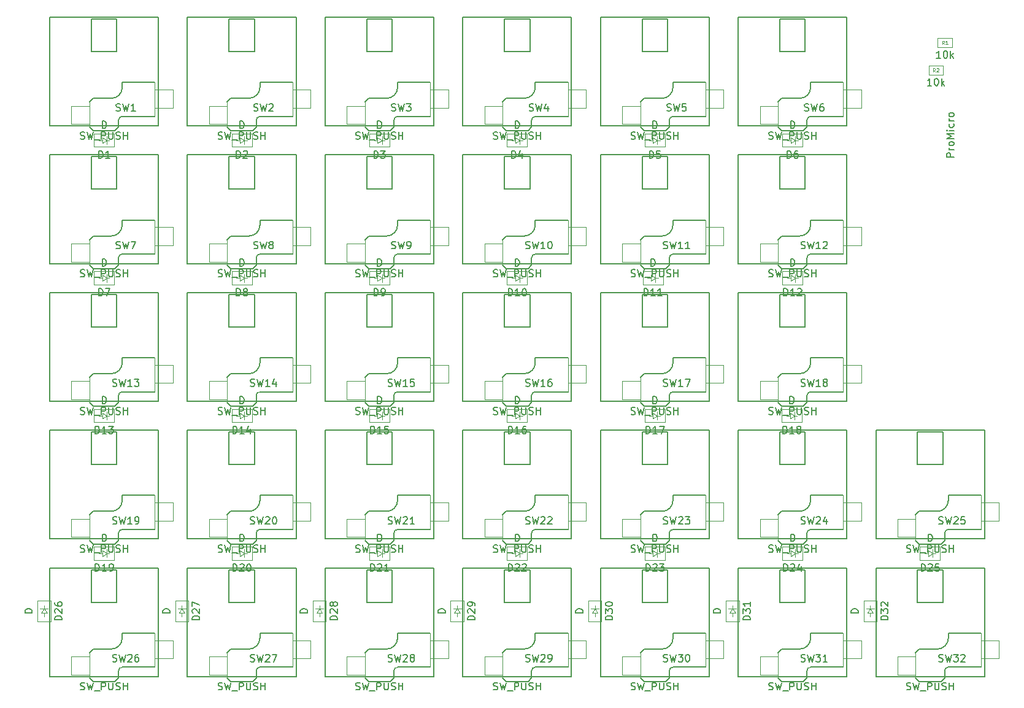
<source format=gbr>
G04 #@! TF.GenerationSoftware,KiCad,Pcbnew,(5.1.10)-1*
G04 #@! TF.CreationDate,2021-11-02T23:02:13+01:00*
G04 #@! TF.ProjectId,helix,68656c69-782e-46b6-9963-61645f706362,rev?*
G04 #@! TF.SameCoordinates,Original*
G04 #@! TF.FileFunction,Other,Fab,Top*
%FSLAX46Y46*%
G04 Gerber Fmt 4.6, Leading zero omitted, Abs format (unit mm)*
G04 Created by KiCad (PCBNEW (5.1.10)-1) date 2021-11-02 23:02:13*
%MOMM*%
%LPD*%
G01*
G04 APERTURE LIST*
%ADD10C,0.100000*%
%ADD11C,0.120000*%
%ADD12C,0.150000*%
%ADD13C,0.080000*%
G04 APERTURE END LIST*
D10*
X205785110Y-53472240D02*
X205785110Y-52222240D01*
X205785110Y-52222240D02*
X207785110Y-52222240D01*
X207785110Y-52222240D02*
X207785110Y-53472240D01*
X207785110Y-53472240D02*
X205785110Y-53472240D01*
X207033620Y-49669860D02*
X207033620Y-48419860D01*
X207033620Y-48419860D02*
X209033620Y-48419860D01*
X209033620Y-48419860D02*
X209033620Y-49669860D01*
X209033620Y-49669860D02*
X207033620Y-49669860D01*
D11*
X215500000Y-131500000D02*
X213000000Y-131500000D01*
X204000000Y-133750000D02*
X201500000Y-133750000D01*
X201500000Y-133750000D02*
X201500000Y-136250000D01*
X201500000Y-136250000D02*
X204000000Y-136250000D01*
X215500000Y-134000000D02*
X215500000Y-131500000D01*
X204000000Y-133250000D02*
X204000000Y-136700000D01*
D12*
X208500000Y-131200000D02*
X208500000Y-130500000D01*
X208500000Y-130500000D02*
X213000000Y-130500000D01*
X207500000Y-137200000D02*
X208000000Y-136700000D01*
X208000000Y-135700000D02*
X208000000Y-136700000D01*
X213000000Y-135200000D02*
X208500000Y-135200000D01*
X204000000Y-133200000D02*
X204500000Y-132700000D01*
X204500000Y-132700000D02*
X207000000Y-132700000D01*
X204000000Y-136700000D02*
X204500000Y-137200000D01*
X204500000Y-137200000D02*
X207500000Y-137200000D01*
D11*
X213000000Y-130500000D02*
X213000000Y-135200000D01*
X213000000Y-134000000D02*
X215500000Y-134000000D01*
D12*
X198500000Y-121500000D02*
X213500000Y-121500000D01*
X213500000Y-121500000D02*
X213500000Y-136500000D01*
X213500000Y-136500000D02*
X198500000Y-136500000D01*
X198500000Y-136500000D02*
X198500000Y-121500000D01*
X207000000Y-132700000D02*
G75*
G03*
X208500000Y-131200000I0J1500000D01*
G01*
X208500000Y-135200000D02*
G75*
G03*
X208000000Y-135700000I0J-500000D01*
G01*
D11*
X196500000Y-131500000D02*
X194000000Y-131500000D01*
X185000000Y-133750000D02*
X182500000Y-133750000D01*
X182500000Y-133750000D02*
X182500000Y-136250000D01*
X182500000Y-136250000D02*
X185000000Y-136250000D01*
X196500000Y-134000000D02*
X196500000Y-131500000D01*
X185000000Y-133250000D02*
X185000000Y-136700000D01*
D12*
X189500000Y-131200000D02*
X189500000Y-130500000D01*
X189500000Y-130500000D02*
X194000000Y-130500000D01*
X188500000Y-137200000D02*
X189000000Y-136700000D01*
X189000000Y-135700000D02*
X189000000Y-136700000D01*
X194000000Y-135200000D02*
X189500000Y-135200000D01*
X185000000Y-133200000D02*
X185500000Y-132700000D01*
X185500000Y-132700000D02*
X188000000Y-132700000D01*
X185000000Y-136700000D02*
X185500000Y-137200000D01*
X185500000Y-137200000D02*
X188500000Y-137200000D01*
D11*
X194000000Y-130500000D02*
X194000000Y-135200000D01*
X194000000Y-134000000D02*
X196500000Y-134000000D01*
D12*
X179500000Y-121500000D02*
X194500000Y-121500000D01*
X194500000Y-121500000D02*
X194500000Y-136500000D01*
X194500000Y-136500000D02*
X179500000Y-136500000D01*
X179500000Y-136500000D02*
X179500000Y-121500000D01*
X188000000Y-132700000D02*
G75*
G03*
X189500000Y-131200000I0J1500000D01*
G01*
X189500000Y-135200000D02*
G75*
G03*
X189000000Y-135700000I0J-500000D01*
G01*
D11*
X177500000Y-131500000D02*
X175000000Y-131500000D01*
X166000000Y-133750000D02*
X163500000Y-133750000D01*
X163500000Y-133750000D02*
X163500000Y-136250000D01*
X163500000Y-136250000D02*
X166000000Y-136250000D01*
X177500000Y-134000000D02*
X177500000Y-131500000D01*
X166000000Y-133250000D02*
X166000000Y-136700000D01*
D12*
X170500000Y-131200000D02*
X170500000Y-130500000D01*
X170500000Y-130500000D02*
X175000000Y-130500000D01*
X169500000Y-137200000D02*
X170000000Y-136700000D01*
X170000000Y-135700000D02*
X170000000Y-136700000D01*
X175000000Y-135200000D02*
X170500000Y-135200000D01*
X166000000Y-133200000D02*
X166500000Y-132700000D01*
X166500000Y-132700000D02*
X169000000Y-132700000D01*
X166000000Y-136700000D02*
X166500000Y-137200000D01*
X166500000Y-137200000D02*
X169500000Y-137200000D01*
D11*
X175000000Y-130500000D02*
X175000000Y-135200000D01*
X175000000Y-134000000D02*
X177500000Y-134000000D01*
D12*
X160500000Y-121500000D02*
X175500000Y-121500000D01*
X175500000Y-121500000D02*
X175500000Y-136500000D01*
X175500000Y-136500000D02*
X160500000Y-136500000D01*
X160500000Y-136500000D02*
X160500000Y-121500000D01*
X169000000Y-132700000D02*
G75*
G03*
X170500000Y-131200000I0J1500000D01*
G01*
X170500000Y-135200000D02*
G75*
G03*
X170000000Y-135700000I0J-500000D01*
G01*
D11*
X158500000Y-131500000D02*
X156000000Y-131500000D01*
X147000000Y-133750000D02*
X144500000Y-133750000D01*
X144500000Y-133750000D02*
X144500000Y-136250000D01*
X144500000Y-136250000D02*
X147000000Y-136250000D01*
X158500000Y-134000000D02*
X158500000Y-131500000D01*
X147000000Y-133250000D02*
X147000000Y-136700000D01*
D12*
X151500000Y-131200000D02*
X151500000Y-130500000D01*
X151500000Y-130500000D02*
X156000000Y-130500000D01*
X150500000Y-137200000D02*
X151000000Y-136700000D01*
X151000000Y-135700000D02*
X151000000Y-136700000D01*
X156000000Y-135200000D02*
X151500000Y-135200000D01*
X147000000Y-133200000D02*
X147500000Y-132700000D01*
X147500000Y-132700000D02*
X150000000Y-132700000D01*
X147000000Y-136700000D02*
X147500000Y-137200000D01*
X147500000Y-137200000D02*
X150500000Y-137200000D01*
D11*
X156000000Y-130500000D02*
X156000000Y-135200000D01*
X156000000Y-134000000D02*
X158500000Y-134000000D01*
D12*
X141500000Y-121500000D02*
X156500000Y-121500000D01*
X156500000Y-121500000D02*
X156500000Y-136500000D01*
X156500000Y-136500000D02*
X141500000Y-136500000D01*
X141500000Y-136500000D02*
X141500000Y-121500000D01*
X150000000Y-132700000D02*
G75*
G03*
X151500000Y-131200000I0J1500000D01*
G01*
X151500000Y-135200000D02*
G75*
G03*
X151000000Y-135700000I0J-500000D01*
G01*
D11*
X139500000Y-131500000D02*
X137000000Y-131500000D01*
X128000000Y-133750000D02*
X125500000Y-133750000D01*
X125500000Y-133750000D02*
X125500000Y-136250000D01*
X125500000Y-136250000D02*
X128000000Y-136250000D01*
X139500000Y-134000000D02*
X139500000Y-131500000D01*
X128000000Y-133250000D02*
X128000000Y-136700000D01*
D12*
X132500000Y-131200000D02*
X132500000Y-130500000D01*
X132500000Y-130500000D02*
X137000000Y-130500000D01*
X131500000Y-137200000D02*
X132000000Y-136700000D01*
X132000000Y-135700000D02*
X132000000Y-136700000D01*
X137000000Y-135200000D02*
X132500000Y-135200000D01*
X128000000Y-133200000D02*
X128500000Y-132700000D01*
X128500000Y-132700000D02*
X131000000Y-132700000D01*
X128000000Y-136700000D02*
X128500000Y-137200000D01*
X128500000Y-137200000D02*
X131500000Y-137200000D01*
D11*
X137000000Y-130500000D02*
X137000000Y-135200000D01*
X137000000Y-134000000D02*
X139500000Y-134000000D01*
D12*
X122500000Y-121500000D02*
X137500000Y-121500000D01*
X137500000Y-121500000D02*
X137500000Y-136500000D01*
X137500000Y-136500000D02*
X122500000Y-136500000D01*
X122500000Y-136500000D02*
X122500000Y-121500000D01*
X131000000Y-132700000D02*
G75*
G03*
X132500000Y-131200000I0J1500000D01*
G01*
X132500000Y-135200000D02*
G75*
G03*
X132000000Y-135700000I0J-500000D01*
G01*
D11*
X120500000Y-131500000D02*
X118000000Y-131500000D01*
X109000000Y-133750000D02*
X106500000Y-133750000D01*
X106500000Y-133750000D02*
X106500000Y-136250000D01*
X106500000Y-136250000D02*
X109000000Y-136250000D01*
X120500000Y-134000000D02*
X120500000Y-131500000D01*
X109000000Y-133250000D02*
X109000000Y-136700000D01*
D12*
X113500000Y-131200000D02*
X113500000Y-130500000D01*
X113500000Y-130500000D02*
X118000000Y-130500000D01*
X112500000Y-137200000D02*
X113000000Y-136700000D01*
X113000000Y-135700000D02*
X113000000Y-136700000D01*
X118000000Y-135200000D02*
X113500000Y-135200000D01*
X109000000Y-133200000D02*
X109500000Y-132700000D01*
X109500000Y-132700000D02*
X112000000Y-132700000D01*
X109000000Y-136700000D02*
X109500000Y-137200000D01*
X109500000Y-137200000D02*
X112500000Y-137200000D01*
D11*
X118000000Y-130500000D02*
X118000000Y-135200000D01*
X118000000Y-134000000D02*
X120500000Y-134000000D01*
D12*
X103500000Y-121500000D02*
X118500000Y-121500000D01*
X118500000Y-121500000D02*
X118500000Y-136500000D01*
X118500000Y-136500000D02*
X103500000Y-136500000D01*
X103500000Y-136500000D02*
X103500000Y-121500000D01*
X112000000Y-132700000D02*
G75*
G03*
X113500000Y-131200000I0J1500000D01*
G01*
X113500000Y-135200000D02*
G75*
G03*
X113000000Y-135700000I0J-500000D01*
G01*
D11*
X101500000Y-131500000D02*
X99000000Y-131500000D01*
X90000000Y-133750000D02*
X87500000Y-133750000D01*
X87500000Y-133750000D02*
X87500000Y-136250000D01*
X87500000Y-136250000D02*
X90000000Y-136250000D01*
X101500000Y-134000000D02*
X101500000Y-131500000D01*
X90000000Y-133250000D02*
X90000000Y-136700000D01*
D12*
X94500000Y-131200000D02*
X94500000Y-130500000D01*
X94500000Y-130500000D02*
X99000000Y-130500000D01*
X93500000Y-137200000D02*
X94000000Y-136700000D01*
X94000000Y-135700000D02*
X94000000Y-136700000D01*
X99000000Y-135200000D02*
X94500000Y-135200000D01*
X90000000Y-133200000D02*
X90500000Y-132700000D01*
X90500000Y-132700000D02*
X93000000Y-132700000D01*
X90000000Y-136700000D02*
X90500000Y-137200000D01*
X90500000Y-137200000D02*
X93500000Y-137200000D01*
D11*
X99000000Y-130500000D02*
X99000000Y-135200000D01*
X99000000Y-134000000D02*
X101500000Y-134000000D01*
D12*
X84500000Y-121500000D02*
X99500000Y-121500000D01*
X99500000Y-121500000D02*
X99500000Y-136500000D01*
X99500000Y-136500000D02*
X84500000Y-136500000D01*
X84500000Y-136500000D02*
X84500000Y-121500000D01*
X93000000Y-132700000D02*
G75*
G03*
X94500000Y-131200000I0J1500000D01*
G01*
X94500000Y-135200000D02*
G75*
G03*
X94000000Y-135700000I0J-500000D01*
G01*
D11*
X215500000Y-112500000D02*
X213000000Y-112500000D01*
X204000000Y-114750000D02*
X201500000Y-114750000D01*
X201500000Y-114750000D02*
X201500000Y-117250000D01*
X201500000Y-117250000D02*
X204000000Y-117250000D01*
X215500000Y-115000000D02*
X215500000Y-112500000D01*
X204000000Y-114250000D02*
X204000000Y-117700000D01*
D12*
X208500000Y-112200000D02*
X208500000Y-111500000D01*
X208500000Y-111500000D02*
X213000000Y-111500000D01*
X207500000Y-118200000D02*
X208000000Y-117700000D01*
X208000000Y-116700000D02*
X208000000Y-117700000D01*
X213000000Y-116200000D02*
X208500000Y-116200000D01*
X204000000Y-114200000D02*
X204500000Y-113700000D01*
X204500000Y-113700000D02*
X207000000Y-113700000D01*
X204000000Y-117700000D02*
X204500000Y-118200000D01*
X204500000Y-118200000D02*
X207500000Y-118200000D01*
D11*
X213000000Y-111500000D02*
X213000000Y-116200000D01*
X213000000Y-115000000D02*
X215500000Y-115000000D01*
D12*
X198500000Y-102500000D02*
X213500000Y-102500000D01*
X213500000Y-102500000D02*
X213500000Y-117500000D01*
X213500000Y-117500000D02*
X198500000Y-117500000D01*
X198500000Y-117500000D02*
X198500000Y-102500000D01*
X207000000Y-113700000D02*
G75*
G03*
X208500000Y-112200000I0J1500000D01*
G01*
X208500000Y-116200000D02*
G75*
G03*
X208000000Y-116700000I0J-500000D01*
G01*
D11*
X196500000Y-112500000D02*
X194000000Y-112500000D01*
X185000000Y-114750000D02*
X182500000Y-114750000D01*
X182500000Y-114750000D02*
X182500000Y-117250000D01*
X182500000Y-117250000D02*
X185000000Y-117250000D01*
X196500000Y-115000000D02*
X196500000Y-112500000D01*
X185000000Y-114250000D02*
X185000000Y-117700000D01*
D12*
X189500000Y-112200000D02*
X189500000Y-111500000D01*
X189500000Y-111500000D02*
X194000000Y-111500000D01*
X188500000Y-118200000D02*
X189000000Y-117700000D01*
X189000000Y-116700000D02*
X189000000Y-117700000D01*
X194000000Y-116200000D02*
X189500000Y-116200000D01*
X185000000Y-114200000D02*
X185500000Y-113700000D01*
X185500000Y-113700000D02*
X188000000Y-113700000D01*
X185000000Y-117700000D02*
X185500000Y-118200000D01*
X185500000Y-118200000D02*
X188500000Y-118200000D01*
D11*
X194000000Y-111500000D02*
X194000000Y-116200000D01*
X194000000Y-115000000D02*
X196500000Y-115000000D01*
D12*
X179500000Y-102500000D02*
X194500000Y-102500000D01*
X194500000Y-102500000D02*
X194500000Y-117500000D01*
X194500000Y-117500000D02*
X179500000Y-117500000D01*
X179500000Y-117500000D02*
X179500000Y-102500000D01*
X188000000Y-113700000D02*
G75*
G03*
X189500000Y-112200000I0J1500000D01*
G01*
X189500000Y-116200000D02*
G75*
G03*
X189000000Y-116700000I0J-500000D01*
G01*
D11*
X177500000Y-112500000D02*
X175000000Y-112500000D01*
X166000000Y-114750000D02*
X163500000Y-114750000D01*
X163500000Y-114750000D02*
X163500000Y-117250000D01*
X163500000Y-117250000D02*
X166000000Y-117250000D01*
X177500000Y-115000000D02*
X177500000Y-112500000D01*
X166000000Y-114250000D02*
X166000000Y-117700000D01*
D12*
X170500000Y-112200000D02*
X170500000Y-111500000D01*
X170500000Y-111500000D02*
X175000000Y-111500000D01*
X169500000Y-118200000D02*
X170000000Y-117700000D01*
X170000000Y-116700000D02*
X170000000Y-117700000D01*
X175000000Y-116200000D02*
X170500000Y-116200000D01*
X166000000Y-114200000D02*
X166500000Y-113700000D01*
X166500000Y-113700000D02*
X169000000Y-113700000D01*
X166000000Y-117700000D02*
X166500000Y-118200000D01*
X166500000Y-118200000D02*
X169500000Y-118200000D01*
D11*
X175000000Y-111500000D02*
X175000000Y-116200000D01*
X175000000Y-115000000D02*
X177500000Y-115000000D01*
D12*
X160500000Y-102500000D02*
X175500000Y-102500000D01*
X175500000Y-102500000D02*
X175500000Y-117500000D01*
X175500000Y-117500000D02*
X160500000Y-117500000D01*
X160500000Y-117500000D02*
X160500000Y-102500000D01*
X169000000Y-113700000D02*
G75*
G03*
X170500000Y-112200000I0J1500000D01*
G01*
X170500000Y-116200000D02*
G75*
G03*
X170000000Y-116700000I0J-500000D01*
G01*
D11*
X158500000Y-112500000D02*
X156000000Y-112500000D01*
X147000000Y-114750000D02*
X144500000Y-114750000D01*
X144500000Y-114750000D02*
X144500000Y-117250000D01*
X144500000Y-117250000D02*
X147000000Y-117250000D01*
X158500000Y-115000000D02*
X158500000Y-112500000D01*
X147000000Y-114250000D02*
X147000000Y-117700000D01*
D12*
X151500000Y-112200000D02*
X151500000Y-111500000D01*
X151500000Y-111500000D02*
X156000000Y-111500000D01*
X150500000Y-118200000D02*
X151000000Y-117700000D01*
X151000000Y-116700000D02*
X151000000Y-117700000D01*
X156000000Y-116200000D02*
X151500000Y-116200000D01*
X147000000Y-114200000D02*
X147500000Y-113700000D01*
X147500000Y-113700000D02*
X150000000Y-113700000D01*
X147000000Y-117700000D02*
X147500000Y-118200000D01*
X147500000Y-118200000D02*
X150500000Y-118200000D01*
D11*
X156000000Y-111500000D02*
X156000000Y-116200000D01*
X156000000Y-115000000D02*
X158500000Y-115000000D01*
D12*
X141500000Y-102500000D02*
X156500000Y-102500000D01*
X156500000Y-102500000D02*
X156500000Y-117500000D01*
X156500000Y-117500000D02*
X141500000Y-117500000D01*
X141500000Y-117500000D02*
X141500000Y-102500000D01*
X150000000Y-113700000D02*
G75*
G03*
X151500000Y-112200000I0J1500000D01*
G01*
X151500000Y-116200000D02*
G75*
G03*
X151000000Y-116700000I0J-500000D01*
G01*
D11*
X139500000Y-112500000D02*
X137000000Y-112500000D01*
X128000000Y-114750000D02*
X125500000Y-114750000D01*
X125500000Y-114750000D02*
X125500000Y-117250000D01*
X125500000Y-117250000D02*
X128000000Y-117250000D01*
X139500000Y-115000000D02*
X139500000Y-112500000D01*
X128000000Y-114250000D02*
X128000000Y-117700000D01*
D12*
X132500000Y-112200000D02*
X132500000Y-111500000D01*
X132500000Y-111500000D02*
X137000000Y-111500000D01*
X131500000Y-118200000D02*
X132000000Y-117700000D01*
X132000000Y-116700000D02*
X132000000Y-117700000D01*
X137000000Y-116200000D02*
X132500000Y-116200000D01*
X128000000Y-114200000D02*
X128500000Y-113700000D01*
X128500000Y-113700000D02*
X131000000Y-113700000D01*
X128000000Y-117700000D02*
X128500000Y-118200000D01*
X128500000Y-118200000D02*
X131500000Y-118200000D01*
D11*
X137000000Y-111500000D02*
X137000000Y-116200000D01*
X137000000Y-115000000D02*
X139500000Y-115000000D01*
D12*
X122500000Y-102500000D02*
X137500000Y-102500000D01*
X137500000Y-102500000D02*
X137500000Y-117500000D01*
X137500000Y-117500000D02*
X122500000Y-117500000D01*
X122500000Y-117500000D02*
X122500000Y-102500000D01*
X131000000Y-113700000D02*
G75*
G03*
X132500000Y-112200000I0J1500000D01*
G01*
X132500000Y-116200000D02*
G75*
G03*
X132000000Y-116700000I0J-500000D01*
G01*
D11*
X120500000Y-112500000D02*
X118000000Y-112500000D01*
X109000000Y-114750000D02*
X106500000Y-114750000D01*
X106500000Y-114750000D02*
X106500000Y-117250000D01*
X106500000Y-117250000D02*
X109000000Y-117250000D01*
X120500000Y-115000000D02*
X120500000Y-112500000D01*
X109000000Y-114250000D02*
X109000000Y-117700000D01*
D12*
X113500000Y-112200000D02*
X113500000Y-111500000D01*
X113500000Y-111500000D02*
X118000000Y-111500000D01*
X112500000Y-118200000D02*
X113000000Y-117700000D01*
X113000000Y-116700000D02*
X113000000Y-117700000D01*
X118000000Y-116200000D02*
X113500000Y-116200000D01*
X109000000Y-114200000D02*
X109500000Y-113700000D01*
X109500000Y-113700000D02*
X112000000Y-113700000D01*
X109000000Y-117700000D02*
X109500000Y-118200000D01*
X109500000Y-118200000D02*
X112500000Y-118200000D01*
D11*
X118000000Y-111500000D02*
X118000000Y-116200000D01*
X118000000Y-115000000D02*
X120500000Y-115000000D01*
D12*
X103500000Y-102500000D02*
X118500000Y-102500000D01*
X118500000Y-102500000D02*
X118500000Y-117500000D01*
X118500000Y-117500000D02*
X103500000Y-117500000D01*
X103500000Y-117500000D02*
X103500000Y-102500000D01*
X112000000Y-113700000D02*
G75*
G03*
X113500000Y-112200000I0J1500000D01*
G01*
X113500000Y-116200000D02*
G75*
G03*
X113000000Y-116700000I0J-500000D01*
G01*
D11*
X101500000Y-112500000D02*
X99000000Y-112500000D01*
X90000000Y-114750000D02*
X87500000Y-114750000D01*
X87500000Y-114750000D02*
X87500000Y-117250000D01*
X87500000Y-117250000D02*
X90000000Y-117250000D01*
X101500000Y-115000000D02*
X101500000Y-112500000D01*
X90000000Y-114250000D02*
X90000000Y-117700000D01*
D12*
X94500000Y-112200000D02*
X94500000Y-111500000D01*
X94500000Y-111500000D02*
X99000000Y-111500000D01*
X93500000Y-118200000D02*
X94000000Y-117700000D01*
X94000000Y-116700000D02*
X94000000Y-117700000D01*
X99000000Y-116200000D02*
X94500000Y-116200000D01*
X90000000Y-114200000D02*
X90500000Y-113700000D01*
X90500000Y-113700000D02*
X93000000Y-113700000D01*
X90000000Y-117700000D02*
X90500000Y-118200000D01*
X90500000Y-118200000D02*
X93500000Y-118200000D01*
D11*
X99000000Y-111500000D02*
X99000000Y-116200000D01*
X99000000Y-115000000D02*
X101500000Y-115000000D01*
D12*
X84500000Y-102500000D02*
X99500000Y-102500000D01*
X99500000Y-102500000D02*
X99500000Y-117500000D01*
X99500000Y-117500000D02*
X84500000Y-117500000D01*
X84500000Y-117500000D02*
X84500000Y-102500000D01*
X93000000Y-113700000D02*
G75*
G03*
X94500000Y-112200000I0J1500000D01*
G01*
X94500000Y-116200000D02*
G75*
G03*
X94000000Y-116700000I0J-500000D01*
G01*
D11*
X196500000Y-93500000D02*
X194000000Y-93500000D01*
X185000000Y-95750000D02*
X182500000Y-95750000D01*
X182500000Y-95750000D02*
X182500000Y-98250000D01*
X182500000Y-98250000D02*
X185000000Y-98250000D01*
X196500000Y-96000000D02*
X196500000Y-93500000D01*
X185000000Y-95250000D02*
X185000000Y-98700000D01*
D12*
X189500000Y-93200000D02*
X189500000Y-92500000D01*
X189500000Y-92500000D02*
X194000000Y-92500000D01*
X188500000Y-99200000D02*
X189000000Y-98700000D01*
X189000000Y-97700000D02*
X189000000Y-98700000D01*
X194000000Y-97200000D02*
X189500000Y-97200000D01*
X185000000Y-95200000D02*
X185500000Y-94700000D01*
X185500000Y-94700000D02*
X188000000Y-94700000D01*
X185000000Y-98700000D02*
X185500000Y-99200000D01*
X185500000Y-99200000D02*
X188500000Y-99200000D01*
D11*
X194000000Y-92500000D02*
X194000000Y-97200000D01*
X194000000Y-96000000D02*
X196500000Y-96000000D01*
D12*
X179500000Y-83500000D02*
X194500000Y-83500000D01*
X194500000Y-83500000D02*
X194500000Y-98500000D01*
X194500000Y-98500000D02*
X179500000Y-98500000D01*
X179500000Y-98500000D02*
X179500000Y-83500000D01*
X188000000Y-94700000D02*
G75*
G03*
X189500000Y-93200000I0J1500000D01*
G01*
X189500000Y-97200000D02*
G75*
G03*
X189000000Y-97700000I0J-500000D01*
G01*
D11*
X177500000Y-93500000D02*
X175000000Y-93500000D01*
X166000000Y-95750000D02*
X163500000Y-95750000D01*
X163500000Y-95750000D02*
X163500000Y-98250000D01*
X163500000Y-98250000D02*
X166000000Y-98250000D01*
X177500000Y-96000000D02*
X177500000Y-93500000D01*
X166000000Y-95250000D02*
X166000000Y-98700000D01*
D12*
X170500000Y-93200000D02*
X170500000Y-92500000D01*
X170500000Y-92500000D02*
X175000000Y-92500000D01*
X169500000Y-99200000D02*
X170000000Y-98700000D01*
X170000000Y-97700000D02*
X170000000Y-98700000D01*
X175000000Y-97200000D02*
X170500000Y-97200000D01*
X166000000Y-95200000D02*
X166500000Y-94700000D01*
X166500000Y-94700000D02*
X169000000Y-94700000D01*
X166000000Y-98700000D02*
X166500000Y-99200000D01*
X166500000Y-99200000D02*
X169500000Y-99200000D01*
D11*
X175000000Y-92500000D02*
X175000000Y-97200000D01*
X175000000Y-96000000D02*
X177500000Y-96000000D01*
D12*
X160500000Y-83500000D02*
X175500000Y-83500000D01*
X175500000Y-83500000D02*
X175500000Y-98500000D01*
X175500000Y-98500000D02*
X160500000Y-98500000D01*
X160500000Y-98500000D02*
X160500000Y-83500000D01*
X169000000Y-94700000D02*
G75*
G03*
X170500000Y-93200000I0J1500000D01*
G01*
X170500000Y-97200000D02*
G75*
G03*
X170000000Y-97700000I0J-500000D01*
G01*
D11*
X158500000Y-93500000D02*
X156000000Y-93500000D01*
X147000000Y-95750000D02*
X144500000Y-95750000D01*
X144500000Y-95750000D02*
X144500000Y-98250000D01*
X144500000Y-98250000D02*
X147000000Y-98250000D01*
X158500000Y-96000000D02*
X158500000Y-93500000D01*
X147000000Y-95250000D02*
X147000000Y-98700000D01*
D12*
X151500000Y-93200000D02*
X151500000Y-92500000D01*
X151500000Y-92500000D02*
X156000000Y-92500000D01*
X150500000Y-99200000D02*
X151000000Y-98700000D01*
X151000000Y-97700000D02*
X151000000Y-98700000D01*
X156000000Y-97200000D02*
X151500000Y-97200000D01*
X147000000Y-95200000D02*
X147500000Y-94700000D01*
X147500000Y-94700000D02*
X150000000Y-94700000D01*
X147000000Y-98700000D02*
X147500000Y-99200000D01*
X147500000Y-99200000D02*
X150500000Y-99200000D01*
D11*
X156000000Y-92500000D02*
X156000000Y-97200000D01*
X156000000Y-96000000D02*
X158500000Y-96000000D01*
D12*
X141500000Y-83500000D02*
X156500000Y-83500000D01*
X156500000Y-83500000D02*
X156500000Y-98500000D01*
X156500000Y-98500000D02*
X141500000Y-98500000D01*
X141500000Y-98500000D02*
X141500000Y-83500000D01*
X150000000Y-94700000D02*
G75*
G03*
X151500000Y-93200000I0J1500000D01*
G01*
X151500000Y-97200000D02*
G75*
G03*
X151000000Y-97700000I0J-500000D01*
G01*
D11*
X139500000Y-93500000D02*
X137000000Y-93500000D01*
X128000000Y-95750000D02*
X125500000Y-95750000D01*
X125500000Y-95750000D02*
X125500000Y-98250000D01*
X125500000Y-98250000D02*
X128000000Y-98250000D01*
X139500000Y-96000000D02*
X139500000Y-93500000D01*
X128000000Y-95250000D02*
X128000000Y-98700000D01*
D12*
X132500000Y-93200000D02*
X132500000Y-92500000D01*
X132500000Y-92500000D02*
X137000000Y-92500000D01*
X131500000Y-99200000D02*
X132000000Y-98700000D01*
X132000000Y-97700000D02*
X132000000Y-98700000D01*
X137000000Y-97200000D02*
X132500000Y-97200000D01*
X128000000Y-95200000D02*
X128500000Y-94700000D01*
X128500000Y-94700000D02*
X131000000Y-94700000D01*
X128000000Y-98700000D02*
X128500000Y-99200000D01*
X128500000Y-99200000D02*
X131500000Y-99200000D01*
D11*
X137000000Y-92500000D02*
X137000000Y-97200000D01*
X137000000Y-96000000D02*
X139500000Y-96000000D01*
D12*
X122500000Y-83500000D02*
X137500000Y-83500000D01*
X137500000Y-83500000D02*
X137500000Y-98500000D01*
X137500000Y-98500000D02*
X122500000Y-98500000D01*
X122500000Y-98500000D02*
X122500000Y-83500000D01*
X131000000Y-94700000D02*
G75*
G03*
X132500000Y-93200000I0J1500000D01*
G01*
X132500000Y-97200000D02*
G75*
G03*
X132000000Y-97700000I0J-500000D01*
G01*
D11*
X120500000Y-93500000D02*
X118000000Y-93500000D01*
X109000000Y-95750000D02*
X106500000Y-95750000D01*
X106500000Y-95750000D02*
X106500000Y-98250000D01*
X106500000Y-98250000D02*
X109000000Y-98250000D01*
X120500000Y-96000000D02*
X120500000Y-93500000D01*
X109000000Y-95250000D02*
X109000000Y-98700000D01*
D12*
X113500000Y-93200000D02*
X113500000Y-92500000D01*
X113500000Y-92500000D02*
X118000000Y-92500000D01*
X112500000Y-99200000D02*
X113000000Y-98700000D01*
X113000000Y-97700000D02*
X113000000Y-98700000D01*
X118000000Y-97200000D02*
X113500000Y-97200000D01*
X109000000Y-95200000D02*
X109500000Y-94700000D01*
X109500000Y-94700000D02*
X112000000Y-94700000D01*
X109000000Y-98700000D02*
X109500000Y-99200000D01*
X109500000Y-99200000D02*
X112500000Y-99200000D01*
D11*
X118000000Y-92500000D02*
X118000000Y-97200000D01*
X118000000Y-96000000D02*
X120500000Y-96000000D01*
D12*
X103500000Y-83500000D02*
X118500000Y-83500000D01*
X118500000Y-83500000D02*
X118500000Y-98500000D01*
X118500000Y-98500000D02*
X103500000Y-98500000D01*
X103500000Y-98500000D02*
X103500000Y-83500000D01*
X112000000Y-94700000D02*
G75*
G03*
X113500000Y-93200000I0J1500000D01*
G01*
X113500000Y-97200000D02*
G75*
G03*
X113000000Y-97700000I0J-500000D01*
G01*
D11*
X101500000Y-93500000D02*
X99000000Y-93500000D01*
X90000000Y-95750000D02*
X87500000Y-95750000D01*
X87500000Y-95750000D02*
X87500000Y-98250000D01*
X87500000Y-98250000D02*
X90000000Y-98250000D01*
X101500000Y-96000000D02*
X101500000Y-93500000D01*
X90000000Y-95250000D02*
X90000000Y-98700000D01*
D12*
X94500000Y-93200000D02*
X94500000Y-92500000D01*
X94500000Y-92500000D02*
X99000000Y-92500000D01*
X93500000Y-99200000D02*
X94000000Y-98700000D01*
X94000000Y-97700000D02*
X94000000Y-98700000D01*
X99000000Y-97200000D02*
X94500000Y-97200000D01*
X90000000Y-95200000D02*
X90500000Y-94700000D01*
X90500000Y-94700000D02*
X93000000Y-94700000D01*
X90000000Y-98700000D02*
X90500000Y-99200000D01*
X90500000Y-99200000D02*
X93500000Y-99200000D01*
D11*
X99000000Y-92500000D02*
X99000000Y-97200000D01*
X99000000Y-96000000D02*
X101500000Y-96000000D01*
D12*
X84500000Y-83500000D02*
X99500000Y-83500000D01*
X99500000Y-83500000D02*
X99500000Y-98500000D01*
X99500000Y-98500000D02*
X84500000Y-98500000D01*
X84500000Y-98500000D02*
X84500000Y-83500000D01*
X93000000Y-94700000D02*
G75*
G03*
X94500000Y-93200000I0J1500000D01*
G01*
X94500000Y-97200000D02*
G75*
G03*
X94000000Y-97700000I0J-500000D01*
G01*
D11*
X196500000Y-74500000D02*
X194000000Y-74500000D01*
X185000000Y-76750000D02*
X182500000Y-76750000D01*
X182500000Y-76750000D02*
X182500000Y-79250000D01*
X182500000Y-79250000D02*
X185000000Y-79250000D01*
X196500000Y-77000000D02*
X196500000Y-74500000D01*
X185000000Y-76250000D02*
X185000000Y-79700000D01*
D12*
X189500000Y-74200000D02*
X189500000Y-73500000D01*
X189500000Y-73500000D02*
X194000000Y-73500000D01*
X188500000Y-80200000D02*
X189000000Y-79700000D01*
X189000000Y-78700000D02*
X189000000Y-79700000D01*
X194000000Y-78200000D02*
X189500000Y-78200000D01*
X185000000Y-76200000D02*
X185500000Y-75700000D01*
X185500000Y-75700000D02*
X188000000Y-75700000D01*
X185000000Y-79700000D02*
X185500000Y-80200000D01*
X185500000Y-80200000D02*
X188500000Y-80200000D01*
D11*
X194000000Y-73500000D02*
X194000000Y-78200000D01*
X194000000Y-77000000D02*
X196500000Y-77000000D01*
D12*
X179500000Y-64500000D02*
X194500000Y-64500000D01*
X194500000Y-64500000D02*
X194500000Y-79500000D01*
X194500000Y-79500000D02*
X179500000Y-79500000D01*
X179500000Y-79500000D02*
X179500000Y-64500000D01*
X188000000Y-75700000D02*
G75*
G03*
X189500000Y-74200000I0J1500000D01*
G01*
X189500000Y-78200000D02*
G75*
G03*
X189000000Y-78700000I0J-500000D01*
G01*
D11*
X177500000Y-74500000D02*
X175000000Y-74500000D01*
X166000000Y-76750000D02*
X163500000Y-76750000D01*
X163500000Y-76750000D02*
X163500000Y-79250000D01*
X163500000Y-79250000D02*
X166000000Y-79250000D01*
X177500000Y-77000000D02*
X177500000Y-74500000D01*
X166000000Y-76250000D02*
X166000000Y-79700000D01*
D12*
X170500000Y-74200000D02*
X170500000Y-73500000D01*
X170500000Y-73500000D02*
X175000000Y-73500000D01*
X169500000Y-80200000D02*
X170000000Y-79700000D01*
X170000000Y-78700000D02*
X170000000Y-79700000D01*
X175000000Y-78200000D02*
X170500000Y-78200000D01*
X166000000Y-76200000D02*
X166500000Y-75700000D01*
X166500000Y-75700000D02*
X169000000Y-75700000D01*
X166000000Y-79700000D02*
X166500000Y-80200000D01*
X166500000Y-80200000D02*
X169500000Y-80200000D01*
D11*
X175000000Y-73500000D02*
X175000000Y-78200000D01*
X175000000Y-77000000D02*
X177500000Y-77000000D01*
D12*
X160500000Y-64500000D02*
X175500000Y-64500000D01*
X175500000Y-64500000D02*
X175500000Y-79500000D01*
X175500000Y-79500000D02*
X160500000Y-79500000D01*
X160500000Y-79500000D02*
X160500000Y-64500000D01*
X169000000Y-75700000D02*
G75*
G03*
X170500000Y-74200000I0J1500000D01*
G01*
X170500000Y-78200000D02*
G75*
G03*
X170000000Y-78700000I0J-500000D01*
G01*
D11*
X158500000Y-74500000D02*
X156000000Y-74500000D01*
X147000000Y-76750000D02*
X144500000Y-76750000D01*
X144500000Y-76750000D02*
X144500000Y-79250000D01*
X144500000Y-79250000D02*
X147000000Y-79250000D01*
X158500000Y-77000000D02*
X158500000Y-74500000D01*
X147000000Y-76250000D02*
X147000000Y-79700000D01*
D12*
X151500000Y-74200000D02*
X151500000Y-73500000D01*
X151500000Y-73500000D02*
X156000000Y-73500000D01*
X150500000Y-80200000D02*
X151000000Y-79700000D01*
X151000000Y-78700000D02*
X151000000Y-79700000D01*
X156000000Y-78200000D02*
X151500000Y-78200000D01*
X147000000Y-76200000D02*
X147500000Y-75700000D01*
X147500000Y-75700000D02*
X150000000Y-75700000D01*
X147000000Y-79700000D02*
X147500000Y-80200000D01*
X147500000Y-80200000D02*
X150500000Y-80200000D01*
D11*
X156000000Y-73500000D02*
X156000000Y-78200000D01*
X156000000Y-77000000D02*
X158500000Y-77000000D01*
D12*
X141500000Y-64500000D02*
X156500000Y-64500000D01*
X156500000Y-64500000D02*
X156500000Y-79500000D01*
X156500000Y-79500000D02*
X141500000Y-79500000D01*
X141500000Y-79500000D02*
X141500000Y-64500000D01*
X150000000Y-75700000D02*
G75*
G03*
X151500000Y-74200000I0J1500000D01*
G01*
X151500000Y-78200000D02*
G75*
G03*
X151000000Y-78700000I0J-500000D01*
G01*
D11*
X139500000Y-74500000D02*
X137000000Y-74500000D01*
X128000000Y-76750000D02*
X125500000Y-76750000D01*
X125500000Y-76750000D02*
X125500000Y-79250000D01*
X125500000Y-79250000D02*
X128000000Y-79250000D01*
X139500000Y-77000000D02*
X139500000Y-74500000D01*
X128000000Y-76250000D02*
X128000000Y-79700000D01*
D12*
X132500000Y-74200000D02*
X132500000Y-73500000D01*
X132500000Y-73500000D02*
X137000000Y-73500000D01*
X131500000Y-80200000D02*
X132000000Y-79700000D01*
X132000000Y-78700000D02*
X132000000Y-79700000D01*
X137000000Y-78200000D02*
X132500000Y-78200000D01*
X128000000Y-76200000D02*
X128500000Y-75700000D01*
X128500000Y-75700000D02*
X131000000Y-75700000D01*
X128000000Y-79700000D02*
X128500000Y-80200000D01*
X128500000Y-80200000D02*
X131500000Y-80200000D01*
D11*
X137000000Y-73500000D02*
X137000000Y-78200000D01*
X137000000Y-77000000D02*
X139500000Y-77000000D01*
D12*
X122500000Y-64500000D02*
X137500000Y-64500000D01*
X137500000Y-64500000D02*
X137500000Y-79500000D01*
X137500000Y-79500000D02*
X122500000Y-79500000D01*
X122500000Y-79500000D02*
X122500000Y-64500000D01*
X131000000Y-75700000D02*
G75*
G03*
X132500000Y-74200000I0J1500000D01*
G01*
X132500000Y-78200000D02*
G75*
G03*
X132000000Y-78700000I0J-500000D01*
G01*
D11*
X120500000Y-74500000D02*
X118000000Y-74500000D01*
X109000000Y-76750000D02*
X106500000Y-76750000D01*
X106500000Y-76750000D02*
X106500000Y-79250000D01*
X106500000Y-79250000D02*
X109000000Y-79250000D01*
X120500000Y-77000000D02*
X120500000Y-74500000D01*
X109000000Y-76250000D02*
X109000000Y-79700000D01*
D12*
X113500000Y-74200000D02*
X113500000Y-73500000D01*
X113500000Y-73500000D02*
X118000000Y-73500000D01*
X112500000Y-80200000D02*
X113000000Y-79700000D01*
X113000000Y-78700000D02*
X113000000Y-79700000D01*
X118000000Y-78200000D02*
X113500000Y-78200000D01*
X109000000Y-76200000D02*
X109500000Y-75700000D01*
X109500000Y-75700000D02*
X112000000Y-75700000D01*
X109000000Y-79700000D02*
X109500000Y-80200000D01*
X109500000Y-80200000D02*
X112500000Y-80200000D01*
D11*
X118000000Y-73500000D02*
X118000000Y-78200000D01*
X118000000Y-77000000D02*
X120500000Y-77000000D01*
D12*
X103500000Y-64500000D02*
X118500000Y-64500000D01*
X118500000Y-64500000D02*
X118500000Y-79500000D01*
X118500000Y-79500000D02*
X103500000Y-79500000D01*
X103500000Y-79500000D02*
X103500000Y-64500000D01*
X112000000Y-75700000D02*
G75*
G03*
X113500000Y-74200000I0J1500000D01*
G01*
X113500000Y-78200000D02*
G75*
G03*
X113000000Y-78700000I0J-500000D01*
G01*
D11*
X101500000Y-74500000D02*
X99000000Y-74500000D01*
X90000000Y-76750000D02*
X87500000Y-76750000D01*
X87500000Y-76750000D02*
X87500000Y-79250000D01*
X87500000Y-79250000D02*
X90000000Y-79250000D01*
X101500000Y-77000000D02*
X101500000Y-74500000D01*
X90000000Y-76250000D02*
X90000000Y-79700000D01*
D12*
X94500000Y-74200000D02*
X94500000Y-73500000D01*
X94500000Y-73500000D02*
X99000000Y-73500000D01*
X93500000Y-80200000D02*
X94000000Y-79700000D01*
X94000000Y-78700000D02*
X94000000Y-79700000D01*
X99000000Y-78200000D02*
X94500000Y-78200000D01*
X90000000Y-76200000D02*
X90500000Y-75700000D01*
X90500000Y-75700000D02*
X93000000Y-75700000D01*
X90000000Y-79700000D02*
X90500000Y-80200000D01*
X90500000Y-80200000D02*
X93500000Y-80200000D01*
D11*
X99000000Y-73500000D02*
X99000000Y-78200000D01*
X99000000Y-77000000D02*
X101500000Y-77000000D01*
D12*
X84500000Y-64500000D02*
X99500000Y-64500000D01*
X99500000Y-64500000D02*
X99500000Y-79500000D01*
X99500000Y-79500000D02*
X84500000Y-79500000D01*
X84500000Y-79500000D02*
X84500000Y-64500000D01*
X93000000Y-75700000D02*
G75*
G03*
X94500000Y-74200000I0J1500000D01*
G01*
X94500000Y-78200000D02*
G75*
G03*
X94000000Y-78700000I0J-500000D01*
G01*
D11*
X196500000Y-55500000D02*
X194000000Y-55500000D01*
X185000000Y-57750000D02*
X182500000Y-57750000D01*
X182500000Y-57750000D02*
X182500000Y-60250000D01*
X182500000Y-60250000D02*
X185000000Y-60250000D01*
X196500000Y-58000000D02*
X196500000Y-55500000D01*
X185000000Y-57250000D02*
X185000000Y-60700000D01*
D12*
X189500000Y-55200000D02*
X189500000Y-54500000D01*
X189500000Y-54500000D02*
X194000000Y-54500000D01*
X188500000Y-61200000D02*
X189000000Y-60700000D01*
X189000000Y-59700000D02*
X189000000Y-60700000D01*
X194000000Y-59200000D02*
X189500000Y-59200000D01*
X185000000Y-57200000D02*
X185500000Y-56700000D01*
X185500000Y-56700000D02*
X188000000Y-56700000D01*
X185000000Y-60700000D02*
X185500000Y-61200000D01*
X185500000Y-61200000D02*
X188500000Y-61200000D01*
D11*
X194000000Y-54500000D02*
X194000000Y-59200000D01*
X194000000Y-58000000D02*
X196500000Y-58000000D01*
D12*
X179500000Y-45500000D02*
X194500000Y-45500000D01*
X194500000Y-45500000D02*
X194500000Y-60500000D01*
X194500000Y-60500000D02*
X179500000Y-60500000D01*
X179500000Y-60500000D02*
X179500000Y-45500000D01*
X188000000Y-56700000D02*
G75*
G03*
X189500000Y-55200000I0J1500000D01*
G01*
X189500000Y-59200000D02*
G75*
G03*
X189000000Y-59700000I0J-500000D01*
G01*
D11*
X177500000Y-55500000D02*
X175000000Y-55500000D01*
X166000000Y-57750000D02*
X163500000Y-57750000D01*
X163500000Y-57750000D02*
X163500000Y-60250000D01*
X163500000Y-60250000D02*
X166000000Y-60250000D01*
X177500000Y-58000000D02*
X177500000Y-55500000D01*
X166000000Y-57250000D02*
X166000000Y-60700000D01*
D12*
X170500000Y-55200000D02*
X170500000Y-54500000D01*
X170500000Y-54500000D02*
X175000000Y-54500000D01*
X169500000Y-61200000D02*
X170000000Y-60700000D01*
X170000000Y-59700000D02*
X170000000Y-60700000D01*
X175000000Y-59200000D02*
X170500000Y-59200000D01*
X166000000Y-57200000D02*
X166500000Y-56700000D01*
X166500000Y-56700000D02*
X169000000Y-56700000D01*
X166000000Y-60700000D02*
X166500000Y-61200000D01*
X166500000Y-61200000D02*
X169500000Y-61200000D01*
D11*
X175000000Y-54500000D02*
X175000000Y-59200000D01*
X175000000Y-58000000D02*
X177500000Y-58000000D01*
D12*
X160500000Y-45500000D02*
X175500000Y-45500000D01*
X175500000Y-45500000D02*
X175500000Y-60500000D01*
X175500000Y-60500000D02*
X160500000Y-60500000D01*
X160500000Y-60500000D02*
X160500000Y-45500000D01*
X169000000Y-56700000D02*
G75*
G03*
X170500000Y-55200000I0J1500000D01*
G01*
X170500000Y-59200000D02*
G75*
G03*
X170000000Y-59700000I0J-500000D01*
G01*
D11*
X158500000Y-55500000D02*
X156000000Y-55500000D01*
X147000000Y-57750000D02*
X144500000Y-57750000D01*
X144500000Y-57750000D02*
X144500000Y-60250000D01*
X144500000Y-60250000D02*
X147000000Y-60250000D01*
X158500000Y-58000000D02*
X158500000Y-55500000D01*
X147000000Y-57250000D02*
X147000000Y-60700000D01*
D12*
X151500000Y-55200000D02*
X151500000Y-54500000D01*
X151500000Y-54500000D02*
X156000000Y-54500000D01*
X150500000Y-61200000D02*
X151000000Y-60700000D01*
X151000000Y-59700000D02*
X151000000Y-60700000D01*
X156000000Y-59200000D02*
X151500000Y-59200000D01*
X147000000Y-57200000D02*
X147500000Y-56700000D01*
X147500000Y-56700000D02*
X150000000Y-56700000D01*
X147000000Y-60700000D02*
X147500000Y-61200000D01*
X147500000Y-61200000D02*
X150500000Y-61200000D01*
D11*
X156000000Y-54500000D02*
X156000000Y-59200000D01*
X156000000Y-58000000D02*
X158500000Y-58000000D01*
D12*
X141500000Y-45500000D02*
X156500000Y-45500000D01*
X156500000Y-45500000D02*
X156500000Y-60500000D01*
X156500000Y-60500000D02*
X141500000Y-60500000D01*
X141500000Y-60500000D02*
X141500000Y-45500000D01*
X150000000Y-56700000D02*
G75*
G03*
X151500000Y-55200000I0J1500000D01*
G01*
X151500000Y-59200000D02*
G75*
G03*
X151000000Y-59700000I0J-500000D01*
G01*
D11*
X139500000Y-55500000D02*
X137000000Y-55500000D01*
X128000000Y-57750000D02*
X125500000Y-57750000D01*
X125500000Y-57750000D02*
X125500000Y-60250000D01*
X125500000Y-60250000D02*
X128000000Y-60250000D01*
X139500000Y-58000000D02*
X139500000Y-55500000D01*
X128000000Y-57250000D02*
X128000000Y-60700000D01*
D12*
X132500000Y-55200000D02*
X132500000Y-54500000D01*
X132500000Y-54500000D02*
X137000000Y-54500000D01*
X131500000Y-61200000D02*
X132000000Y-60700000D01*
X132000000Y-59700000D02*
X132000000Y-60700000D01*
X137000000Y-59200000D02*
X132500000Y-59200000D01*
X128000000Y-57200000D02*
X128500000Y-56700000D01*
X128500000Y-56700000D02*
X131000000Y-56700000D01*
X128000000Y-60700000D02*
X128500000Y-61200000D01*
X128500000Y-61200000D02*
X131500000Y-61200000D01*
D11*
X137000000Y-54500000D02*
X137000000Y-59200000D01*
X137000000Y-58000000D02*
X139500000Y-58000000D01*
D12*
X122500000Y-45500000D02*
X137500000Y-45500000D01*
X137500000Y-45500000D02*
X137500000Y-60500000D01*
X137500000Y-60500000D02*
X122500000Y-60500000D01*
X122500000Y-60500000D02*
X122500000Y-45500000D01*
X131000000Y-56700000D02*
G75*
G03*
X132500000Y-55200000I0J1500000D01*
G01*
X132500000Y-59200000D02*
G75*
G03*
X132000000Y-59700000I0J-500000D01*
G01*
D11*
X120500000Y-55500000D02*
X118000000Y-55500000D01*
X109000000Y-57750000D02*
X106500000Y-57750000D01*
X106500000Y-57750000D02*
X106500000Y-60250000D01*
X106500000Y-60250000D02*
X109000000Y-60250000D01*
X120500000Y-58000000D02*
X120500000Y-55500000D01*
X109000000Y-57250000D02*
X109000000Y-60700000D01*
D12*
X113500000Y-55200000D02*
X113500000Y-54500000D01*
X113500000Y-54500000D02*
X118000000Y-54500000D01*
X112500000Y-61200000D02*
X113000000Y-60700000D01*
X113000000Y-59700000D02*
X113000000Y-60700000D01*
X118000000Y-59200000D02*
X113500000Y-59200000D01*
X109000000Y-57200000D02*
X109500000Y-56700000D01*
X109500000Y-56700000D02*
X112000000Y-56700000D01*
X109000000Y-60700000D02*
X109500000Y-61200000D01*
X109500000Y-61200000D02*
X112500000Y-61200000D01*
D11*
X118000000Y-54500000D02*
X118000000Y-59200000D01*
X118000000Y-58000000D02*
X120500000Y-58000000D01*
D12*
X103500000Y-45500000D02*
X118500000Y-45500000D01*
X118500000Y-45500000D02*
X118500000Y-60500000D01*
X118500000Y-60500000D02*
X103500000Y-60500000D01*
X103500000Y-60500000D02*
X103500000Y-45500000D01*
X112000000Y-56700000D02*
G75*
G03*
X113500000Y-55200000I0J1500000D01*
G01*
X113500000Y-59200000D02*
G75*
G03*
X113000000Y-59700000I0J-500000D01*
G01*
D11*
X101500000Y-55500000D02*
X99000000Y-55500000D01*
X90000000Y-57750000D02*
X87500000Y-57750000D01*
X87500000Y-57750000D02*
X87500000Y-60250000D01*
X87500000Y-60250000D02*
X90000000Y-60250000D01*
X101500000Y-58000000D02*
X101500000Y-55500000D01*
X90000000Y-57250000D02*
X90000000Y-60700000D01*
D12*
X94500000Y-55200000D02*
X94500000Y-54500000D01*
X94500000Y-54500000D02*
X99000000Y-54500000D01*
X93500000Y-61200000D02*
X94000000Y-60700000D01*
X94000000Y-59700000D02*
X94000000Y-60700000D01*
X99000000Y-59200000D02*
X94500000Y-59200000D01*
X90000000Y-57200000D02*
X90500000Y-56700000D01*
X90500000Y-56700000D02*
X93000000Y-56700000D01*
X90000000Y-60700000D02*
X90500000Y-61200000D01*
X90500000Y-61200000D02*
X93500000Y-61200000D01*
D11*
X99000000Y-54500000D02*
X99000000Y-59200000D01*
X99000000Y-58000000D02*
X101500000Y-58000000D01*
D12*
X84500000Y-45500000D02*
X99500000Y-45500000D01*
X99500000Y-45500000D02*
X99500000Y-60500000D01*
X99500000Y-60500000D02*
X84500000Y-60500000D01*
X84500000Y-60500000D02*
X84500000Y-45500000D01*
X93000000Y-56700000D02*
G75*
G03*
X94500000Y-55200000I0J1500000D01*
G01*
X94500000Y-59200000D02*
G75*
G03*
X94000000Y-59700000I0J-500000D01*
G01*
D10*
X129750000Y-62500000D02*
X129250000Y-62500000D01*
X129750000Y-62100000D02*
X130350000Y-62500000D01*
X129750000Y-62900000D02*
X129750000Y-62100000D01*
X130350000Y-62500000D02*
X129750000Y-62900000D01*
X130350000Y-62500000D02*
X130350000Y-61950000D01*
X130350000Y-62500000D02*
X130350000Y-63050000D01*
X130750000Y-62500000D02*
X130350000Y-62500000D01*
X131400000Y-61600000D02*
X131400000Y-63400000D01*
X128600000Y-61600000D02*
X131400000Y-61600000D01*
X128600000Y-63400000D02*
X128600000Y-61600000D01*
X131400000Y-63400000D02*
X128600000Y-63400000D01*
X205733000Y-119500000D02*
X205233000Y-119500000D01*
X205733000Y-119100000D02*
X206333000Y-119500000D01*
X205733000Y-119900000D02*
X205733000Y-119100000D01*
X206333000Y-119500000D02*
X205733000Y-119900000D01*
X206333000Y-119500000D02*
X206333000Y-118950000D01*
X206333000Y-119500000D02*
X206333000Y-120050000D01*
X206733000Y-119500000D02*
X206333000Y-119500000D01*
X207383000Y-118600000D02*
X207383000Y-120400000D01*
X204583000Y-118600000D02*
X207383000Y-118600000D01*
X204583000Y-120400000D02*
X204583000Y-118600000D01*
X207383000Y-120400000D02*
X204583000Y-120400000D01*
D12*
X150750000Y-50250000D02*
X147250000Y-50250000D01*
X147250000Y-45750000D02*
X150750000Y-45750000D01*
X150750000Y-45750000D02*
X150750000Y-50250000D01*
X147250000Y-45750000D02*
X147250000Y-50250000D01*
D10*
X197725000Y-127714400D02*
X197725000Y-128214400D01*
X197325000Y-127714400D02*
X197725000Y-127114400D01*
X198125000Y-127714400D02*
X197325000Y-127714400D01*
X197725000Y-127114400D02*
X198125000Y-127714400D01*
X197725000Y-127114400D02*
X197175000Y-127114400D01*
X197725000Y-127114400D02*
X198275000Y-127114400D01*
X197725000Y-126714400D02*
X197725000Y-127114400D01*
X196825000Y-126064400D02*
X198625000Y-126064400D01*
X196825000Y-128864400D02*
X196825000Y-126064400D01*
X198625000Y-128864400D02*
X196825000Y-128864400D01*
X198625000Y-126064400D02*
X198625000Y-128864400D01*
X178725000Y-127714400D02*
X178725000Y-128214400D01*
X178325000Y-127714400D02*
X178725000Y-127114400D01*
X179125000Y-127714400D02*
X178325000Y-127714400D01*
X178725000Y-127114400D02*
X179125000Y-127714400D01*
X178725000Y-127114400D02*
X178175000Y-127114400D01*
X178725000Y-127114400D02*
X179275000Y-127114400D01*
X178725000Y-126714400D02*
X178725000Y-127114400D01*
X177825000Y-126064400D02*
X179625000Y-126064400D01*
X177825000Y-128864400D02*
X177825000Y-126064400D01*
X179625000Y-128864400D02*
X177825000Y-128864400D01*
X179625000Y-126064400D02*
X179625000Y-128864400D01*
X159725000Y-127714400D02*
X159725000Y-128214400D01*
X159325000Y-127714400D02*
X159725000Y-127114400D01*
X160125000Y-127714400D02*
X159325000Y-127714400D01*
X159725000Y-127114400D02*
X160125000Y-127714400D01*
X159725000Y-127114400D02*
X159175000Y-127114400D01*
X159725000Y-127114400D02*
X160275000Y-127114400D01*
X159725000Y-126714400D02*
X159725000Y-127114400D01*
X158825000Y-126064400D02*
X160625000Y-126064400D01*
X158825000Y-128864400D02*
X158825000Y-126064400D01*
X160625000Y-128864400D02*
X158825000Y-128864400D01*
X160625000Y-126064400D02*
X160625000Y-128864400D01*
X140725000Y-127714400D02*
X140725000Y-128214400D01*
X140325000Y-127714400D02*
X140725000Y-127114400D01*
X141125000Y-127714400D02*
X140325000Y-127714400D01*
X140725000Y-127114400D02*
X141125000Y-127714400D01*
X140725000Y-127114400D02*
X140175000Y-127114400D01*
X140725000Y-127114400D02*
X141275000Y-127114400D01*
X140725000Y-126714400D02*
X140725000Y-127114400D01*
X139825000Y-126064400D02*
X141625000Y-126064400D01*
X139825000Y-128864400D02*
X139825000Y-126064400D01*
X141625000Y-128864400D02*
X139825000Y-128864400D01*
X141625000Y-126064400D02*
X141625000Y-128864400D01*
X121725000Y-127714400D02*
X121725000Y-128214400D01*
X121325000Y-127714400D02*
X121725000Y-127114400D01*
X122125000Y-127714400D02*
X121325000Y-127714400D01*
X121725000Y-127114400D02*
X122125000Y-127714400D01*
X121725000Y-127114400D02*
X121175000Y-127114400D01*
X121725000Y-127114400D02*
X122275000Y-127114400D01*
X121725000Y-126714400D02*
X121725000Y-127114400D01*
X120825000Y-126064400D02*
X122625000Y-126064400D01*
X120825000Y-128864400D02*
X120825000Y-126064400D01*
X122625000Y-128864400D02*
X120825000Y-128864400D01*
X122625000Y-126064400D02*
X122625000Y-128864400D01*
X102725000Y-127714400D02*
X102725000Y-128214400D01*
X102325000Y-127714400D02*
X102725000Y-127114400D01*
X103125000Y-127714400D02*
X102325000Y-127714400D01*
X102725000Y-127114400D02*
X103125000Y-127714400D01*
X102725000Y-127114400D02*
X102175000Y-127114400D01*
X102725000Y-127114400D02*
X103275000Y-127114400D01*
X102725000Y-126714400D02*
X102725000Y-127114400D01*
X101825000Y-126064400D02*
X103625000Y-126064400D01*
X101825000Y-128864400D02*
X101825000Y-126064400D01*
X103625000Y-128864400D02*
X101825000Y-128864400D01*
X103625000Y-126064400D02*
X103625000Y-128864400D01*
X84625000Y-126064400D02*
X84625000Y-128864400D01*
X84625000Y-128864400D02*
X82825000Y-128864400D01*
X82825000Y-128864400D02*
X82825000Y-126064400D01*
X82825000Y-126064400D02*
X84625000Y-126064400D01*
X83725000Y-126714400D02*
X83725000Y-127114400D01*
X83725000Y-127114400D02*
X84275000Y-127114400D01*
X83725000Y-127114400D02*
X83175000Y-127114400D01*
X83725000Y-127114400D02*
X84125000Y-127714400D01*
X84125000Y-127714400D02*
X83325000Y-127714400D01*
X83325000Y-127714400D02*
X83725000Y-127114400D01*
X83725000Y-127714400D02*
X83725000Y-128214400D01*
X186759200Y-119500000D02*
X186259200Y-119500000D01*
X186759200Y-119100000D02*
X187359200Y-119500000D01*
X186759200Y-119900000D02*
X186759200Y-119100000D01*
X187359200Y-119500000D02*
X186759200Y-119900000D01*
X187359200Y-119500000D02*
X187359200Y-118950000D01*
X187359200Y-119500000D02*
X187359200Y-120050000D01*
X187759200Y-119500000D02*
X187359200Y-119500000D01*
X188409200Y-118600000D02*
X188409200Y-120400000D01*
X185609200Y-118600000D02*
X188409200Y-118600000D01*
X185609200Y-120400000D02*
X185609200Y-118600000D01*
X188409200Y-120400000D02*
X185609200Y-120400000D01*
X167750000Y-119500000D02*
X167250000Y-119500000D01*
X167750000Y-119100000D02*
X168350000Y-119500000D01*
X167750000Y-119900000D02*
X167750000Y-119100000D01*
X168350000Y-119500000D02*
X167750000Y-119900000D01*
X168350000Y-119500000D02*
X168350000Y-118950000D01*
X168350000Y-119500000D02*
X168350000Y-120050000D01*
X168750000Y-119500000D02*
X168350000Y-119500000D01*
X169400000Y-118600000D02*
X169400000Y-120400000D01*
X166600000Y-118600000D02*
X169400000Y-118600000D01*
X166600000Y-120400000D02*
X166600000Y-118600000D01*
X169400000Y-120400000D02*
X166600000Y-120400000D01*
X148750000Y-119500000D02*
X148250000Y-119500000D01*
X148750000Y-119100000D02*
X149350000Y-119500000D01*
X148750000Y-119900000D02*
X148750000Y-119100000D01*
X149350000Y-119500000D02*
X148750000Y-119900000D01*
X149350000Y-119500000D02*
X149350000Y-118950000D01*
X149350000Y-119500000D02*
X149350000Y-120050000D01*
X149750000Y-119500000D02*
X149350000Y-119500000D01*
X150400000Y-118600000D02*
X150400000Y-120400000D01*
X147600000Y-118600000D02*
X150400000Y-118600000D01*
X147600000Y-120400000D02*
X147600000Y-118600000D01*
X150400000Y-120400000D02*
X147600000Y-120400000D01*
X129750000Y-119500000D02*
X129250000Y-119500000D01*
X129750000Y-119100000D02*
X130350000Y-119500000D01*
X129750000Y-119900000D02*
X129750000Y-119100000D01*
X130350000Y-119500000D02*
X129750000Y-119900000D01*
X130350000Y-119500000D02*
X130350000Y-118950000D01*
X130350000Y-119500000D02*
X130350000Y-120050000D01*
X130750000Y-119500000D02*
X130350000Y-119500000D01*
X131400000Y-118600000D02*
X131400000Y-120400000D01*
X128600000Y-118600000D02*
X131400000Y-118600000D01*
X128600000Y-120400000D02*
X128600000Y-118600000D01*
X131400000Y-120400000D02*
X128600000Y-120400000D01*
X110750000Y-119500000D02*
X110250000Y-119500000D01*
X110750000Y-119100000D02*
X111350000Y-119500000D01*
X110750000Y-119900000D02*
X110750000Y-119100000D01*
X111350000Y-119500000D02*
X110750000Y-119900000D01*
X111350000Y-119500000D02*
X111350000Y-118950000D01*
X111350000Y-119500000D02*
X111350000Y-120050000D01*
X111750000Y-119500000D02*
X111350000Y-119500000D01*
X112400000Y-118600000D02*
X112400000Y-120400000D01*
X109600000Y-118600000D02*
X112400000Y-118600000D01*
X109600000Y-120400000D02*
X109600000Y-118600000D01*
X112400000Y-120400000D02*
X109600000Y-120400000D01*
X91750000Y-119500000D02*
X91250000Y-119500000D01*
X91750000Y-119100000D02*
X92350000Y-119500000D01*
X91750000Y-119900000D02*
X91750000Y-119100000D01*
X92350000Y-119500000D02*
X91750000Y-119900000D01*
X92350000Y-119500000D02*
X92350000Y-118950000D01*
X92350000Y-119500000D02*
X92350000Y-120050000D01*
X92750000Y-119500000D02*
X92350000Y-119500000D01*
X93400000Y-118600000D02*
X93400000Y-120400000D01*
X90600000Y-118600000D02*
X93400000Y-118600000D01*
X90600000Y-120400000D02*
X90600000Y-118600000D01*
X93400000Y-120400000D02*
X90600000Y-120400000D01*
X186648400Y-100500000D02*
X186148400Y-100500000D01*
X186648400Y-100100000D02*
X187248400Y-100500000D01*
X186648400Y-100900000D02*
X186648400Y-100100000D01*
X187248400Y-100500000D02*
X186648400Y-100900000D01*
X187248400Y-100500000D02*
X187248400Y-99950000D01*
X187248400Y-100500000D02*
X187248400Y-101050000D01*
X187648400Y-100500000D02*
X187248400Y-100500000D01*
X188298400Y-99600000D02*
X188298400Y-101400000D01*
X185498400Y-99600000D02*
X188298400Y-99600000D01*
X185498400Y-101400000D02*
X185498400Y-99600000D01*
X188298400Y-101400000D02*
X185498400Y-101400000D01*
X167750000Y-100500000D02*
X167250000Y-100500000D01*
X167750000Y-100100000D02*
X168350000Y-100500000D01*
X167750000Y-100900000D02*
X167750000Y-100100000D01*
X168350000Y-100500000D02*
X167750000Y-100900000D01*
X168350000Y-100500000D02*
X168350000Y-99950000D01*
X168350000Y-100500000D02*
X168350000Y-101050000D01*
X168750000Y-100500000D02*
X168350000Y-100500000D01*
X169400000Y-99600000D02*
X169400000Y-101400000D01*
X166600000Y-99600000D02*
X169400000Y-99600000D01*
X166600000Y-101400000D02*
X166600000Y-99600000D01*
X169400000Y-101400000D02*
X166600000Y-101400000D01*
X148750000Y-100500000D02*
X148250000Y-100500000D01*
X148750000Y-100100000D02*
X149350000Y-100500000D01*
X148750000Y-100900000D02*
X148750000Y-100100000D01*
X149350000Y-100500000D02*
X148750000Y-100900000D01*
X149350000Y-100500000D02*
X149350000Y-99950000D01*
X149350000Y-100500000D02*
X149350000Y-101050000D01*
X149750000Y-100500000D02*
X149350000Y-100500000D01*
X150400000Y-99600000D02*
X150400000Y-101400000D01*
X147600000Y-99600000D02*
X150400000Y-99600000D01*
X147600000Y-101400000D02*
X147600000Y-99600000D01*
X150400000Y-101400000D02*
X147600000Y-101400000D01*
X129750000Y-100500000D02*
X129250000Y-100500000D01*
X129750000Y-100100000D02*
X130350000Y-100500000D01*
X129750000Y-100900000D02*
X129750000Y-100100000D01*
X130350000Y-100500000D02*
X129750000Y-100900000D01*
X130350000Y-100500000D02*
X130350000Y-99950000D01*
X130350000Y-100500000D02*
X130350000Y-101050000D01*
X130750000Y-100500000D02*
X130350000Y-100500000D01*
X131400000Y-99600000D02*
X131400000Y-101400000D01*
X128600000Y-99600000D02*
X131400000Y-99600000D01*
X128600000Y-101400000D02*
X128600000Y-99600000D01*
X131400000Y-101400000D02*
X128600000Y-101400000D01*
X110750000Y-100500000D02*
X110250000Y-100500000D01*
X110750000Y-100100000D02*
X111350000Y-100500000D01*
X110750000Y-100900000D02*
X110750000Y-100100000D01*
X111350000Y-100500000D02*
X110750000Y-100900000D01*
X111350000Y-100500000D02*
X111350000Y-99950000D01*
X111350000Y-100500000D02*
X111350000Y-101050000D01*
X111750000Y-100500000D02*
X111350000Y-100500000D01*
X112400000Y-99600000D02*
X112400000Y-101400000D01*
X109600000Y-99600000D02*
X112400000Y-99600000D01*
X109600000Y-101400000D02*
X109600000Y-99600000D01*
X112400000Y-101400000D02*
X109600000Y-101400000D01*
X91750000Y-100500000D02*
X91250000Y-100500000D01*
X91750000Y-100100000D02*
X92350000Y-100500000D01*
X91750000Y-100900000D02*
X91750000Y-100100000D01*
X92350000Y-100500000D02*
X91750000Y-100900000D01*
X92350000Y-100500000D02*
X92350000Y-99950000D01*
X92350000Y-100500000D02*
X92350000Y-101050000D01*
X92750000Y-100500000D02*
X92350000Y-100500000D01*
X93400000Y-99600000D02*
X93400000Y-101400000D01*
X90600000Y-99600000D02*
X93400000Y-99600000D01*
X90600000Y-101400000D02*
X90600000Y-99600000D01*
X93400000Y-101400000D02*
X90600000Y-101400000D01*
X186750000Y-81500000D02*
X186250000Y-81500000D01*
X186750000Y-81100000D02*
X187350000Y-81500000D01*
X186750000Y-81900000D02*
X186750000Y-81100000D01*
X187350000Y-81500000D02*
X186750000Y-81900000D01*
X187350000Y-81500000D02*
X187350000Y-80950000D01*
X187350000Y-81500000D02*
X187350000Y-82050000D01*
X187750000Y-81500000D02*
X187350000Y-81500000D01*
X188400000Y-80600000D02*
X188400000Y-82400000D01*
X185600000Y-80600000D02*
X188400000Y-80600000D01*
X185600000Y-82400000D02*
X185600000Y-80600000D01*
X188400000Y-82400000D02*
X185600000Y-82400000D01*
X167480600Y-81500000D02*
X166980600Y-81500000D01*
X167480600Y-81100000D02*
X168080600Y-81500000D01*
X167480600Y-81900000D02*
X167480600Y-81100000D01*
X168080600Y-81500000D02*
X167480600Y-81900000D01*
X168080600Y-81500000D02*
X168080600Y-80950000D01*
X168080600Y-81500000D02*
X168080600Y-82050000D01*
X168480600Y-81500000D02*
X168080600Y-81500000D01*
X169130600Y-80600000D02*
X169130600Y-82400000D01*
X166330600Y-80600000D02*
X169130600Y-80600000D01*
X166330600Y-82400000D02*
X166330600Y-80600000D01*
X169130600Y-82400000D02*
X166330600Y-82400000D01*
X148750000Y-81500000D02*
X148250000Y-81500000D01*
X148750000Y-81100000D02*
X149350000Y-81500000D01*
X148750000Y-81900000D02*
X148750000Y-81100000D01*
X149350000Y-81500000D02*
X148750000Y-81900000D01*
X149350000Y-81500000D02*
X149350000Y-80950000D01*
X149350000Y-81500000D02*
X149350000Y-82050000D01*
X149750000Y-81500000D02*
X149350000Y-81500000D01*
X150400000Y-80600000D02*
X150400000Y-82400000D01*
X147600000Y-80600000D02*
X150400000Y-80600000D01*
X147600000Y-82400000D02*
X147600000Y-80600000D01*
X150400000Y-82400000D02*
X147600000Y-82400000D01*
X129750000Y-81500000D02*
X129250000Y-81500000D01*
X129750000Y-81100000D02*
X130350000Y-81500000D01*
X129750000Y-81900000D02*
X129750000Y-81100000D01*
X130350000Y-81500000D02*
X129750000Y-81900000D01*
X130350000Y-81500000D02*
X130350000Y-80950000D01*
X130350000Y-81500000D02*
X130350000Y-82050000D01*
X130750000Y-81500000D02*
X130350000Y-81500000D01*
X131400000Y-80600000D02*
X131400000Y-82400000D01*
X128600000Y-80600000D02*
X131400000Y-80600000D01*
X128600000Y-82400000D02*
X128600000Y-80600000D01*
X131400000Y-82400000D02*
X128600000Y-82400000D01*
X110750000Y-81500000D02*
X110250000Y-81500000D01*
X110750000Y-81100000D02*
X111350000Y-81500000D01*
X110750000Y-81900000D02*
X110750000Y-81100000D01*
X111350000Y-81500000D02*
X110750000Y-81900000D01*
X111350000Y-81500000D02*
X111350000Y-80950000D01*
X111350000Y-81500000D02*
X111350000Y-82050000D01*
X111750000Y-81500000D02*
X111350000Y-81500000D01*
X112400000Y-80600000D02*
X112400000Y-82400000D01*
X109600000Y-80600000D02*
X112400000Y-80600000D01*
X109600000Y-82400000D02*
X109600000Y-80600000D01*
X112400000Y-82400000D02*
X109600000Y-82400000D01*
X91750000Y-81500000D02*
X91250000Y-81500000D01*
X91750000Y-81100000D02*
X92350000Y-81500000D01*
X91750000Y-81900000D02*
X91750000Y-81100000D01*
X92350000Y-81500000D02*
X91750000Y-81900000D01*
X92350000Y-81500000D02*
X92350000Y-80950000D01*
X92350000Y-81500000D02*
X92350000Y-82050000D01*
X92750000Y-81500000D02*
X92350000Y-81500000D01*
X93400000Y-80600000D02*
X93400000Y-82400000D01*
X90600000Y-80600000D02*
X93400000Y-80600000D01*
X90600000Y-82400000D02*
X90600000Y-80600000D01*
X93400000Y-82400000D02*
X90600000Y-82400000D01*
X188400000Y-63400000D02*
X185600000Y-63400000D01*
X185600000Y-63400000D02*
X185600000Y-61600000D01*
X185600000Y-61600000D02*
X188400000Y-61600000D01*
X188400000Y-61600000D02*
X188400000Y-63400000D01*
X187750000Y-62500000D02*
X187350000Y-62500000D01*
X187350000Y-62500000D02*
X187350000Y-63050000D01*
X187350000Y-62500000D02*
X187350000Y-61950000D01*
X187350000Y-62500000D02*
X186750000Y-62900000D01*
X186750000Y-62900000D02*
X186750000Y-62100000D01*
X186750000Y-62100000D02*
X187350000Y-62500000D01*
X186750000Y-62500000D02*
X186250000Y-62500000D01*
X169400000Y-63400000D02*
X166600000Y-63400000D01*
X166600000Y-63400000D02*
X166600000Y-61600000D01*
X166600000Y-61600000D02*
X169400000Y-61600000D01*
X169400000Y-61600000D02*
X169400000Y-63400000D01*
X168750000Y-62500000D02*
X168350000Y-62500000D01*
X168350000Y-62500000D02*
X168350000Y-63050000D01*
X168350000Y-62500000D02*
X168350000Y-61950000D01*
X168350000Y-62500000D02*
X167750000Y-62900000D01*
X167750000Y-62900000D02*
X167750000Y-62100000D01*
X167750000Y-62100000D02*
X168350000Y-62500000D01*
X167750000Y-62500000D02*
X167250000Y-62500000D01*
X150400000Y-63400000D02*
X147600000Y-63400000D01*
X147600000Y-63400000D02*
X147600000Y-61600000D01*
X147600000Y-61600000D02*
X150400000Y-61600000D01*
X150400000Y-61600000D02*
X150400000Y-63400000D01*
X149750000Y-62500000D02*
X149350000Y-62500000D01*
X149350000Y-62500000D02*
X149350000Y-63050000D01*
X149350000Y-62500000D02*
X149350000Y-61950000D01*
X149350000Y-62500000D02*
X148750000Y-62900000D01*
X148750000Y-62900000D02*
X148750000Y-62100000D01*
X148750000Y-62100000D02*
X149350000Y-62500000D01*
X148750000Y-62500000D02*
X148250000Y-62500000D01*
X110750000Y-62500000D02*
X110250000Y-62500000D01*
X110750000Y-62100000D02*
X111350000Y-62500000D01*
X110750000Y-62900000D02*
X110750000Y-62100000D01*
X111350000Y-62500000D02*
X110750000Y-62900000D01*
X111350000Y-62500000D02*
X111350000Y-61950000D01*
X111350000Y-62500000D02*
X111350000Y-63050000D01*
X111750000Y-62500000D02*
X111350000Y-62500000D01*
X112400000Y-61600000D02*
X112400000Y-63400000D01*
X109600000Y-61600000D02*
X112400000Y-61600000D01*
X109600000Y-63400000D02*
X109600000Y-61600000D01*
X112400000Y-63400000D02*
X109600000Y-63400000D01*
X91750000Y-62500000D02*
X91250000Y-62500000D01*
X91750000Y-62100000D02*
X92350000Y-62500000D01*
X91750000Y-62900000D02*
X91750000Y-62100000D01*
X92350000Y-62500000D02*
X91750000Y-62900000D01*
X92350000Y-62500000D02*
X92350000Y-61950000D01*
X92350000Y-62500000D02*
X92350000Y-63050000D01*
X92750000Y-62500000D02*
X92350000Y-62500000D01*
X93400000Y-61600000D02*
X93400000Y-63400000D01*
X90600000Y-61600000D02*
X93400000Y-61600000D01*
X90600000Y-63400000D02*
X90600000Y-61600000D01*
X93400000Y-63400000D02*
X90600000Y-63400000D01*
D12*
X93750000Y-50250000D02*
X90250000Y-50250000D01*
X90250000Y-45750000D02*
X93750000Y-45750000D01*
X93750000Y-45750000D02*
X93750000Y-50250000D01*
X90250000Y-45750000D02*
X90250000Y-50250000D01*
X112750000Y-50250000D02*
X109250000Y-50250000D01*
X109250000Y-45750000D02*
X112750000Y-45750000D01*
X112750000Y-45750000D02*
X112750000Y-50250000D01*
X109250000Y-45750000D02*
X109250000Y-50250000D01*
X131750000Y-50250000D02*
X128250000Y-50250000D01*
X128250000Y-45750000D02*
X131750000Y-45750000D01*
X131750000Y-45750000D02*
X131750000Y-50250000D01*
X128250000Y-45750000D02*
X128250000Y-50250000D01*
X169750000Y-50250000D02*
X166250000Y-50250000D01*
X166250000Y-45750000D02*
X169750000Y-45750000D01*
X169750000Y-45750000D02*
X169750000Y-50250000D01*
X166250000Y-45750000D02*
X166250000Y-50250000D01*
X90250000Y-64750000D02*
X93750000Y-64750000D01*
X93750000Y-69250000D02*
X90250000Y-69250000D01*
X90250000Y-69250000D02*
X90250000Y-64750000D01*
X93750000Y-69250000D02*
X93750000Y-64750000D01*
X109250000Y-64750000D02*
X112750000Y-64750000D01*
X112750000Y-69250000D02*
X109250000Y-69250000D01*
X109250000Y-69250000D02*
X109250000Y-64750000D01*
X112750000Y-69250000D02*
X112750000Y-64750000D01*
X128250000Y-64750000D02*
X131750000Y-64750000D01*
X131750000Y-69250000D02*
X128250000Y-69250000D01*
X128250000Y-69250000D02*
X128250000Y-64750000D01*
X131750000Y-69250000D02*
X131750000Y-64750000D01*
X147250000Y-64750000D02*
X150750000Y-64750000D01*
X150750000Y-69250000D02*
X147250000Y-69250000D01*
X147250000Y-69250000D02*
X147250000Y-64750000D01*
X150750000Y-69250000D02*
X150750000Y-64750000D01*
X166250000Y-64750000D02*
X169750000Y-64750000D01*
X169750000Y-69250000D02*
X166250000Y-69250000D01*
X166250000Y-69250000D02*
X166250000Y-64750000D01*
X169750000Y-69250000D02*
X169750000Y-64750000D01*
X185250000Y-64750000D02*
X188750000Y-64750000D01*
X188750000Y-69250000D02*
X185250000Y-69250000D01*
X185250000Y-69250000D02*
X185250000Y-64750000D01*
X188750000Y-69250000D02*
X188750000Y-64750000D01*
X93750000Y-88250000D02*
X90250000Y-88250000D01*
X90250000Y-83750000D02*
X93750000Y-83750000D01*
X93750000Y-83750000D02*
X93750000Y-88250000D01*
X90250000Y-83750000D02*
X90250000Y-88250000D01*
X112750000Y-88250000D02*
X109250000Y-88250000D01*
X109250000Y-83750000D02*
X112750000Y-83750000D01*
X112750000Y-83750000D02*
X112750000Y-88250000D01*
X109250000Y-83750000D02*
X109250000Y-88250000D01*
X131750000Y-88250000D02*
X128250000Y-88250000D01*
X128250000Y-83750000D02*
X131750000Y-83750000D01*
X131750000Y-83750000D02*
X131750000Y-88250000D01*
X128250000Y-83750000D02*
X128250000Y-88250000D01*
X150750000Y-88250000D02*
X147250000Y-88250000D01*
X147250000Y-83750000D02*
X150750000Y-83750000D01*
X150750000Y-83750000D02*
X150750000Y-88250000D01*
X147250000Y-83750000D02*
X147250000Y-88250000D01*
X169750000Y-88250000D02*
X166250000Y-88250000D01*
X166250000Y-83750000D02*
X169750000Y-83750000D01*
X169750000Y-83750000D02*
X169750000Y-88250000D01*
X166250000Y-83750000D02*
X166250000Y-88250000D01*
X188750000Y-88250000D02*
X185250000Y-88250000D01*
X185250000Y-83750000D02*
X188750000Y-83750000D01*
X188750000Y-83750000D02*
X188750000Y-88250000D01*
X185250000Y-83750000D02*
X185250000Y-88250000D01*
X90250000Y-102750000D02*
X93750000Y-102750000D01*
X93750000Y-107250000D02*
X90250000Y-107250000D01*
X90250000Y-107250000D02*
X90250000Y-102750000D01*
X93750000Y-107250000D02*
X93750000Y-102750000D01*
X109250000Y-102750000D02*
X112750000Y-102750000D01*
X112750000Y-107250000D02*
X109250000Y-107250000D01*
X109250000Y-107250000D02*
X109250000Y-102750000D01*
X112750000Y-107250000D02*
X112750000Y-102750000D01*
X128250000Y-102750000D02*
X131750000Y-102750000D01*
X131750000Y-107250000D02*
X128250000Y-107250000D01*
X128250000Y-107250000D02*
X128250000Y-102750000D01*
X131750000Y-107250000D02*
X131750000Y-102750000D01*
X147250000Y-102750000D02*
X150750000Y-102750000D01*
X150750000Y-107250000D02*
X147250000Y-107250000D01*
X147250000Y-107250000D02*
X147250000Y-102750000D01*
X150750000Y-107250000D02*
X150750000Y-102750000D01*
X166250000Y-102750000D02*
X169750000Y-102750000D01*
X169750000Y-107250000D02*
X166250000Y-107250000D01*
X166250000Y-107250000D02*
X166250000Y-102750000D01*
X169750000Y-107250000D02*
X169750000Y-102750000D01*
X185250000Y-102750000D02*
X188750000Y-102750000D01*
X188750000Y-107250000D02*
X185250000Y-107250000D01*
X185250000Y-107250000D02*
X185250000Y-102750000D01*
X188750000Y-107250000D02*
X188750000Y-102750000D01*
X204250000Y-102750000D02*
X207750000Y-102750000D01*
X207750000Y-107250000D02*
X204250000Y-107250000D01*
X204250000Y-107250000D02*
X204250000Y-102750000D01*
X207750000Y-107250000D02*
X207750000Y-102750000D01*
X93750000Y-126250000D02*
X90250000Y-126250000D01*
X90250000Y-121750000D02*
X93750000Y-121750000D01*
X93750000Y-121750000D02*
X93750000Y-126250000D01*
X90250000Y-121750000D02*
X90250000Y-126250000D01*
X112750000Y-126250000D02*
X109250000Y-126250000D01*
X109250000Y-121750000D02*
X112750000Y-121750000D01*
X112750000Y-121750000D02*
X112750000Y-126250000D01*
X109250000Y-121750000D02*
X109250000Y-126250000D01*
X131750000Y-126250000D02*
X128250000Y-126250000D01*
X128250000Y-121750000D02*
X131750000Y-121750000D01*
X131750000Y-121750000D02*
X131750000Y-126250000D01*
X128250000Y-121750000D02*
X128250000Y-126250000D01*
X150750000Y-126250000D02*
X147250000Y-126250000D01*
X147250000Y-121750000D02*
X150750000Y-121750000D01*
X150750000Y-121750000D02*
X150750000Y-126250000D01*
X147250000Y-121750000D02*
X147250000Y-126250000D01*
X169750000Y-126250000D02*
X166250000Y-126250000D01*
X166250000Y-121750000D02*
X169750000Y-121750000D01*
X169750000Y-121750000D02*
X169750000Y-126250000D01*
X166250000Y-121750000D02*
X166250000Y-126250000D01*
X188750000Y-126250000D02*
X185250000Y-126250000D01*
X185250000Y-121750000D02*
X188750000Y-121750000D01*
X188750000Y-121750000D02*
X188750000Y-126250000D01*
X185250000Y-121750000D02*
X185250000Y-126250000D01*
X207750000Y-126250000D02*
X204250000Y-126250000D01*
X204250000Y-121750000D02*
X207750000Y-121750000D01*
X207750000Y-121750000D02*
X207750000Y-126250000D01*
X204250000Y-121750000D02*
X204250000Y-126250000D01*
X188750000Y-50250000D02*
X185250000Y-50250000D01*
X185250000Y-45750000D02*
X188750000Y-45750000D01*
X188750000Y-45750000D02*
X188750000Y-50250000D01*
X185250000Y-45750000D02*
X185250000Y-50250000D01*
X206189871Y-54949620D02*
X205618443Y-54949620D01*
X205904157Y-54949620D02*
X205904157Y-53949620D01*
X205808919Y-54092478D01*
X205713681Y-54187716D01*
X205618443Y-54235335D01*
X206808919Y-53949620D02*
X206904157Y-53949620D01*
X206999395Y-53997240D01*
X207047014Y-54044859D01*
X207094633Y-54140097D01*
X207142252Y-54330573D01*
X207142252Y-54568668D01*
X207094633Y-54759144D01*
X207047014Y-54854382D01*
X206999395Y-54902001D01*
X206904157Y-54949620D01*
X206808919Y-54949620D01*
X206713681Y-54902001D01*
X206666062Y-54854382D01*
X206618443Y-54759144D01*
X206570824Y-54568668D01*
X206570824Y-54330573D01*
X206618443Y-54140097D01*
X206666062Y-54044859D01*
X206713681Y-53997240D01*
X206808919Y-53949620D01*
X207570824Y-54949620D02*
X207570824Y-53949620D01*
X207666062Y-54568668D02*
X207951776Y-54949620D01*
X207951776Y-54282954D02*
X207570824Y-54663906D01*
D13*
X206701776Y-53073430D02*
X206535110Y-52835335D01*
X206416062Y-53073430D02*
X206416062Y-52573430D01*
X206606538Y-52573430D01*
X206654157Y-52597240D01*
X206677967Y-52621049D01*
X206701776Y-52668668D01*
X206701776Y-52740097D01*
X206677967Y-52787716D01*
X206654157Y-52811525D01*
X206606538Y-52835335D01*
X206416062Y-52835335D01*
X206892252Y-52621049D02*
X206916062Y-52597240D01*
X206963681Y-52573430D01*
X207082729Y-52573430D01*
X207130348Y-52597240D01*
X207154157Y-52621049D01*
X207177967Y-52668668D01*
X207177967Y-52716287D01*
X207154157Y-52787716D01*
X206868443Y-53073430D01*
X207177967Y-53073430D01*
D12*
X207438381Y-51147240D02*
X206866953Y-51147240D01*
X207152667Y-51147240D02*
X207152667Y-50147240D01*
X207057429Y-50290098D01*
X206962191Y-50385336D01*
X206866953Y-50432955D01*
X208057429Y-50147240D02*
X208152667Y-50147240D01*
X208247905Y-50194860D01*
X208295524Y-50242479D01*
X208343143Y-50337717D01*
X208390762Y-50528193D01*
X208390762Y-50766288D01*
X208343143Y-50956764D01*
X208295524Y-51052002D01*
X208247905Y-51099621D01*
X208152667Y-51147240D01*
X208057429Y-51147240D01*
X207962191Y-51099621D01*
X207914572Y-51052002D01*
X207866953Y-50956764D01*
X207819334Y-50766288D01*
X207819334Y-50528193D01*
X207866953Y-50337717D01*
X207914572Y-50242479D01*
X207962191Y-50194860D01*
X208057429Y-50147240D01*
X208819334Y-51147240D02*
X208819334Y-50147240D01*
X208914572Y-50766288D02*
X209200286Y-51147240D01*
X209200286Y-50480574D02*
X208819334Y-50861526D01*
D13*
X207950286Y-49271050D02*
X207783620Y-49032955D01*
X207664572Y-49271050D02*
X207664572Y-48771050D01*
X207855048Y-48771050D01*
X207902667Y-48794860D01*
X207926477Y-48818669D01*
X207950286Y-48866288D01*
X207950286Y-48937717D01*
X207926477Y-48985336D01*
X207902667Y-49009145D01*
X207855048Y-49032955D01*
X207664572Y-49032955D01*
X208426477Y-49271050D02*
X208140762Y-49271050D01*
X208283620Y-49271050D02*
X208283620Y-48771050D01*
X208236000Y-48842479D01*
X208188381Y-48890098D01*
X208140762Y-48913907D01*
D12*
X202738095Y-138294761D02*
X202880952Y-138342380D01*
X203119047Y-138342380D01*
X203214285Y-138294761D01*
X203261904Y-138247142D01*
X203309523Y-138151904D01*
X203309523Y-138056666D01*
X203261904Y-137961428D01*
X203214285Y-137913809D01*
X203119047Y-137866190D01*
X202928571Y-137818571D01*
X202833333Y-137770952D01*
X202785714Y-137723333D01*
X202738095Y-137628095D01*
X202738095Y-137532857D01*
X202785714Y-137437619D01*
X202833333Y-137390000D01*
X202928571Y-137342380D01*
X203166666Y-137342380D01*
X203309523Y-137390000D01*
X203642857Y-137342380D02*
X203880952Y-138342380D01*
X204071428Y-137628095D01*
X204261904Y-138342380D01*
X204500000Y-137342380D01*
X204642857Y-138437619D02*
X205404761Y-138437619D01*
X205642857Y-138342380D02*
X205642857Y-137342380D01*
X206023809Y-137342380D01*
X206119047Y-137390000D01*
X206166666Y-137437619D01*
X206214285Y-137532857D01*
X206214285Y-137675714D01*
X206166666Y-137770952D01*
X206119047Y-137818571D01*
X206023809Y-137866190D01*
X205642857Y-137866190D01*
X206642857Y-137342380D02*
X206642857Y-138151904D01*
X206690476Y-138247142D01*
X206738095Y-138294761D01*
X206833333Y-138342380D01*
X207023809Y-138342380D01*
X207119047Y-138294761D01*
X207166666Y-138247142D01*
X207214285Y-138151904D01*
X207214285Y-137342380D01*
X207642857Y-138294761D02*
X207785714Y-138342380D01*
X208023809Y-138342380D01*
X208119047Y-138294761D01*
X208166666Y-138247142D01*
X208214285Y-138151904D01*
X208214285Y-138056666D01*
X208166666Y-137961428D01*
X208119047Y-137913809D01*
X208023809Y-137866190D01*
X207833333Y-137818571D01*
X207738095Y-137770952D01*
X207690476Y-137723333D01*
X207642857Y-137628095D01*
X207642857Y-137532857D01*
X207690476Y-137437619D01*
X207738095Y-137390000D01*
X207833333Y-137342380D01*
X208071428Y-137342380D01*
X208214285Y-137390000D01*
X208642857Y-138342380D02*
X208642857Y-137342380D01*
X208642857Y-137818571D02*
X209214285Y-137818571D01*
X209214285Y-138342380D02*
X209214285Y-137342380D01*
X207190476Y-134404761D02*
X207333333Y-134452380D01*
X207571428Y-134452380D01*
X207666666Y-134404761D01*
X207714285Y-134357142D01*
X207761904Y-134261904D01*
X207761904Y-134166666D01*
X207714285Y-134071428D01*
X207666666Y-134023809D01*
X207571428Y-133976190D01*
X207380952Y-133928571D01*
X207285714Y-133880952D01*
X207238095Y-133833333D01*
X207190476Y-133738095D01*
X207190476Y-133642857D01*
X207238095Y-133547619D01*
X207285714Y-133500000D01*
X207380952Y-133452380D01*
X207619047Y-133452380D01*
X207761904Y-133500000D01*
X208095238Y-133452380D02*
X208333333Y-134452380D01*
X208523809Y-133738095D01*
X208714285Y-134452380D01*
X208952380Y-133452380D01*
X209238095Y-133452380D02*
X209857142Y-133452380D01*
X209523809Y-133833333D01*
X209666666Y-133833333D01*
X209761904Y-133880952D01*
X209809523Y-133928571D01*
X209857142Y-134023809D01*
X209857142Y-134261904D01*
X209809523Y-134357142D01*
X209761904Y-134404761D01*
X209666666Y-134452380D01*
X209380952Y-134452380D01*
X209285714Y-134404761D01*
X209238095Y-134357142D01*
X210238095Y-133547619D02*
X210285714Y-133500000D01*
X210380952Y-133452380D01*
X210619047Y-133452380D01*
X210714285Y-133500000D01*
X210761904Y-133547619D01*
X210809523Y-133642857D01*
X210809523Y-133738095D01*
X210761904Y-133880952D01*
X210190476Y-134452380D01*
X210809523Y-134452380D01*
X183738095Y-138294761D02*
X183880952Y-138342380D01*
X184119047Y-138342380D01*
X184214285Y-138294761D01*
X184261904Y-138247142D01*
X184309523Y-138151904D01*
X184309523Y-138056666D01*
X184261904Y-137961428D01*
X184214285Y-137913809D01*
X184119047Y-137866190D01*
X183928571Y-137818571D01*
X183833333Y-137770952D01*
X183785714Y-137723333D01*
X183738095Y-137628095D01*
X183738095Y-137532857D01*
X183785714Y-137437619D01*
X183833333Y-137390000D01*
X183928571Y-137342380D01*
X184166666Y-137342380D01*
X184309523Y-137390000D01*
X184642857Y-137342380D02*
X184880952Y-138342380D01*
X185071428Y-137628095D01*
X185261904Y-138342380D01*
X185500000Y-137342380D01*
X185642857Y-138437619D02*
X186404761Y-138437619D01*
X186642857Y-138342380D02*
X186642857Y-137342380D01*
X187023809Y-137342380D01*
X187119047Y-137390000D01*
X187166666Y-137437619D01*
X187214285Y-137532857D01*
X187214285Y-137675714D01*
X187166666Y-137770952D01*
X187119047Y-137818571D01*
X187023809Y-137866190D01*
X186642857Y-137866190D01*
X187642857Y-137342380D02*
X187642857Y-138151904D01*
X187690476Y-138247142D01*
X187738095Y-138294761D01*
X187833333Y-138342380D01*
X188023809Y-138342380D01*
X188119047Y-138294761D01*
X188166666Y-138247142D01*
X188214285Y-138151904D01*
X188214285Y-137342380D01*
X188642857Y-138294761D02*
X188785714Y-138342380D01*
X189023809Y-138342380D01*
X189119047Y-138294761D01*
X189166666Y-138247142D01*
X189214285Y-138151904D01*
X189214285Y-138056666D01*
X189166666Y-137961428D01*
X189119047Y-137913809D01*
X189023809Y-137866190D01*
X188833333Y-137818571D01*
X188738095Y-137770952D01*
X188690476Y-137723333D01*
X188642857Y-137628095D01*
X188642857Y-137532857D01*
X188690476Y-137437619D01*
X188738095Y-137390000D01*
X188833333Y-137342380D01*
X189071428Y-137342380D01*
X189214285Y-137390000D01*
X189642857Y-138342380D02*
X189642857Y-137342380D01*
X189642857Y-137818571D02*
X190214285Y-137818571D01*
X190214285Y-138342380D02*
X190214285Y-137342380D01*
X188190476Y-134404761D02*
X188333333Y-134452380D01*
X188571428Y-134452380D01*
X188666666Y-134404761D01*
X188714285Y-134357142D01*
X188761904Y-134261904D01*
X188761904Y-134166666D01*
X188714285Y-134071428D01*
X188666666Y-134023809D01*
X188571428Y-133976190D01*
X188380952Y-133928571D01*
X188285714Y-133880952D01*
X188238095Y-133833333D01*
X188190476Y-133738095D01*
X188190476Y-133642857D01*
X188238095Y-133547619D01*
X188285714Y-133500000D01*
X188380952Y-133452380D01*
X188619047Y-133452380D01*
X188761904Y-133500000D01*
X189095238Y-133452380D02*
X189333333Y-134452380D01*
X189523809Y-133738095D01*
X189714285Y-134452380D01*
X189952380Y-133452380D01*
X190238095Y-133452380D02*
X190857142Y-133452380D01*
X190523809Y-133833333D01*
X190666666Y-133833333D01*
X190761904Y-133880952D01*
X190809523Y-133928571D01*
X190857142Y-134023809D01*
X190857142Y-134261904D01*
X190809523Y-134357142D01*
X190761904Y-134404761D01*
X190666666Y-134452380D01*
X190380952Y-134452380D01*
X190285714Y-134404761D01*
X190238095Y-134357142D01*
X191809523Y-134452380D02*
X191238095Y-134452380D01*
X191523809Y-134452380D02*
X191523809Y-133452380D01*
X191428571Y-133595238D01*
X191333333Y-133690476D01*
X191238095Y-133738095D01*
X164738095Y-138294761D02*
X164880952Y-138342380D01*
X165119047Y-138342380D01*
X165214285Y-138294761D01*
X165261904Y-138247142D01*
X165309523Y-138151904D01*
X165309523Y-138056666D01*
X165261904Y-137961428D01*
X165214285Y-137913809D01*
X165119047Y-137866190D01*
X164928571Y-137818571D01*
X164833333Y-137770952D01*
X164785714Y-137723333D01*
X164738095Y-137628095D01*
X164738095Y-137532857D01*
X164785714Y-137437619D01*
X164833333Y-137390000D01*
X164928571Y-137342380D01*
X165166666Y-137342380D01*
X165309523Y-137390000D01*
X165642857Y-137342380D02*
X165880952Y-138342380D01*
X166071428Y-137628095D01*
X166261904Y-138342380D01*
X166500000Y-137342380D01*
X166642857Y-138437619D02*
X167404761Y-138437619D01*
X167642857Y-138342380D02*
X167642857Y-137342380D01*
X168023809Y-137342380D01*
X168119047Y-137390000D01*
X168166666Y-137437619D01*
X168214285Y-137532857D01*
X168214285Y-137675714D01*
X168166666Y-137770952D01*
X168119047Y-137818571D01*
X168023809Y-137866190D01*
X167642857Y-137866190D01*
X168642857Y-137342380D02*
X168642857Y-138151904D01*
X168690476Y-138247142D01*
X168738095Y-138294761D01*
X168833333Y-138342380D01*
X169023809Y-138342380D01*
X169119047Y-138294761D01*
X169166666Y-138247142D01*
X169214285Y-138151904D01*
X169214285Y-137342380D01*
X169642857Y-138294761D02*
X169785714Y-138342380D01*
X170023809Y-138342380D01*
X170119047Y-138294761D01*
X170166666Y-138247142D01*
X170214285Y-138151904D01*
X170214285Y-138056666D01*
X170166666Y-137961428D01*
X170119047Y-137913809D01*
X170023809Y-137866190D01*
X169833333Y-137818571D01*
X169738095Y-137770952D01*
X169690476Y-137723333D01*
X169642857Y-137628095D01*
X169642857Y-137532857D01*
X169690476Y-137437619D01*
X169738095Y-137390000D01*
X169833333Y-137342380D01*
X170071428Y-137342380D01*
X170214285Y-137390000D01*
X170642857Y-138342380D02*
X170642857Y-137342380D01*
X170642857Y-137818571D02*
X171214285Y-137818571D01*
X171214285Y-138342380D02*
X171214285Y-137342380D01*
X169190476Y-134404761D02*
X169333333Y-134452380D01*
X169571428Y-134452380D01*
X169666666Y-134404761D01*
X169714285Y-134357142D01*
X169761904Y-134261904D01*
X169761904Y-134166666D01*
X169714285Y-134071428D01*
X169666666Y-134023809D01*
X169571428Y-133976190D01*
X169380952Y-133928571D01*
X169285714Y-133880952D01*
X169238095Y-133833333D01*
X169190476Y-133738095D01*
X169190476Y-133642857D01*
X169238095Y-133547619D01*
X169285714Y-133500000D01*
X169380952Y-133452380D01*
X169619047Y-133452380D01*
X169761904Y-133500000D01*
X170095238Y-133452380D02*
X170333333Y-134452380D01*
X170523809Y-133738095D01*
X170714285Y-134452380D01*
X170952380Y-133452380D01*
X171238095Y-133452380D02*
X171857142Y-133452380D01*
X171523809Y-133833333D01*
X171666666Y-133833333D01*
X171761904Y-133880952D01*
X171809523Y-133928571D01*
X171857142Y-134023809D01*
X171857142Y-134261904D01*
X171809523Y-134357142D01*
X171761904Y-134404761D01*
X171666666Y-134452380D01*
X171380952Y-134452380D01*
X171285714Y-134404761D01*
X171238095Y-134357142D01*
X172476190Y-133452380D02*
X172571428Y-133452380D01*
X172666666Y-133500000D01*
X172714285Y-133547619D01*
X172761904Y-133642857D01*
X172809523Y-133833333D01*
X172809523Y-134071428D01*
X172761904Y-134261904D01*
X172714285Y-134357142D01*
X172666666Y-134404761D01*
X172571428Y-134452380D01*
X172476190Y-134452380D01*
X172380952Y-134404761D01*
X172333333Y-134357142D01*
X172285714Y-134261904D01*
X172238095Y-134071428D01*
X172238095Y-133833333D01*
X172285714Y-133642857D01*
X172333333Y-133547619D01*
X172380952Y-133500000D01*
X172476190Y-133452380D01*
X145738095Y-138294761D02*
X145880952Y-138342380D01*
X146119047Y-138342380D01*
X146214285Y-138294761D01*
X146261904Y-138247142D01*
X146309523Y-138151904D01*
X146309523Y-138056666D01*
X146261904Y-137961428D01*
X146214285Y-137913809D01*
X146119047Y-137866190D01*
X145928571Y-137818571D01*
X145833333Y-137770952D01*
X145785714Y-137723333D01*
X145738095Y-137628095D01*
X145738095Y-137532857D01*
X145785714Y-137437619D01*
X145833333Y-137390000D01*
X145928571Y-137342380D01*
X146166666Y-137342380D01*
X146309523Y-137390000D01*
X146642857Y-137342380D02*
X146880952Y-138342380D01*
X147071428Y-137628095D01*
X147261904Y-138342380D01*
X147500000Y-137342380D01*
X147642857Y-138437619D02*
X148404761Y-138437619D01*
X148642857Y-138342380D02*
X148642857Y-137342380D01*
X149023809Y-137342380D01*
X149119047Y-137390000D01*
X149166666Y-137437619D01*
X149214285Y-137532857D01*
X149214285Y-137675714D01*
X149166666Y-137770952D01*
X149119047Y-137818571D01*
X149023809Y-137866190D01*
X148642857Y-137866190D01*
X149642857Y-137342380D02*
X149642857Y-138151904D01*
X149690476Y-138247142D01*
X149738095Y-138294761D01*
X149833333Y-138342380D01*
X150023809Y-138342380D01*
X150119047Y-138294761D01*
X150166666Y-138247142D01*
X150214285Y-138151904D01*
X150214285Y-137342380D01*
X150642857Y-138294761D02*
X150785714Y-138342380D01*
X151023809Y-138342380D01*
X151119047Y-138294761D01*
X151166666Y-138247142D01*
X151214285Y-138151904D01*
X151214285Y-138056666D01*
X151166666Y-137961428D01*
X151119047Y-137913809D01*
X151023809Y-137866190D01*
X150833333Y-137818571D01*
X150738095Y-137770952D01*
X150690476Y-137723333D01*
X150642857Y-137628095D01*
X150642857Y-137532857D01*
X150690476Y-137437619D01*
X150738095Y-137390000D01*
X150833333Y-137342380D01*
X151071428Y-137342380D01*
X151214285Y-137390000D01*
X151642857Y-138342380D02*
X151642857Y-137342380D01*
X151642857Y-137818571D02*
X152214285Y-137818571D01*
X152214285Y-138342380D02*
X152214285Y-137342380D01*
X150190476Y-134404761D02*
X150333333Y-134452380D01*
X150571428Y-134452380D01*
X150666666Y-134404761D01*
X150714285Y-134357142D01*
X150761904Y-134261904D01*
X150761904Y-134166666D01*
X150714285Y-134071428D01*
X150666666Y-134023809D01*
X150571428Y-133976190D01*
X150380952Y-133928571D01*
X150285714Y-133880952D01*
X150238095Y-133833333D01*
X150190476Y-133738095D01*
X150190476Y-133642857D01*
X150238095Y-133547619D01*
X150285714Y-133500000D01*
X150380952Y-133452380D01*
X150619047Y-133452380D01*
X150761904Y-133500000D01*
X151095238Y-133452380D02*
X151333333Y-134452380D01*
X151523809Y-133738095D01*
X151714285Y-134452380D01*
X151952380Y-133452380D01*
X152285714Y-133547619D02*
X152333333Y-133500000D01*
X152428571Y-133452380D01*
X152666666Y-133452380D01*
X152761904Y-133500000D01*
X152809523Y-133547619D01*
X152857142Y-133642857D01*
X152857142Y-133738095D01*
X152809523Y-133880952D01*
X152238095Y-134452380D01*
X152857142Y-134452380D01*
X153333333Y-134452380D02*
X153523809Y-134452380D01*
X153619047Y-134404761D01*
X153666666Y-134357142D01*
X153761904Y-134214285D01*
X153809523Y-134023809D01*
X153809523Y-133642857D01*
X153761904Y-133547619D01*
X153714285Y-133500000D01*
X153619047Y-133452380D01*
X153428571Y-133452380D01*
X153333333Y-133500000D01*
X153285714Y-133547619D01*
X153238095Y-133642857D01*
X153238095Y-133880952D01*
X153285714Y-133976190D01*
X153333333Y-134023809D01*
X153428571Y-134071428D01*
X153619047Y-134071428D01*
X153714285Y-134023809D01*
X153761904Y-133976190D01*
X153809523Y-133880952D01*
X126738095Y-138294761D02*
X126880952Y-138342380D01*
X127119047Y-138342380D01*
X127214285Y-138294761D01*
X127261904Y-138247142D01*
X127309523Y-138151904D01*
X127309523Y-138056666D01*
X127261904Y-137961428D01*
X127214285Y-137913809D01*
X127119047Y-137866190D01*
X126928571Y-137818571D01*
X126833333Y-137770952D01*
X126785714Y-137723333D01*
X126738095Y-137628095D01*
X126738095Y-137532857D01*
X126785714Y-137437619D01*
X126833333Y-137390000D01*
X126928571Y-137342380D01*
X127166666Y-137342380D01*
X127309523Y-137390000D01*
X127642857Y-137342380D02*
X127880952Y-138342380D01*
X128071428Y-137628095D01*
X128261904Y-138342380D01*
X128500000Y-137342380D01*
X128642857Y-138437619D02*
X129404761Y-138437619D01*
X129642857Y-138342380D02*
X129642857Y-137342380D01*
X130023809Y-137342380D01*
X130119047Y-137390000D01*
X130166666Y-137437619D01*
X130214285Y-137532857D01*
X130214285Y-137675714D01*
X130166666Y-137770952D01*
X130119047Y-137818571D01*
X130023809Y-137866190D01*
X129642857Y-137866190D01*
X130642857Y-137342380D02*
X130642857Y-138151904D01*
X130690476Y-138247142D01*
X130738095Y-138294761D01*
X130833333Y-138342380D01*
X131023809Y-138342380D01*
X131119047Y-138294761D01*
X131166666Y-138247142D01*
X131214285Y-138151904D01*
X131214285Y-137342380D01*
X131642857Y-138294761D02*
X131785714Y-138342380D01*
X132023809Y-138342380D01*
X132119047Y-138294761D01*
X132166666Y-138247142D01*
X132214285Y-138151904D01*
X132214285Y-138056666D01*
X132166666Y-137961428D01*
X132119047Y-137913809D01*
X132023809Y-137866190D01*
X131833333Y-137818571D01*
X131738095Y-137770952D01*
X131690476Y-137723333D01*
X131642857Y-137628095D01*
X131642857Y-137532857D01*
X131690476Y-137437619D01*
X131738095Y-137390000D01*
X131833333Y-137342380D01*
X132071428Y-137342380D01*
X132214285Y-137390000D01*
X132642857Y-138342380D02*
X132642857Y-137342380D01*
X132642857Y-137818571D02*
X133214285Y-137818571D01*
X133214285Y-138342380D02*
X133214285Y-137342380D01*
X131190476Y-134404761D02*
X131333333Y-134452380D01*
X131571428Y-134452380D01*
X131666666Y-134404761D01*
X131714285Y-134357142D01*
X131761904Y-134261904D01*
X131761904Y-134166666D01*
X131714285Y-134071428D01*
X131666666Y-134023809D01*
X131571428Y-133976190D01*
X131380952Y-133928571D01*
X131285714Y-133880952D01*
X131238095Y-133833333D01*
X131190476Y-133738095D01*
X131190476Y-133642857D01*
X131238095Y-133547619D01*
X131285714Y-133500000D01*
X131380952Y-133452380D01*
X131619047Y-133452380D01*
X131761904Y-133500000D01*
X132095238Y-133452380D02*
X132333333Y-134452380D01*
X132523809Y-133738095D01*
X132714285Y-134452380D01*
X132952380Y-133452380D01*
X133285714Y-133547619D02*
X133333333Y-133500000D01*
X133428571Y-133452380D01*
X133666666Y-133452380D01*
X133761904Y-133500000D01*
X133809523Y-133547619D01*
X133857142Y-133642857D01*
X133857142Y-133738095D01*
X133809523Y-133880952D01*
X133238095Y-134452380D01*
X133857142Y-134452380D01*
X134428571Y-133880952D02*
X134333333Y-133833333D01*
X134285714Y-133785714D01*
X134238095Y-133690476D01*
X134238095Y-133642857D01*
X134285714Y-133547619D01*
X134333333Y-133500000D01*
X134428571Y-133452380D01*
X134619047Y-133452380D01*
X134714285Y-133500000D01*
X134761904Y-133547619D01*
X134809523Y-133642857D01*
X134809523Y-133690476D01*
X134761904Y-133785714D01*
X134714285Y-133833333D01*
X134619047Y-133880952D01*
X134428571Y-133880952D01*
X134333333Y-133928571D01*
X134285714Y-133976190D01*
X134238095Y-134071428D01*
X134238095Y-134261904D01*
X134285714Y-134357142D01*
X134333333Y-134404761D01*
X134428571Y-134452380D01*
X134619047Y-134452380D01*
X134714285Y-134404761D01*
X134761904Y-134357142D01*
X134809523Y-134261904D01*
X134809523Y-134071428D01*
X134761904Y-133976190D01*
X134714285Y-133928571D01*
X134619047Y-133880952D01*
X107738095Y-138294761D02*
X107880952Y-138342380D01*
X108119047Y-138342380D01*
X108214285Y-138294761D01*
X108261904Y-138247142D01*
X108309523Y-138151904D01*
X108309523Y-138056666D01*
X108261904Y-137961428D01*
X108214285Y-137913809D01*
X108119047Y-137866190D01*
X107928571Y-137818571D01*
X107833333Y-137770952D01*
X107785714Y-137723333D01*
X107738095Y-137628095D01*
X107738095Y-137532857D01*
X107785714Y-137437619D01*
X107833333Y-137390000D01*
X107928571Y-137342380D01*
X108166666Y-137342380D01*
X108309523Y-137390000D01*
X108642857Y-137342380D02*
X108880952Y-138342380D01*
X109071428Y-137628095D01*
X109261904Y-138342380D01*
X109500000Y-137342380D01*
X109642857Y-138437619D02*
X110404761Y-138437619D01*
X110642857Y-138342380D02*
X110642857Y-137342380D01*
X111023809Y-137342380D01*
X111119047Y-137390000D01*
X111166666Y-137437619D01*
X111214285Y-137532857D01*
X111214285Y-137675714D01*
X111166666Y-137770952D01*
X111119047Y-137818571D01*
X111023809Y-137866190D01*
X110642857Y-137866190D01*
X111642857Y-137342380D02*
X111642857Y-138151904D01*
X111690476Y-138247142D01*
X111738095Y-138294761D01*
X111833333Y-138342380D01*
X112023809Y-138342380D01*
X112119047Y-138294761D01*
X112166666Y-138247142D01*
X112214285Y-138151904D01*
X112214285Y-137342380D01*
X112642857Y-138294761D02*
X112785714Y-138342380D01*
X113023809Y-138342380D01*
X113119047Y-138294761D01*
X113166666Y-138247142D01*
X113214285Y-138151904D01*
X113214285Y-138056666D01*
X113166666Y-137961428D01*
X113119047Y-137913809D01*
X113023809Y-137866190D01*
X112833333Y-137818571D01*
X112738095Y-137770952D01*
X112690476Y-137723333D01*
X112642857Y-137628095D01*
X112642857Y-137532857D01*
X112690476Y-137437619D01*
X112738095Y-137390000D01*
X112833333Y-137342380D01*
X113071428Y-137342380D01*
X113214285Y-137390000D01*
X113642857Y-138342380D02*
X113642857Y-137342380D01*
X113642857Y-137818571D02*
X114214285Y-137818571D01*
X114214285Y-138342380D02*
X114214285Y-137342380D01*
X112190476Y-134404761D02*
X112333333Y-134452380D01*
X112571428Y-134452380D01*
X112666666Y-134404761D01*
X112714285Y-134357142D01*
X112761904Y-134261904D01*
X112761904Y-134166666D01*
X112714285Y-134071428D01*
X112666666Y-134023809D01*
X112571428Y-133976190D01*
X112380952Y-133928571D01*
X112285714Y-133880952D01*
X112238095Y-133833333D01*
X112190476Y-133738095D01*
X112190476Y-133642857D01*
X112238095Y-133547619D01*
X112285714Y-133500000D01*
X112380952Y-133452380D01*
X112619047Y-133452380D01*
X112761904Y-133500000D01*
X113095238Y-133452380D02*
X113333333Y-134452380D01*
X113523809Y-133738095D01*
X113714285Y-134452380D01*
X113952380Y-133452380D01*
X114285714Y-133547619D02*
X114333333Y-133500000D01*
X114428571Y-133452380D01*
X114666666Y-133452380D01*
X114761904Y-133500000D01*
X114809523Y-133547619D01*
X114857142Y-133642857D01*
X114857142Y-133738095D01*
X114809523Y-133880952D01*
X114238095Y-134452380D01*
X114857142Y-134452380D01*
X115190476Y-133452380D02*
X115857142Y-133452380D01*
X115428571Y-134452380D01*
X88738095Y-138294761D02*
X88880952Y-138342380D01*
X89119047Y-138342380D01*
X89214285Y-138294761D01*
X89261904Y-138247142D01*
X89309523Y-138151904D01*
X89309523Y-138056666D01*
X89261904Y-137961428D01*
X89214285Y-137913809D01*
X89119047Y-137866190D01*
X88928571Y-137818571D01*
X88833333Y-137770952D01*
X88785714Y-137723333D01*
X88738095Y-137628095D01*
X88738095Y-137532857D01*
X88785714Y-137437619D01*
X88833333Y-137390000D01*
X88928571Y-137342380D01*
X89166666Y-137342380D01*
X89309523Y-137390000D01*
X89642857Y-137342380D02*
X89880952Y-138342380D01*
X90071428Y-137628095D01*
X90261904Y-138342380D01*
X90500000Y-137342380D01*
X90642857Y-138437619D02*
X91404761Y-138437619D01*
X91642857Y-138342380D02*
X91642857Y-137342380D01*
X92023809Y-137342380D01*
X92119047Y-137390000D01*
X92166666Y-137437619D01*
X92214285Y-137532857D01*
X92214285Y-137675714D01*
X92166666Y-137770952D01*
X92119047Y-137818571D01*
X92023809Y-137866190D01*
X91642857Y-137866190D01*
X92642857Y-137342380D02*
X92642857Y-138151904D01*
X92690476Y-138247142D01*
X92738095Y-138294761D01*
X92833333Y-138342380D01*
X93023809Y-138342380D01*
X93119047Y-138294761D01*
X93166666Y-138247142D01*
X93214285Y-138151904D01*
X93214285Y-137342380D01*
X93642857Y-138294761D02*
X93785714Y-138342380D01*
X94023809Y-138342380D01*
X94119047Y-138294761D01*
X94166666Y-138247142D01*
X94214285Y-138151904D01*
X94214285Y-138056666D01*
X94166666Y-137961428D01*
X94119047Y-137913809D01*
X94023809Y-137866190D01*
X93833333Y-137818571D01*
X93738095Y-137770952D01*
X93690476Y-137723333D01*
X93642857Y-137628095D01*
X93642857Y-137532857D01*
X93690476Y-137437619D01*
X93738095Y-137390000D01*
X93833333Y-137342380D01*
X94071428Y-137342380D01*
X94214285Y-137390000D01*
X94642857Y-138342380D02*
X94642857Y-137342380D01*
X94642857Y-137818571D02*
X95214285Y-137818571D01*
X95214285Y-138342380D02*
X95214285Y-137342380D01*
X93190476Y-134404761D02*
X93333333Y-134452380D01*
X93571428Y-134452380D01*
X93666666Y-134404761D01*
X93714285Y-134357142D01*
X93761904Y-134261904D01*
X93761904Y-134166666D01*
X93714285Y-134071428D01*
X93666666Y-134023809D01*
X93571428Y-133976190D01*
X93380952Y-133928571D01*
X93285714Y-133880952D01*
X93238095Y-133833333D01*
X93190476Y-133738095D01*
X93190476Y-133642857D01*
X93238095Y-133547619D01*
X93285714Y-133500000D01*
X93380952Y-133452380D01*
X93619047Y-133452380D01*
X93761904Y-133500000D01*
X94095238Y-133452380D02*
X94333333Y-134452380D01*
X94523809Y-133738095D01*
X94714285Y-134452380D01*
X94952380Y-133452380D01*
X95285714Y-133547619D02*
X95333333Y-133500000D01*
X95428571Y-133452380D01*
X95666666Y-133452380D01*
X95761904Y-133500000D01*
X95809523Y-133547619D01*
X95857142Y-133642857D01*
X95857142Y-133738095D01*
X95809523Y-133880952D01*
X95238095Y-134452380D01*
X95857142Y-134452380D01*
X96714285Y-133452380D02*
X96523809Y-133452380D01*
X96428571Y-133500000D01*
X96380952Y-133547619D01*
X96285714Y-133690476D01*
X96238095Y-133880952D01*
X96238095Y-134261904D01*
X96285714Y-134357142D01*
X96333333Y-134404761D01*
X96428571Y-134452380D01*
X96619047Y-134452380D01*
X96714285Y-134404761D01*
X96761904Y-134357142D01*
X96809523Y-134261904D01*
X96809523Y-134023809D01*
X96761904Y-133928571D01*
X96714285Y-133880952D01*
X96619047Y-133833333D01*
X96428571Y-133833333D01*
X96333333Y-133880952D01*
X96285714Y-133928571D01*
X96238095Y-134023809D01*
X202738095Y-119294761D02*
X202880952Y-119342380D01*
X203119047Y-119342380D01*
X203214285Y-119294761D01*
X203261904Y-119247142D01*
X203309523Y-119151904D01*
X203309523Y-119056666D01*
X203261904Y-118961428D01*
X203214285Y-118913809D01*
X203119047Y-118866190D01*
X202928571Y-118818571D01*
X202833333Y-118770952D01*
X202785714Y-118723333D01*
X202738095Y-118628095D01*
X202738095Y-118532857D01*
X202785714Y-118437619D01*
X202833333Y-118390000D01*
X202928571Y-118342380D01*
X203166666Y-118342380D01*
X203309523Y-118390000D01*
X203642857Y-118342380D02*
X203880952Y-119342380D01*
X204071428Y-118628095D01*
X204261904Y-119342380D01*
X204500000Y-118342380D01*
X204642857Y-119437619D02*
X205404761Y-119437619D01*
X205642857Y-119342380D02*
X205642857Y-118342380D01*
X206023809Y-118342380D01*
X206119047Y-118390000D01*
X206166666Y-118437619D01*
X206214285Y-118532857D01*
X206214285Y-118675714D01*
X206166666Y-118770952D01*
X206119047Y-118818571D01*
X206023809Y-118866190D01*
X205642857Y-118866190D01*
X206642857Y-118342380D02*
X206642857Y-119151904D01*
X206690476Y-119247142D01*
X206738095Y-119294761D01*
X206833333Y-119342380D01*
X207023809Y-119342380D01*
X207119047Y-119294761D01*
X207166666Y-119247142D01*
X207214285Y-119151904D01*
X207214285Y-118342380D01*
X207642857Y-119294761D02*
X207785714Y-119342380D01*
X208023809Y-119342380D01*
X208119047Y-119294761D01*
X208166666Y-119247142D01*
X208214285Y-119151904D01*
X208214285Y-119056666D01*
X208166666Y-118961428D01*
X208119047Y-118913809D01*
X208023809Y-118866190D01*
X207833333Y-118818571D01*
X207738095Y-118770952D01*
X207690476Y-118723333D01*
X207642857Y-118628095D01*
X207642857Y-118532857D01*
X207690476Y-118437619D01*
X207738095Y-118390000D01*
X207833333Y-118342380D01*
X208071428Y-118342380D01*
X208214285Y-118390000D01*
X208642857Y-119342380D02*
X208642857Y-118342380D01*
X208642857Y-118818571D02*
X209214285Y-118818571D01*
X209214285Y-119342380D02*
X209214285Y-118342380D01*
X207190476Y-115404761D02*
X207333333Y-115452380D01*
X207571428Y-115452380D01*
X207666666Y-115404761D01*
X207714285Y-115357142D01*
X207761904Y-115261904D01*
X207761904Y-115166666D01*
X207714285Y-115071428D01*
X207666666Y-115023809D01*
X207571428Y-114976190D01*
X207380952Y-114928571D01*
X207285714Y-114880952D01*
X207238095Y-114833333D01*
X207190476Y-114738095D01*
X207190476Y-114642857D01*
X207238095Y-114547619D01*
X207285714Y-114500000D01*
X207380952Y-114452380D01*
X207619047Y-114452380D01*
X207761904Y-114500000D01*
X208095238Y-114452380D02*
X208333333Y-115452380D01*
X208523809Y-114738095D01*
X208714285Y-115452380D01*
X208952380Y-114452380D01*
X209285714Y-114547619D02*
X209333333Y-114500000D01*
X209428571Y-114452380D01*
X209666666Y-114452380D01*
X209761904Y-114500000D01*
X209809523Y-114547619D01*
X209857142Y-114642857D01*
X209857142Y-114738095D01*
X209809523Y-114880952D01*
X209238095Y-115452380D01*
X209857142Y-115452380D01*
X210761904Y-114452380D02*
X210285714Y-114452380D01*
X210238095Y-114928571D01*
X210285714Y-114880952D01*
X210380952Y-114833333D01*
X210619047Y-114833333D01*
X210714285Y-114880952D01*
X210761904Y-114928571D01*
X210809523Y-115023809D01*
X210809523Y-115261904D01*
X210761904Y-115357142D01*
X210714285Y-115404761D01*
X210619047Y-115452380D01*
X210380952Y-115452380D01*
X210285714Y-115404761D01*
X210238095Y-115357142D01*
X183738095Y-119294761D02*
X183880952Y-119342380D01*
X184119047Y-119342380D01*
X184214285Y-119294761D01*
X184261904Y-119247142D01*
X184309523Y-119151904D01*
X184309523Y-119056666D01*
X184261904Y-118961428D01*
X184214285Y-118913809D01*
X184119047Y-118866190D01*
X183928571Y-118818571D01*
X183833333Y-118770952D01*
X183785714Y-118723333D01*
X183738095Y-118628095D01*
X183738095Y-118532857D01*
X183785714Y-118437619D01*
X183833333Y-118390000D01*
X183928571Y-118342380D01*
X184166666Y-118342380D01*
X184309523Y-118390000D01*
X184642857Y-118342380D02*
X184880952Y-119342380D01*
X185071428Y-118628095D01*
X185261904Y-119342380D01*
X185500000Y-118342380D01*
X185642857Y-119437619D02*
X186404761Y-119437619D01*
X186642857Y-119342380D02*
X186642857Y-118342380D01*
X187023809Y-118342380D01*
X187119047Y-118390000D01*
X187166666Y-118437619D01*
X187214285Y-118532857D01*
X187214285Y-118675714D01*
X187166666Y-118770952D01*
X187119047Y-118818571D01*
X187023809Y-118866190D01*
X186642857Y-118866190D01*
X187642857Y-118342380D02*
X187642857Y-119151904D01*
X187690476Y-119247142D01*
X187738095Y-119294761D01*
X187833333Y-119342380D01*
X188023809Y-119342380D01*
X188119047Y-119294761D01*
X188166666Y-119247142D01*
X188214285Y-119151904D01*
X188214285Y-118342380D01*
X188642857Y-119294761D02*
X188785714Y-119342380D01*
X189023809Y-119342380D01*
X189119047Y-119294761D01*
X189166666Y-119247142D01*
X189214285Y-119151904D01*
X189214285Y-119056666D01*
X189166666Y-118961428D01*
X189119047Y-118913809D01*
X189023809Y-118866190D01*
X188833333Y-118818571D01*
X188738095Y-118770952D01*
X188690476Y-118723333D01*
X188642857Y-118628095D01*
X188642857Y-118532857D01*
X188690476Y-118437619D01*
X188738095Y-118390000D01*
X188833333Y-118342380D01*
X189071428Y-118342380D01*
X189214285Y-118390000D01*
X189642857Y-119342380D02*
X189642857Y-118342380D01*
X189642857Y-118818571D02*
X190214285Y-118818571D01*
X190214285Y-119342380D02*
X190214285Y-118342380D01*
X188190476Y-115404761D02*
X188333333Y-115452380D01*
X188571428Y-115452380D01*
X188666666Y-115404761D01*
X188714285Y-115357142D01*
X188761904Y-115261904D01*
X188761904Y-115166666D01*
X188714285Y-115071428D01*
X188666666Y-115023809D01*
X188571428Y-114976190D01*
X188380952Y-114928571D01*
X188285714Y-114880952D01*
X188238095Y-114833333D01*
X188190476Y-114738095D01*
X188190476Y-114642857D01*
X188238095Y-114547619D01*
X188285714Y-114500000D01*
X188380952Y-114452380D01*
X188619047Y-114452380D01*
X188761904Y-114500000D01*
X189095238Y-114452380D02*
X189333333Y-115452380D01*
X189523809Y-114738095D01*
X189714285Y-115452380D01*
X189952380Y-114452380D01*
X190285714Y-114547619D02*
X190333333Y-114500000D01*
X190428571Y-114452380D01*
X190666666Y-114452380D01*
X190761904Y-114500000D01*
X190809523Y-114547619D01*
X190857142Y-114642857D01*
X190857142Y-114738095D01*
X190809523Y-114880952D01*
X190238095Y-115452380D01*
X190857142Y-115452380D01*
X191714285Y-114785714D02*
X191714285Y-115452380D01*
X191476190Y-114404761D02*
X191238095Y-115119047D01*
X191857142Y-115119047D01*
X164738095Y-119294761D02*
X164880952Y-119342380D01*
X165119047Y-119342380D01*
X165214285Y-119294761D01*
X165261904Y-119247142D01*
X165309523Y-119151904D01*
X165309523Y-119056666D01*
X165261904Y-118961428D01*
X165214285Y-118913809D01*
X165119047Y-118866190D01*
X164928571Y-118818571D01*
X164833333Y-118770952D01*
X164785714Y-118723333D01*
X164738095Y-118628095D01*
X164738095Y-118532857D01*
X164785714Y-118437619D01*
X164833333Y-118390000D01*
X164928571Y-118342380D01*
X165166666Y-118342380D01*
X165309523Y-118390000D01*
X165642857Y-118342380D02*
X165880952Y-119342380D01*
X166071428Y-118628095D01*
X166261904Y-119342380D01*
X166500000Y-118342380D01*
X166642857Y-119437619D02*
X167404761Y-119437619D01*
X167642857Y-119342380D02*
X167642857Y-118342380D01*
X168023809Y-118342380D01*
X168119047Y-118390000D01*
X168166666Y-118437619D01*
X168214285Y-118532857D01*
X168214285Y-118675714D01*
X168166666Y-118770952D01*
X168119047Y-118818571D01*
X168023809Y-118866190D01*
X167642857Y-118866190D01*
X168642857Y-118342380D02*
X168642857Y-119151904D01*
X168690476Y-119247142D01*
X168738095Y-119294761D01*
X168833333Y-119342380D01*
X169023809Y-119342380D01*
X169119047Y-119294761D01*
X169166666Y-119247142D01*
X169214285Y-119151904D01*
X169214285Y-118342380D01*
X169642857Y-119294761D02*
X169785714Y-119342380D01*
X170023809Y-119342380D01*
X170119047Y-119294761D01*
X170166666Y-119247142D01*
X170214285Y-119151904D01*
X170214285Y-119056666D01*
X170166666Y-118961428D01*
X170119047Y-118913809D01*
X170023809Y-118866190D01*
X169833333Y-118818571D01*
X169738095Y-118770952D01*
X169690476Y-118723333D01*
X169642857Y-118628095D01*
X169642857Y-118532857D01*
X169690476Y-118437619D01*
X169738095Y-118390000D01*
X169833333Y-118342380D01*
X170071428Y-118342380D01*
X170214285Y-118390000D01*
X170642857Y-119342380D02*
X170642857Y-118342380D01*
X170642857Y-118818571D02*
X171214285Y-118818571D01*
X171214285Y-119342380D02*
X171214285Y-118342380D01*
X169190476Y-115404761D02*
X169333333Y-115452380D01*
X169571428Y-115452380D01*
X169666666Y-115404761D01*
X169714285Y-115357142D01*
X169761904Y-115261904D01*
X169761904Y-115166666D01*
X169714285Y-115071428D01*
X169666666Y-115023809D01*
X169571428Y-114976190D01*
X169380952Y-114928571D01*
X169285714Y-114880952D01*
X169238095Y-114833333D01*
X169190476Y-114738095D01*
X169190476Y-114642857D01*
X169238095Y-114547619D01*
X169285714Y-114500000D01*
X169380952Y-114452380D01*
X169619047Y-114452380D01*
X169761904Y-114500000D01*
X170095238Y-114452380D02*
X170333333Y-115452380D01*
X170523809Y-114738095D01*
X170714285Y-115452380D01*
X170952380Y-114452380D01*
X171285714Y-114547619D02*
X171333333Y-114500000D01*
X171428571Y-114452380D01*
X171666666Y-114452380D01*
X171761904Y-114500000D01*
X171809523Y-114547619D01*
X171857142Y-114642857D01*
X171857142Y-114738095D01*
X171809523Y-114880952D01*
X171238095Y-115452380D01*
X171857142Y-115452380D01*
X172190476Y-114452380D02*
X172809523Y-114452380D01*
X172476190Y-114833333D01*
X172619047Y-114833333D01*
X172714285Y-114880952D01*
X172761904Y-114928571D01*
X172809523Y-115023809D01*
X172809523Y-115261904D01*
X172761904Y-115357142D01*
X172714285Y-115404761D01*
X172619047Y-115452380D01*
X172333333Y-115452380D01*
X172238095Y-115404761D01*
X172190476Y-115357142D01*
X145738095Y-119294761D02*
X145880952Y-119342380D01*
X146119047Y-119342380D01*
X146214285Y-119294761D01*
X146261904Y-119247142D01*
X146309523Y-119151904D01*
X146309523Y-119056666D01*
X146261904Y-118961428D01*
X146214285Y-118913809D01*
X146119047Y-118866190D01*
X145928571Y-118818571D01*
X145833333Y-118770952D01*
X145785714Y-118723333D01*
X145738095Y-118628095D01*
X145738095Y-118532857D01*
X145785714Y-118437619D01*
X145833333Y-118390000D01*
X145928571Y-118342380D01*
X146166666Y-118342380D01*
X146309523Y-118390000D01*
X146642857Y-118342380D02*
X146880952Y-119342380D01*
X147071428Y-118628095D01*
X147261904Y-119342380D01*
X147500000Y-118342380D01*
X147642857Y-119437619D02*
X148404761Y-119437619D01*
X148642857Y-119342380D02*
X148642857Y-118342380D01*
X149023809Y-118342380D01*
X149119047Y-118390000D01*
X149166666Y-118437619D01*
X149214285Y-118532857D01*
X149214285Y-118675714D01*
X149166666Y-118770952D01*
X149119047Y-118818571D01*
X149023809Y-118866190D01*
X148642857Y-118866190D01*
X149642857Y-118342380D02*
X149642857Y-119151904D01*
X149690476Y-119247142D01*
X149738095Y-119294761D01*
X149833333Y-119342380D01*
X150023809Y-119342380D01*
X150119047Y-119294761D01*
X150166666Y-119247142D01*
X150214285Y-119151904D01*
X150214285Y-118342380D01*
X150642857Y-119294761D02*
X150785714Y-119342380D01*
X151023809Y-119342380D01*
X151119047Y-119294761D01*
X151166666Y-119247142D01*
X151214285Y-119151904D01*
X151214285Y-119056666D01*
X151166666Y-118961428D01*
X151119047Y-118913809D01*
X151023809Y-118866190D01*
X150833333Y-118818571D01*
X150738095Y-118770952D01*
X150690476Y-118723333D01*
X150642857Y-118628095D01*
X150642857Y-118532857D01*
X150690476Y-118437619D01*
X150738095Y-118390000D01*
X150833333Y-118342380D01*
X151071428Y-118342380D01*
X151214285Y-118390000D01*
X151642857Y-119342380D02*
X151642857Y-118342380D01*
X151642857Y-118818571D02*
X152214285Y-118818571D01*
X152214285Y-119342380D02*
X152214285Y-118342380D01*
X150190476Y-115404761D02*
X150333333Y-115452380D01*
X150571428Y-115452380D01*
X150666666Y-115404761D01*
X150714285Y-115357142D01*
X150761904Y-115261904D01*
X150761904Y-115166666D01*
X150714285Y-115071428D01*
X150666666Y-115023809D01*
X150571428Y-114976190D01*
X150380952Y-114928571D01*
X150285714Y-114880952D01*
X150238095Y-114833333D01*
X150190476Y-114738095D01*
X150190476Y-114642857D01*
X150238095Y-114547619D01*
X150285714Y-114500000D01*
X150380952Y-114452380D01*
X150619047Y-114452380D01*
X150761904Y-114500000D01*
X151095238Y-114452380D02*
X151333333Y-115452380D01*
X151523809Y-114738095D01*
X151714285Y-115452380D01*
X151952380Y-114452380D01*
X152285714Y-114547619D02*
X152333333Y-114500000D01*
X152428571Y-114452380D01*
X152666666Y-114452380D01*
X152761904Y-114500000D01*
X152809523Y-114547619D01*
X152857142Y-114642857D01*
X152857142Y-114738095D01*
X152809523Y-114880952D01*
X152238095Y-115452380D01*
X152857142Y-115452380D01*
X153238095Y-114547619D02*
X153285714Y-114500000D01*
X153380952Y-114452380D01*
X153619047Y-114452380D01*
X153714285Y-114500000D01*
X153761904Y-114547619D01*
X153809523Y-114642857D01*
X153809523Y-114738095D01*
X153761904Y-114880952D01*
X153190476Y-115452380D01*
X153809523Y-115452380D01*
X126738095Y-119294761D02*
X126880952Y-119342380D01*
X127119047Y-119342380D01*
X127214285Y-119294761D01*
X127261904Y-119247142D01*
X127309523Y-119151904D01*
X127309523Y-119056666D01*
X127261904Y-118961428D01*
X127214285Y-118913809D01*
X127119047Y-118866190D01*
X126928571Y-118818571D01*
X126833333Y-118770952D01*
X126785714Y-118723333D01*
X126738095Y-118628095D01*
X126738095Y-118532857D01*
X126785714Y-118437619D01*
X126833333Y-118390000D01*
X126928571Y-118342380D01*
X127166666Y-118342380D01*
X127309523Y-118390000D01*
X127642857Y-118342380D02*
X127880952Y-119342380D01*
X128071428Y-118628095D01*
X128261904Y-119342380D01*
X128500000Y-118342380D01*
X128642857Y-119437619D02*
X129404761Y-119437619D01*
X129642857Y-119342380D02*
X129642857Y-118342380D01*
X130023809Y-118342380D01*
X130119047Y-118390000D01*
X130166666Y-118437619D01*
X130214285Y-118532857D01*
X130214285Y-118675714D01*
X130166666Y-118770952D01*
X130119047Y-118818571D01*
X130023809Y-118866190D01*
X129642857Y-118866190D01*
X130642857Y-118342380D02*
X130642857Y-119151904D01*
X130690476Y-119247142D01*
X130738095Y-119294761D01*
X130833333Y-119342380D01*
X131023809Y-119342380D01*
X131119047Y-119294761D01*
X131166666Y-119247142D01*
X131214285Y-119151904D01*
X131214285Y-118342380D01*
X131642857Y-119294761D02*
X131785714Y-119342380D01*
X132023809Y-119342380D01*
X132119047Y-119294761D01*
X132166666Y-119247142D01*
X132214285Y-119151904D01*
X132214285Y-119056666D01*
X132166666Y-118961428D01*
X132119047Y-118913809D01*
X132023809Y-118866190D01*
X131833333Y-118818571D01*
X131738095Y-118770952D01*
X131690476Y-118723333D01*
X131642857Y-118628095D01*
X131642857Y-118532857D01*
X131690476Y-118437619D01*
X131738095Y-118390000D01*
X131833333Y-118342380D01*
X132071428Y-118342380D01*
X132214285Y-118390000D01*
X132642857Y-119342380D02*
X132642857Y-118342380D01*
X132642857Y-118818571D02*
X133214285Y-118818571D01*
X133214285Y-119342380D02*
X133214285Y-118342380D01*
X131190476Y-115404761D02*
X131333333Y-115452380D01*
X131571428Y-115452380D01*
X131666666Y-115404761D01*
X131714285Y-115357142D01*
X131761904Y-115261904D01*
X131761904Y-115166666D01*
X131714285Y-115071428D01*
X131666666Y-115023809D01*
X131571428Y-114976190D01*
X131380952Y-114928571D01*
X131285714Y-114880952D01*
X131238095Y-114833333D01*
X131190476Y-114738095D01*
X131190476Y-114642857D01*
X131238095Y-114547619D01*
X131285714Y-114500000D01*
X131380952Y-114452380D01*
X131619047Y-114452380D01*
X131761904Y-114500000D01*
X132095238Y-114452380D02*
X132333333Y-115452380D01*
X132523809Y-114738095D01*
X132714285Y-115452380D01*
X132952380Y-114452380D01*
X133285714Y-114547619D02*
X133333333Y-114500000D01*
X133428571Y-114452380D01*
X133666666Y-114452380D01*
X133761904Y-114500000D01*
X133809523Y-114547619D01*
X133857142Y-114642857D01*
X133857142Y-114738095D01*
X133809523Y-114880952D01*
X133238095Y-115452380D01*
X133857142Y-115452380D01*
X134809523Y-115452380D02*
X134238095Y-115452380D01*
X134523809Y-115452380D02*
X134523809Y-114452380D01*
X134428571Y-114595238D01*
X134333333Y-114690476D01*
X134238095Y-114738095D01*
X107738095Y-119294761D02*
X107880952Y-119342380D01*
X108119047Y-119342380D01*
X108214285Y-119294761D01*
X108261904Y-119247142D01*
X108309523Y-119151904D01*
X108309523Y-119056666D01*
X108261904Y-118961428D01*
X108214285Y-118913809D01*
X108119047Y-118866190D01*
X107928571Y-118818571D01*
X107833333Y-118770952D01*
X107785714Y-118723333D01*
X107738095Y-118628095D01*
X107738095Y-118532857D01*
X107785714Y-118437619D01*
X107833333Y-118390000D01*
X107928571Y-118342380D01*
X108166666Y-118342380D01*
X108309523Y-118390000D01*
X108642857Y-118342380D02*
X108880952Y-119342380D01*
X109071428Y-118628095D01*
X109261904Y-119342380D01*
X109500000Y-118342380D01*
X109642857Y-119437619D02*
X110404761Y-119437619D01*
X110642857Y-119342380D02*
X110642857Y-118342380D01*
X111023809Y-118342380D01*
X111119047Y-118390000D01*
X111166666Y-118437619D01*
X111214285Y-118532857D01*
X111214285Y-118675714D01*
X111166666Y-118770952D01*
X111119047Y-118818571D01*
X111023809Y-118866190D01*
X110642857Y-118866190D01*
X111642857Y-118342380D02*
X111642857Y-119151904D01*
X111690476Y-119247142D01*
X111738095Y-119294761D01*
X111833333Y-119342380D01*
X112023809Y-119342380D01*
X112119047Y-119294761D01*
X112166666Y-119247142D01*
X112214285Y-119151904D01*
X112214285Y-118342380D01*
X112642857Y-119294761D02*
X112785714Y-119342380D01*
X113023809Y-119342380D01*
X113119047Y-119294761D01*
X113166666Y-119247142D01*
X113214285Y-119151904D01*
X113214285Y-119056666D01*
X113166666Y-118961428D01*
X113119047Y-118913809D01*
X113023809Y-118866190D01*
X112833333Y-118818571D01*
X112738095Y-118770952D01*
X112690476Y-118723333D01*
X112642857Y-118628095D01*
X112642857Y-118532857D01*
X112690476Y-118437619D01*
X112738095Y-118390000D01*
X112833333Y-118342380D01*
X113071428Y-118342380D01*
X113214285Y-118390000D01*
X113642857Y-119342380D02*
X113642857Y-118342380D01*
X113642857Y-118818571D02*
X114214285Y-118818571D01*
X114214285Y-119342380D02*
X114214285Y-118342380D01*
X112190476Y-115404761D02*
X112333333Y-115452380D01*
X112571428Y-115452380D01*
X112666666Y-115404761D01*
X112714285Y-115357142D01*
X112761904Y-115261904D01*
X112761904Y-115166666D01*
X112714285Y-115071428D01*
X112666666Y-115023809D01*
X112571428Y-114976190D01*
X112380952Y-114928571D01*
X112285714Y-114880952D01*
X112238095Y-114833333D01*
X112190476Y-114738095D01*
X112190476Y-114642857D01*
X112238095Y-114547619D01*
X112285714Y-114500000D01*
X112380952Y-114452380D01*
X112619047Y-114452380D01*
X112761904Y-114500000D01*
X113095238Y-114452380D02*
X113333333Y-115452380D01*
X113523809Y-114738095D01*
X113714285Y-115452380D01*
X113952380Y-114452380D01*
X114285714Y-114547619D02*
X114333333Y-114500000D01*
X114428571Y-114452380D01*
X114666666Y-114452380D01*
X114761904Y-114500000D01*
X114809523Y-114547619D01*
X114857142Y-114642857D01*
X114857142Y-114738095D01*
X114809523Y-114880952D01*
X114238095Y-115452380D01*
X114857142Y-115452380D01*
X115476190Y-114452380D02*
X115571428Y-114452380D01*
X115666666Y-114500000D01*
X115714285Y-114547619D01*
X115761904Y-114642857D01*
X115809523Y-114833333D01*
X115809523Y-115071428D01*
X115761904Y-115261904D01*
X115714285Y-115357142D01*
X115666666Y-115404761D01*
X115571428Y-115452380D01*
X115476190Y-115452380D01*
X115380952Y-115404761D01*
X115333333Y-115357142D01*
X115285714Y-115261904D01*
X115238095Y-115071428D01*
X115238095Y-114833333D01*
X115285714Y-114642857D01*
X115333333Y-114547619D01*
X115380952Y-114500000D01*
X115476190Y-114452380D01*
X88738095Y-119294761D02*
X88880952Y-119342380D01*
X89119047Y-119342380D01*
X89214285Y-119294761D01*
X89261904Y-119247142D01*
X89309523Y-119151904D01*
X89309523Y-119056666D01*
X89261904Y-118961428D01*
X89214285Y-118913809D01*
X89119047Y-118866190D01*
X88928571Y-118818571D01*
X88833333Y-118770952D01*
X88785714Y-118723333D01*
X88738095Y-118628095D01*
X88738095Y-118532857D01*
X88785714Y-118437619D01*
X88833333Y-118390000D01*
X88928571Y-118342380D01*
X89166666Y-118342380D01*
X89309523Y-118390000D01*
X89642857Y-118342380D02*
X89880952Y-119342380D01*
X90071428Y-118628095D01*
X90261904Y-119342380D01*
X90500000Y-118342380D01*
X90642857Y-119437619D02*
X91404761Y-119437619D01*
X91642857Y-119342380D02*
X91642857Y-118342380D01*
X92023809Y-118342380D01*
X92119047Y-118390000D01*
X92166666Y-118437619D01*
X92214285Y-118532857D01*
X92214285Y-118675714D01*
X92166666Y-118770952D01*
X92119047Y-118818571D01*
X92023809Y-118866190D01*
X91642857Y-118866190D01*
X92642857Y-118342380D02*
X92642857Y-119151904D01*
X92690476Y-119247142D01*
X92738095Y-119294761D01*
X92833333Y-119342380D01*
X93023809Y-119342380D01*
X93119047Y-119294761D01*
X93166666Y-119247142D01*
X93214285Y-119151904D01*
X93214285Y-118342380D01*
X93642857Y-119294761D02*
X93785714Y-119342380D01*
X94023809Y-119342380D01*
X94119047Y-119294761D01*
X94166666Y-119247142D01*
X94214285Y-119151904D01*
X94214285Y-119056666D01*
X94166666Y-118961428D01*
X94119047Y-118913809D01*
X94023809Y-118866190D01*
X93833333Y-118818571D01*
X93738095Y-118770952D01*
X93690476Y-118723333D01*
X93642857Y-118628095D01*
X93642857Y-118532857D01*
X93690476Y-118437619D01*
X93738095Y-118390000D01*
X93833333Y-118342380D01*
X94071428Y-118342380D01*
X94214285Y-118390000D01*
X94642857Y-119342380D02*
X94642857Y-118342380D01*
X94642857Y-118818571D02*
X95214285Y-118818571D01*
X95214285Y-119342380D02*
X95214285Y-118342380D01*
X93190476Y-115404761D02*
X93333333Y-115452380D01*
X93571428Y-115452380D01*
X93666666Y-115404761D01*
X93714285Y-115357142D01*
X93761904Y-115261904D01*
X93761904Y-115166666D01*
X93714285Y-115071428D01*
X93666666Y-115023809D01*
X93571428Y-114976190D01*
X93380952Y-114928571D01*
X93285714Y-114880952D01*
X93238095Y-114833333D01*
X93190476Y-114738095D01*
X93190476Y-114642857D01*
X93238095Y-114547619D01*
X93285714Y-114500000D01*
X93380952Y-114452380D01*
X93619047Y-114452380D01*
X93761904Y-114500000D01*
X94095238Y-114452380D02*
X94333333Y-115452380D01*
X94523809Y-114738095D01*
X94714285Y-115452380D01*
X94952380Y-114452380D01*
X95857142Y-115452380D02*
X95285714Y-115452380D01*
X95571428Y-115452380D02*
X95571428Y-114452380D01*
X95476190Y-114595238D01*
X95380952Y-114690476D01*
X95285714Y-114738095D01*
X96333333Y-115452380D02*
X96523809Y-115452380D01*
X96619047Y-115404761D01*
X96666666Y-115357142D01*
X96761904Y-115214285D01*
X96809523Y-115023809D01*
X96809523Y-114642857D01*
X96761904Y-114547619D01*
X96714285Y-114500000D01*
X96619047Y-114452380D01*
X96428571Y-114452380D01*
X96333333Y-114500000D01*
X96285714Y-114547619D01*
X96238095Y-114642857D01*
X96238095Y-114880952D01*
X96285714Y-114976190D01*
X96333333Y-115023809D01*
X96428571Y-115071428D01*
X96619047Y-115071428D01*
X96714285Y-115023809D01*
X96761904Y-114976190D01*
X96809523Y-114880952D01*
X183738095Y-100294761D02*
X183880952Y-100342380D01*
X184119047Y-100342380D01*
X184214285Y-100294761D01*
X184261904Y-100247142D01*
X184309523Y-100151904D01*
X184309523Y-100056666D01*
X184261904Y-99961428D01*
X184214285Y-99913809D01*
X184119047Y-99866190D01*
X183928571Y-99818571D01*
X183833333Y-99770952D01*
X183785714Y-99723333D01*
X183738095Y-99628095D01*
X183738095Y-99532857D01*
X183785714Y-99437619D01*
X183833333Y-99390000D01*
X183928571Y-99342380D01*
X184166666Y-99342380D01*
X184309523Y-99390000D01*
X184642857Y-99342380D02*
X184880952Y-100342380D01*
X185071428Y-99628095D01*
X185261904Y-100342380D01*
X185500000Y-99342380D01*
X185642857Y-100437619D02*
X186404761Y-100437619D01*
X186642857Y-100342380D02*
X186642857Y-99342380D01*
X187023809Y-99342380D01*
X187119047Y-99390000D01*
X187166666Y-99437619D01*
X187214285Y-99532857D01*
X187214285Y-99675714D01*
X187166666Y-99770952D01*
X187119047Y-99818571D01*
X187023809Y-99866190D01*
X186642857Y-99866190D01*
X187642857Y-99342380D02*
X187642857Y-100151904D01*
X187690476Y-100247142D01*
X187738095Y-100294761D01*
X187833333Y-100342380D01*
X188023809Y-100342380D01*
X188119047Y-100294761D01*
X188166666Y-100247142D01*
X188214285Y-100151904D01*
X188214285Y-99342380D01*
X188642857Y-100294761D02*
X188785714Y-100342380D01*
X189023809Y-100342380D01*
X189119047Y-100294761D01*
X189166666Y-100247142D01*
X189214285Y-100151904D01*
X189214285Y-100056666D01*
X189166666Y-99961428D01*
X189119047Y-99913809D01*
X189023809Y-99866190D01*
X188833333Y-99818571D01*
X188738095Y-99770952D01*
X188690476Y-99723333D01*
X188642857Y-99628095D01*
X188642857Y-99532857D01*
X188690476Y-99437619D01*
X188738095Y-99390000D01*
X188833333Y-99342380D01*
X189071428Y-99342380D01*
X189214285Y-99390000D01*
X189642857Y-100342380D02*
X189642857Y-99342380D01*
X189642857Y-99818571D02*
X190214285Y-99818571D01*
X190214285Y-100342380D02*
X190214285Y-99342380D01*
X188190476Y-96404761D02*
X188333333Y-96452380D01*
X188571428Y-96452380D01*
X188666666Y-96404761D01*
X188714285Y-96357142D01*
X188761904Y-96261904D01*
X188761904Y-96166666D01*
X188714285Y-96071428D01*
X188666666Y-96023809D01*
X188571428Y-95976190D01*
X188380952Y-95928571D01*
X188285714Y-95880952D01*
X188238095Y-95833333D01*
X188190476Y-95738095D01*
X188190476Y-95642857D01*
X188238095Y-95547619D01*
X188285714Y-95500000D01*
X188380952Y-95452380D01*
X188619047Y-95452380D01*
X188761904Y-95500000D01*
X189095238Y-95452380D02*
X189333333Y-96452380D01*
X189523809Y-95738095D01*
X189714285Y-96452380D01*
X189952380Y-95452380D01*
X190857142Y-96452380D02*
X190285714Y-96452380D01*
X190571428Y-96452380D02*
X190571428Y-95452380D01*
X190476190Y-95595238D01*
X190380952Y-95690476D01*
X190285714Y-95738095D01*
X191428571Y-95880952D02*
X191333333Y-95833333D01*
X191285714Y-95785714D01*
X191238095Y-95690476D01*
X191238095Y-95642857D01*
X191285714Y-95547619D01*
X191333333Y-95500000D01*
X191428571Y-95452380D01*
X191619047Y-95452380D01*
X191714285Y-95500000D01*
X191761904Y-95547619D01*
X191809523Y-95642857D01*
X191809523Y-95690476D01*
X191761904Y-95785714D01*
X191714285Y-95833333D01*
X191619047Y-95880952D01*
X191428571Y-95880952D01*
X191333333Y-95928571D01*
X191285714Y-95976190D01*
X191238095Y-96071428D01*
X191238095Y-96261904D01*
X191285714Y-96357142D01*
X191333333Y-96404761D01*
X191428571Y-96452380D01*
X191619047Y-96452380D01*
X191714285Y-96404761D01*
X191761904Y-96357142D01*
X191809523Y-96261904D01*
X191809523Y-96071428D01*
X191761904Y-95976190D01*
X191714285Y-95928571D01*
X191619047Y-95880952D01*
X164738095Y-100294761D02*
X164880952Y-100342380D01*
X165119047Y-100342380D01*
X165214285Y-100294761D01*
X165261904Y-100247142D01*
X165309523Y-100151904D01*
X165309523Y-100056666D01*
X165261904Y-99961428D01*
X165214285Y-99913809D01*
X165119047Y-99866190D01*
X164928571Y-99818571D01*
X164833333Y-99770952D01*
X164785714Y-99723333D01*
X164738095Y-99628095D01*
X164738095Y-99532857D01*
X164785714Y-99437619D01*
X164833333Y-99390000D01*
X164928571Y-99342380D01*
X165166666Y-99342380D01*
X165309523Y-99390000D01*
X165642857Y-99342380D02*
X165880952Y-100342380D01*
X166071428Y-99628095D01*
X166261904Y-100342380D01*
X166500000Y-99342380D01*
X166642857Y-100437619D02*
X167404761Y-100437619D01*
X167642857Y-100342380D02*
X167642857Y-99342380D01*
X168023809Y-99342380D01*
X168119047Y-99390000D01*
X168166666Y-99437619D01*
X168214285Y-99532857D01*
X168214285Y-99675714D01*
X168166666Y-99770952D01*
X168119047Y-99818571D01*
X168023809Y-99866190D01*
X167642857Y-99866190D01*
X168642857Y-99342380D02*
X168642857Y-100151904D01*
X168690476Y-100247142D01*
X168738095Y-100294761D01*
X168833333Y-100342380D01*
X169023809Y-100342380D01*
X169119047Y-100294761D01*
X169166666Y-100247142D01*
X169214285Y-100151904D01*
X169214285Y-99342380D01*
X169642857Y-100294761D02*
X169785714Y-100342380D01*
X170023809Y-100342380D01*
X170119047Y-100294761D01*
X170166666Y-100247142D01*
X170214285Y-100151904D01*
X170214285Y-100056666D01*
X170166666Y-99961428D01*
X170119047Y-99913809D01*
X170023809Y-99866190D01*
X169833333Y-99818571D01*
X169738095Y-99770952D01*
X169690476Y-99723333D01*
X169642857Y-99628095D01*
X169642857Y-99532857D01*
X169690476Y-99437619D01*
X169738095Y-99390000D01*
X169833333Y-99342380D01*
X170071428Y-99342380D01*
X170214285Y-99390000D01*
X170642857Y-100342380D02*
X170642857Y-99342380D01*
X170642857Y-99818571D02*
X171214285Y-99818571D01*
X171214285Y-100342380D02*
X171214285Y-99342380D01*
X169190476Y-96404761D02*
X169333333Y-96452380D01*
X169571428Y-96452380D01*
X169666666Y-96404761D01*
X169714285Y-96357142D01*
X169761904Y-96261904D01*
X169761904Y-96166666D01*
X169714285Y-96071428D01*
X169666666Y-96023809D01*
X169571428Y-95976190D01*
X169380952Y-95928571D01*
X169285714Y-95880952D01*
X169238095Y-95833333D01*
X169190476Y-95738095D01*
X169190476Y-95642857D01*
X169238095Y-95547619D01*
X169285714Y-95500000D01*
X169380952Y-95452380D01*
X169619047Y-95452380D01*
X169761904Y-95500000D01*
X170095238Y-95452380D02*
X170333333Y-96452380D01*
X170523809Y-95738095D01*
X170714285Y-96452380D01*
X170952380Y-95452380D01*
X171857142Y-96452380D02*
X171285714Y-96452380D01*
X171571428Y-96452380D02*
X171571428Y-95452380D01*
X171476190Y-95595238D01*
X171380952Y-95690476D01*
X171285714Y-95738095D01*
X172190476Y-95452380D02*
X172857142Y-95452380D01*
X172428571Y-96452380D01*
X145738095Y-100294761D02*
X145880952Y-100342380D01*
X146119047Y-100342380D01*
X146214285Y-100294761D01*
X146261904Y-100247142D01*
X146309523Y-100151904D01*
X146309523Y-100056666D01*
X146261904Y-99961428D01*
X146214285Y-99913809D01*
X146119047Y-99866190D01*
X145928571Y-99818571D01*
X145833333Y-99770952D01*
X145785714Y-99723333D01*
X145738095Y-99628095D01*
X145738095Y-99532857D01*
X145785714Y-99437619D01*
X145833333Y-99390000D01*
X145928571Y-99342380D01*
X146166666Y-99342380D01*
X146309523Y-99390000D01*
X146642857Y-99342380D02*
X146880952Y-100342380D01*
X147071428Y-99628095D01*
X147261904Y-100342380D01*
X147500000Y-99342380D01*
X147642857Y-100437619D02*
X148404761Y-100437619D01*
X148642857Y-100342380D02*
X148642857Y-99342380D01*
X149023809Y-99342380D01*
X149119047Y-99390000D01*
X149166666Y-99437619D01*
X149214285Y-99532857D01*
X149214285Y-99675714D01*
X149166666Y-99770952D01*
X149119047Y-99818571D01*
X149023809Y-99866190D01*
X148642857Y-99866190D01*
X149642857Y-99342380D02*
X149642857Y-100151904D01*
X149690476Y-100247142D01*
X149738095Y-100294761D01*
X149833333Y-100342380D01*
X150023809Y-100342380D01*
X150119047Y-100294761D01*
X150166666Y-100247142D01*
X150214285Y-100151904D01*
X150214285Y-99342380D01*
X150642857Y-100294761D02*
X150785714Y-100342380D01*
X151023809Y-100342380D01*
X151119047Y-100294761D01*
X151166666Y-100247142D01*
X151214285Y-100151904D01*
X151214285Y-100056666D01*
X151166666Y-99961428D01*
X151119047Y-99913809D01*
X151023809Y-99866190D01*
X150833333Y-99818571D01*
X150738095Y-99770952D01*
X150690476Y-99723333D01*
X150642857Y-99628095D01*
X150642857Y-99532857D01*
X150690476Y-99437619D01*
X150738095Y-99390000D01*
X150833333Y-99342380D01*
X151071428Y-99342380D01*
X151214285Y-99390000D01*
X151642857Y-100342380D02*
X151642857Y-99342380D01*
X151642857Y-99818571D02*
X152214285Y-99818571D01*
X152214285Y-100342380D02*
X152214285Y-99342380D01*
X150190476Y-96404761D02*
X150333333Y-96452380D01*
X150571428Y-96452380D01*
X150666666Y-96404761D01*
X150714285Y-96357142D01*
X150761904Y-96261904D01*
X150761904Y-96166666D01*
X150714285Y-96071428D01*
X150666666Y-96023809D01*
X150571428Y-95976190D01*
X150380952Y-95928571D01*
X150285714Y-95880952D01*
X150238095Y-95833333D01*
X150190476Y-95738095D01*
X150190476Y-95642857D01*
X150238095Y-95547619D01*
X150285714Y-95500000D01*
X150380952Y-95452380D01*
X150619047Y-95452380D01*
X150761904Y-95500000D01*
X151095238Y-95452380D02*
X151333333Y-96452380D01*
X151523809Y-95738095D01*
X151714285Y-96452380D01*
X151952380Y-95452380D01*
X152857142Y-96452380D02*
X152285714Y-96452380D01*
X152571428Y-96452380D02*
X152571428Y-95452380D01*
X152476190Y-95595238D01*
X152380952Y-95690476D01*
X152285714Y-95738095D01*
X153714285Y-95452380D02*
X153523809Y-95452380D01*
X153428571Y-95500000D01*
X153380952Y-95547619D01*
X153285714Y-95690476D01*
X153238095Y-95880952D01*
X153238095Y-96261904D01*
X153285714Y-96357142D01*
X153333333Y-96404761D01*
X153428571Y-96452380D01*
X153619047Y-96452380D01*
X153714285Y-96404761D01*
X153761904Y-96357142D01*
X153809523Y-96261904D01*
X153809523Y-96023809D01*
X153761904Y-95928571D01*
X153714285Y-95880952D01*
X153619047Y-95833333D01*
X153428571Y-95833333D01*
X153333333Y-95880952D01*
X153285714Y-95928571D01*
X153238095Y-96023809D01*
X126738095Y-100294761D02*
X126880952Y-100342380D01*
X127119047Y-100342380D01*
X127214285Y-100294761D01*
X127261904Y-100247142D01*
X127309523Y-100151904D01*
X127309523Y-100056666D01*
X127261904Y-99961428D01*
X127214285Y-99913809D01*
X127119047Y-99866190D01*
X126928571Y-99818571D01*
X126833333Y-99770952D01*
X126785714Y-99723333D01*
X126738095Y-99628095D01*
X126738095Y-99532857D01*
X126785714Y-99437619D01*
X126833333Y-99390000D01*
X126928571Y-99342380D01*
X127166666Y-99342380D01*
X127309523Y-99390000D01*
X127642857Y-99342380D02*
X127880952Y-100342380D01*
X128071428Y-99628095D01*
X128261904Y-100342380D01*
X128500000Y-99342380D01*
X128642857Y-100437619D02*
X129404761Y-100437619D01*
X129642857Y-100342380D02*
X129642857Y-99342380D01*
X130023809Y-99342380D01*
X130119047Y-99390000D01*
X130166666Y-99437619D01*
X130214285Y-99532857D01*
X130214285Y-99675714D01*
X130166666Y-99770952D01*
X130119047Y-99818571D01*
X130023809Y-99866190D01*
X129642857Y-99866190D01*
X130642857Y-99342380D02*
X130642857Y-100151904D01*
X130690476Y-100247142D01*
X130738095Y-100294761D01*
X130833333Y-100342380D01*
X131023809Y-100342380D01*
X131119047Y-100294761D01*
X131166666Y-100247142D01*
X131214285Y-100151904D01*
X131214285Y-99342380D01*
X131642857Y-100294761D02*
X131785714Y-100342380D01*
X132023809Y-100342380D01*
X132119047Y-100294761D01*
X132166666Y-100247142D01*
X132214285Y-100151904D01*
X132214285Y-100056666D01*
X132166666Y-99961428D01*
X132119047Y-99913809D01*
X132023809Y-99866190D01*
X131833333Y-99818571D01*
X131738095Y-99770952D01*
X131690476Y-99723333D01*
X131642857Y-99628095D01*
X131642857Y-99532857D01*
X131690476Y-99437619D01*
X131738095Y-99390000D01*
X131833333Y-99342380D01*
X132071428Y-99342380D01*
X132214285Y-99390000D01*
X132642857Y-100342380D02*
X132642857Y-99342380D01*
X132642857Y-99818571D02*
X133214285Y-99818571D01*
X133214285Y-100342380D02*
X133214285Y-99342380D01*
X131190476Y-96404761D02*
X131333333Y-96452380D01*
X131571428Y-96452380D01*
X131666666Y-96404761D01*
X131714285Y-96357142D01*
X131761904Y-96261904D01*
X131761904Y-96166666D01*
X131714285Y-96071428D01*
X131666666Y-96023809D01*
X131571428Y-95976190D01*
X131380952Y-95928571D01*
X131285714Y-95880952D01*
X131238095Y-95833333D01*
X131190476Y-95738095D01*
X131190476Y-95642857D01*
X131238095Y-95547619D01*
X131285714Y-95500000D01*
X131380952Y-95452380D01*
X131619047Y-95452380D01*
X131761904Y-95500000D01*
X132095238Y-95452380D02*
X132333333Y-96452380D01*
X132523809Y-95738095D01*
X132714285Y-96452380D01*
X132952380Y-95452380D01*
X133857142Y-96452380D02*
X133285714Y-96452380D01*
X133571428Y-96452380D02*
X133571428Y-95452380D01*
X133476190Y-95595238D01*
X133380952Y-95690476D01*
X133285714Y-95738095D01*
X134761904Y-95452380D02*
X134285714Y-95452380D01*
X134238095Y-95928571D01*
X134285714Y-95880952D01*
X134380952Y-95833333D01*
X134619047Y-95833333D01*
X134714285Y-95880952D01*
X134761904Y-95928571D01*
X134809523Y-96023809D01*
X134809523Y-96261904D01*
X134761904Y-96357142D01*
X134714285Y-96404761D01*
X134619047Y-96452380D01*
X134380952Y-96452380D01*
X134285714Y-96404761D01*
X134238095Y-96357142D01*
X107738095Y-100294761D02*
X107880952Y-100342380D01*
X108119047Y-100342380D01*
X108214285Y-100294761D01*
X108261904Y-100247142D01*
X108309523Y-100151904D01*
X108309523Y-100056666D01*
X108261904Y-99961428D01*
X108214285Y-99913809D01*
X108119047Y-99866190D01*
X107928571Y-99818571D01*
X107833333Y-99770952D01*
X107785714Y-99723333D01*
X107738095Y-99628095D01*
X107738095Y-99532857D01*
X107785714Y-99437619D01*
X107833333Y-99390000D01*
X107928571Y-99342380D01*
X108166666Y-99342380D01*
X108309523Y-99390000D01*
X108642857Y-99342380D02*
X108880952Y-100342380D01*
X109071428Y-99628095D01*
X109261904Y-100342380D01*
X109500000Y-99342380D01*
X109642857Y-100437619D02*
X110404761Y-100437619D01*
X110642857Y-100342380D02*
X110642857Y-99342380D01*
X111023809Y-99342380D01*
X111119047Y-99390000D01*
X111166666Y-99437619D01*
X111214285Y-99532857D01*
X111214285Y-99675714D01*
X111166666Y-99770952D01*
X111119047Y-99818571D01*
X111023809Y-99866190D01*
X110642857Y-99866190D01*
X111642857Y-99342380D02*
X111642857Y-100151904D01*
X111690476Y-100247142D01*
X111738095Y-100294761D01*
X111833333Y-100342380D01*
X112023809Y-100342380D01*
X112119047Y-100294761D01*
X112166666Y-100247142D01*
X112214285Y-100151904D01*
X112214285Y-99342380D01*
X112642857Y-100294761D02*
X112785714Y-100342380D01*
X113023809Y-100342380D01*
X113119047Y-100294761D01*
X113166666Y-100247142D01*
X113214285Y-100151904D01*
X113214285Y-100056666D01*
X113166666Y-99961428D01*
X113119047Y-99913809D01*
X113023809Y-99866190D01*
X112833333Y-99818571D01*
X112738095Y-99770952D01*
X112690476Y-99723333D01*
X112642857Y-99628095D01*
X112642857Y-99532857D01*
X112690476Y-99437619D01*
X112738095Y-99390000D01*
X112833333Y-99342380D01*
X113071428Y-99342380D01*
X113214285Y-99390000D01*
X113642857Y-100342380D02*
X113642857Y-99342380D01*
X113642857Y-99818571D02*
X114214285Y-99818571D01*
X114214285Y-100342380D02*
X114214285Y-99342380D01*
X112190476Y-96404761D02*
X112333333Y-96452380D01*
X112571428Y-96452380D01*
X112666666Y-96404761D01*
X112714285Y-96357142D01*
X112761904Y-96261904D01*
X112761904Y-96166666D01*
X112714285Y-96071428D01*
X112666666Y-96023809D01*
X112571428Y-95976190D01*
X112380952Y-95928571D01*
X112285714Y-95880952D01*
X112238095Y-95833333D01*
X112190476Y-95738095D01*
X112190476Y-95642857D01*
X112238095Y-95547619D01*
X112285714Y-95500000D01*
X112380952Y-95452380D01*
X112619047Y-95452380D01*
X112761904Y-95500000D01*
X113095238Y-95452380D02*
X113333333Y-96452380D01*
X113523809Y-95738095D01*
X113714285Y-96452380D01*
X113952380Y-95452380D01*
X114857142Y-96452380D02*
X114285714Y-96452380D01*
X114571428Y-96452380D02*
X114571428Y-95452380D01*
X114476190Y-95595238D01*
X114380952Y-95690476D01*
X114285714Y-95738095D01*
X115714285Y-95785714D02*
X115714285Y-96452380D01*
X115476190Y-95404761D02*
X115238095Y-96119047D01*
X115857142Y-96119047D01*
X88738095Y-100294761D02*
X88880952Y-100342380D01*
X89119047Y-100342380D01*
X89214285Y-100294761D01*
X89261904Y-100247142D01*
X89309523Y-100151904D01*
X89309523Y-100056666D01*
X89261904Y-99961428D01*
X89214285Y-99913809D01*
X89119047Y-99866190D01*
X88928571Y-99818571D01*
X88833333Y-99770952D01*
X88785714Y-99723333D01*
X88738095Y-99628095D01*
X88738095Y-99532857D01*
X88785714Y-99437619D01*
X88833333Y-99390000D01*
X88928571Y-99342380D01*
X89166666Y-99342380D01*
X89309523Y-99390000D01*
X89642857Y-99342380D02*
X89880952Y-100342380D01*
X90071428Y-99628095D01*
X90261904Y-100342380D01*
X90500000Y-99342380D01*
X90642857Y-100437619D02*
X91404761Y-100437619D01*
X91642857Y-100342380D02*
X91642857Y-99342380D01*
X92023809Y-99342380D01*
X92119047Y-99390000D01*
X92166666Y-99437619D01*
X92214285Y-99532857D01*
X92214285Y-99675714D01*
X92166666Y-99770952D01*
X92119047Y-99818571D01*
X92023809Y-99866190D01*
X91642857Y-99866190D01*
X92642857Y-99342380D02*
X92642857Y-100151904D01*
X92690476Y-100247142D01*
X92738095Y-100294761D01*
X92833333Y-100342380D01*
X93023809Y-100342380D01*
X93119047Y-100294761D01*
X93166666Y-100247142D01*
X93214285Y-100151904D01*
X93214285Y-99342380D01*
X93642857Y-100294761D02*
X93785714Y-100342380D01*
X94023809Y-100342380D01*
X94119047Y-100294761D01*
X94166666Y-100247142D01*
X94214285Y-100151904D01*
X94214285Y-100056666D01*
X94166666Y-99961428D01*
X94119047Y-99913809D01*
X94023809Y-99866190D01*
X93833333Y-99818571D01*
X93738095Y-99770952D01*
X93690476Y-99723333D01*
X93642857Y-99628095D01*
X93642857Y-99532857D01*
X93690476Y-99437619D01*
X93738095Y-99390000D01*
X93833333Y-99342380D01*
X94071428Y-99342380D01*
X94214285Y-99390000D01*
X94642857Y-100342380D02*
X94642857Y-99342380D01*
X94642857Y-99818571D02*
X95214285Y-99818571D01*
X95214285Y-100342380D02*
X95214285Y-99342380D01*
X93190476Y-96404761D02*
X93333333Y-96452380D01*
X93571428Y-96452380D01*
X93666666Y-96404761D01*
X93714285Y-96357142D01*
X93761904Y-96261904D01*
X93761904Y-96166666D01*
X93714285Y-96071428D01*
X93666666Y-96023809D01*
X93571428Y-95976190D01*
X93380952Y-95928571D01*
X93285714Y-95880952D01*
X93238095Y-95833333D01*
X93190476Y-95738095D01*
X93190476Y-95642857D01*
X93238095Y-95547619D01*
X93285714Y-95500000D01*
X93380952Y-95452380D01*
X93619047Y-95452380D01*
X93761904Y-95500000D01*
X94095238Y-95452380D02*
X94333333Y-96452380D01*
X94523809Y-95738095D01*
X94714285Y-96452380D01*
X94952380Y-95452380D01*
X95857142Y-96452380D02*
X95285714Y-96452380D01*
X95571428Y-96452380D02*
X95571428Y-95452380D01*
X95476190Y-95595238D01*
X95380952Y-95690476D01*
X95285714Y-95738095D01*
X96190476Y-95452380D02*
X96809523Y-95452380D01*
X96476190Y-95833333D01*
X96619047Y-95833333D01*
X96714285Y-95880952D01*
X96761904Y-95928571D01*
X96809523Y-96023809D01*
X96809523Y-96261904D01*
X96761904Y-96357142D01*
X96714285Y-96404761D01*
X96619047Y-96452380D01*
X96333333Y-96452380D01*
X96238095Y-96404761D01*
X96190476Y-96357142D01*
X183738095Y-81294761D02*
X183880952Y-81342380D01*
X184119047Y-81342380D01*
X184214285Y-81294761D01*
X184261904Y-81247142D01*
X184309523Y-81151904D01*
X184309523Y-81056666D01*
X184261904Y-80961428D01*
X184214285Y-80913809D01*
X184119047Y-80866190D01*
X183928571Y-80818571D01*
X183833333Y-80770952D01*
X183785714Y-80723333D01*
X183738095Y-80628095D01*
X183738095Y-80532857D01*
X183785714Y-80437619D01*
X183833333Y-80390000D01*
X183928571Y-80342380D01*
X184166666Y-80342380D01*
X184309523Y-80390000D01*
X184642857Y-80342380D02*
X184880952Y-81342380D01*
X185071428Y-80628095D01*
X185261904Y-81342380D01*
X185500000Y-80342380D01*
X185642857Y-81437619D02*
X186404761Y-81437619D01*
X186642857Y-81342380D02*
X186642857Y-80342380D01*
X187023809Y-80342380D01*
X187119047Y-80390000D01*
X187166666Y-80437619D01*
X187214285Y-80532857D01*
X187214285Y-80675714D01*
X187166666Y-80770952D01*
X187119047Y-80818571D01*
X187023809Y-80866190D01*
X186642857Y-80866190D01*
X187642857Y-80342380D02*
X187642857Y-81151904D01*
X187690476Y-81247142D01*
X187738095Y-81294761D01*
X187833333Y-81342380D01*
X188023809Y-81342380D01*
X188119047Y-81294761D01*
X188166666Y-81247142D01*
X188214285Y-81151904D01*
X188214285Y-80342380D01*
X188642857Y-81294761D02*
X188785714Y-81342380D01*
X189023809Y-81342380D01*
X189119047Y-81294761D01*
X189166666Y-81247142D01*
X189214285Y-81151904D01*
X189214285Y-81056666D01*
X189166666Y-80961428D01*
X189119047Y-80913809D01*
X189023809Y-80866190D01*
X188833333Y-80818571D01*
X188738095Y-80770952D01*
X188690476Y-80723333D01*
X188642857Y-80628095D01*
X188642857Y-80532857D01*
X188690476Y-80437619D01*
X188738095Y-80390000D01*
X188833333Y-80342380D01*
X189071428Y-80342380D01*
X189214285Y-80390000D01*
X189642857Y-81342380D02*
X189642857Y-80342380D01*
X189642857Y-80818571D02*
X190214285Y-80818571D01*
X190214285Y-81342380D02*
X190214285Y-80342380D01*
X188190476Y-77404761D02*
X188333333Y-77452380D01*
X188571428Y-77452380D01*
X188666666Y-77404761D01*
X188714285Y-77357142D01*
X188761904Y-77261904D01*
X188761904Y-77166666D01*
X188714285Y-77071428D01*
X188666666Y-77023809D01*
X188571428Y-76976190D01*
X188380952Y-76928571D01*
X188285714Y-76880952D01*
X188238095Y-76833333D01*
X188190476Y-76738095D01*
X188190476Y-76642857D01*
X188238095Y-76547619D01*
X188285714Y-76500000D01*
X188380952Y-76452380D01*
X188619047Y-76452380D01*
X188761904Y-76500000D01*
X189095238Y-76452380D02*
X189333333Y-77452380D01*
X189523809Y-76738095D01*
X189714285Y-77452380D01*
X189952380Y-76452380D01*
X190857142Y-77452380D02*
X190285714Y-77452380D01*
X190571428Y-77452380D02*
X190571428Y-76452380D01*
X190476190Y-76595238D01*
X190380952Y-76690476D01*
X190285714Y-76738095D01*
X191238095Y-76547619D02*
X191285714Y-76500000D01*
X191380952Y-76452380D01*
X191619047Y-76452380D01*
X191714285Y-76500000D01*
X191761904Y-76547619D01*
X191809523Y-76642857D01*
X191809523Y-76738095D01*
X191761904Y-76880952D01*
X191190476Y-77452380D01*
X191809523Y-77452380D01*
X164738095Y-81294761D02*
X164880952Y-81342380D01*
X165119047Y-81342380D01*
X165214285Y-81294761D01*
X165261904Y-81247142D01*
X165309523Y-81151904D01*
X165309523Y-81056666D01*
X165261904Y-80961428D01*
X165214285Y-80913809D01*
X165119047Y-80866190D01*
X164928571Y-80818571D01*
X164833333Y-80770952D01*
X164785714Y-80723333D01*
X164738095Y-80628095D01*
X164738095Y-80532857D01*
X164785714Y-80437619D01*
X164833333Y-80390000D01*
X164928571Y-80342380D01*
X165166666Y-80342380D01*
X165309523Y-80390000D01*
X165642857Y-80342380D02*
X165880952Y-81342380D01*
X166071428Y-80628095D01*
X166261904Y-81342380D01*
X166500000Y-80342380D01*
X166642857Y-81437619D02*
X167404761Y-81437619D01*
X167642857Y-81342380D02*
X167642857Y-80342380D01*
X168023809Y-80342380D01*
X168119047Y-80390000D01*
X168166666Y-80437619D01*
X168214285Y-80532857D01*
X168214285Y-80675714D01*
X168166666Y-80770952D01*
X168119047Y-80818571D01*
X168023809Y-80866190D01*
X167642857Y-80866190D01*
X168642857Y-80342380D02*
X168642857Y-81151904D01*
X168690476Y-81247142D01*
X168738095Y-81294761D01*
X168833333Y-81342380D01*
X169023809Y-81342380D01*
X169119047Y-81294761D01*
X169166666Y-81247142D01*
X169214285Y-81151904D01*
X169214285Y-80342380D01*
X169642857Y-81294761D02*
X169785714Y-81342380D01*
X170023809Y-81342380D01*
X170119047Y-81294761D01*
X170166666Y-81247142D01*
X170214285Y-81151904D01*
X170214285Y-81056666D01*
X170166666Y-80961428D01*
X170119047Y-80913809D01*
X170023809Y-80866190D01*
X169833333Y-80818571D01*
X169738095Y-80770952D01*
X169690476Y-80723333D01*
X169642857Y-80628095D01*
X169642857Y-80532857D01*
X169690476Y-80437619D01*
X169738095Y-80390000D01*
X169833333Y-80342380D01*
X170071428Y-80342380D01*
X170214285Y-80390000D01*
X170642857Y-81342380D02*
X170642857Y-80342380D01*
X170642857Y-80818571D02*
X171214285Y-80818571D01*
X171214285Y-81342380D02*
X171214285Y-80342380D01*
X169190476Y-77404761D02*
X169333333Y-77452380D01*
X169571428Y-77452380D01*
X169666666Y-77404761D01*
X169714285Y-77357142D01*
X169761904Y-77261904D01*
X169761904Y-77166666D01*
X169714285Y-77071428D01*
X169666666Y-77023809D01*
X169571428Y-76976190D01*
X169380952Y-76928571D01*
X169285714Y-76880952D01*
X169238095Y-76833333D01*
X169190476Y-76738095D01*
X169190476Y-76642857D01*
X169238095Y-76547619D01*
X169285714Y-76500000D01*
X169380952Y-76452380D01*
X169619047Y-76452380D01*
X169761904Y-76500000D01*
X170095238Y-76452380D02*
X170333333Y-77452380D01*
X170523809Y-76738095D01*
X170714285Y-77452380D01*
X170952380Y-76452380D01*
X171857142Y-77452380D02*
X171285714Y-77452380D01*
X171571428Y-77452380D02*
X171571428Y-76452380D01*
X171476190Y-76595238D01*
X171380952Y-76690476D01*
X171285714Y-76738095D01*
X172809523Y-77452380D02*
X172238095Y-77452380D01*
X172523809Y-77452380D02*
X172523809Y-76452380D01*
X172428571Y-76595238D01*
X172333333Y-76690476D01*
X172238095Y-76738095D01*
X145738095Y-81294761D02*
X145880952Y-81342380D01*
X146119047Y-81342380D01*
X146214285Y-81294761D01*
X146261904Y-81247142D01*
X146309523Y-81151904D01*
X146309523Y-81056666D01*
X146261904Y-80961428D01*
X146214285Y-80913809D01*
X146119047Y-80866190D01*
X145928571Y-80818571D01*
X145833333Y-80770952D01*
X145785714Y-80723333D01*
X145738095Y-80628095D01*
X145738095Y-80532857D01*
X145785714Y-80437619D01*
X145833333Y-80390000D01*
X145928571Y-80342380D01*
X146166666Y-80342380D01*
X146309523Y-80390000D01*
X146642857Y-80342380D02*
X146880952Y-81342380D01*
X147071428Y-80628095D01*
X147261904Y-81342380D01*
X147500000Y-80342380D01*
X147642857Y-81437619D02*
X148404761Y-81437619D01*
X148642857Y-81342380D02*
X148642857Y-80342380D01*
X149023809Y-80342380D01*
X149119047Y-80390000D01*
X149166666Y-80437619D01*
X149214285Y-80532857D01*
X149214285Y-80675714D01*
X149166666Y-80770952D01*
X149119047Y-80818571D01*
X149023809Y-80866190D01*
X148642857Y-80866190D01*
X149642857Y-80342380D02*
X149642857Y-81151904D01*
X149690476Y-81247142D01*
X149738095Y-81294761D01*
X149833333Y-81342380D01*
X150023809Y-81342380D01*
X150119047Y-81294761D01*
X150166666Y-81247142D01*
X150214285Y-81151904D01*
X150214285Y-80342380D01*
X150642857Y-81294761D02*
X150785714Y-81342380D01*
X151023809Y-81342380D01*
X151119047Y-81294761D01*
X151166666Y-81247142D01*
X151214285Y-81151904D01*
X151214285Y-81056666D01*
X151166666Y-80961428D01*
X151119047Y-80913809D01*
X151023809Y-80866190D01*
X150833333Y-80818571D01*
X150738095Y-80770952D01*
X150690476Y-80723333D01*
X150642857Y-80628095D01*
X150642857Y-80532857D01*
X150690476Y-80437619D01*
X150738095Y-80390000D01*
X150833333Y-80342380D01*
X151071428Y-80342380D01*
X151214285Y-80390000D01*
X151642857Y-81342380D02*
X151642857Y-80342380D01*
X151642857Y-80818571D02*
X152214285Y-80818571D01*
X152214285Y-81342380D02*
X152214285Y-80342380D01*
X150190476Y-77404761D02*
X150333333Y-77452380D01*
X150571428Y-77452380D01*
X150666666Y-77404761D01*
X150714285Y-77357142D01*
X150761904Y-77261904D01*
X150761904Y-77166666D01*
X150714285Y-77071428D01*
X150666666Y-77023809D01*
X150571428Y-76976190D01*
X150380952Y-76928571D01*
X150285714Y-76880952D01*
X150238095Y-76833333D01*
X150190476Y-76738095D01*
X150190476Y-76642857D01*
X150238095Y-76547619D01*
X150285714Y-76500000D01*
X150380952Y-76452380D01*
X150619047Y-76452380D01*
X150761904Y-76500000D01*
X151095238Y-76452380D02*
X151333333Y-77452380D01*
X151523809Y-76738095D01*
X151714285Y-77452380D01*
X151952380Y-76452380D01*
X152857142Y-77452380D02*
X152285714Y-77452380D01*
X152571428Y-77452380D02*
X152571428Y-76452380D01*
X152476190Y-76595238D01*
X152380952Y-76690476D01*
X152285714Y-76738095D01*
X153476190Y-76452380D02*
X153571428Y-76452380D01*
X153666666Y-76500000D01*
X153714285Y-76547619D01*
X153761904Y-76642857D01*
X153809523Y-76833333D01*
X153809523Y-77071428D01*
X153761904Y-77261904D01*
X153714285Y-77357142D01*
X153666666Y-77404761D01*
X153571428Y-77452380D01*
X153476190Y-77452380D01*
X153380952Y-77404761D01*
X153333333Y-77357142D01*
X153285714Y-77261904D01*
X153238095Y-77071428D01*
X153238095Y-76833333D01*
X153285714Y-76642857D01*
X153333333Y-76547619D01*
X153380952Y-76500000D01*
X153476190Y-76452380D01*
X126738095Y-81294761D02*
X126880952Y-81342380D01*
X127119047Y-81342380D01*
X127214285Y-81294761D01*
X127261904Y-81247142D01*
X127309523Y-81151904D01*
X127309523Y-81056666D01*
X127261904Y-80961428D01*
X127214285Y-80913809D01*
X127119047Y-80866190D01*
X126928571Y-80818571D01*
X126833333Y-80770952D01*
X126785714Y-80723333D01*
X126738095Y-80628095D01*
X126738095Y-80532857D01*
X126785714Y-80437619D01*
X126833333Y-80390000D01*
X126928571Y-80342380D01*
X127166666Y-80342380D01*
X127309523Y-80390000D01*
X127642857Y-80342380D02*
X127880952Y-81342380D01*
X128071428Y-80628095D01*
X128261904Y-81342380D01*
X128500000Y-80342380D01*
X128642857Y-81437619D02*
X129404761Y-81437619D01*
X129642857Y-81342380D02*
X129642857Y-80342380D01*
X130023809Y-80342380D01*
X130119047Y-80390000D01*
X130166666Y-80437619D01*
X130214285Y-80532857D01*
X130214285Y-80675714D01*
X130166666Y-80770952D01*
X130119047Y-80818571D01*
X130023809Y-80866190D01*
X129642857Y-80866190D01*
X130642857Y-80342380D02*
X130642857Y-81151904D01*
X130690476Y-81247142D01*
X130738095Y-81294761D01*
X130833333Y-81342380D01*
X131023809Y-81342380D01*
X131119047Y-81294761D01*
X131166666Y-81247142D01*
X131214285Y-81151904D01*
X131214285Y-80342380D01*
X131642857Y-81294761D02*
X131785714Y-81342380D01*
X132023809Y-81342380D01*
X132119047Y-81294761D01*
X132166666Y-81247142D01*
X132214285Y-81151904D01*
X132214285Y-81056666D01*
X132166666Y-80961428D01*
X132119047Y-80913809D01*
X132023809Y-80866190D01*
X131833333Y-80818571D01*
X131738095Y-80770952D01*
X131690476Y-80723333D01*
X131642857Y-80628095D01*
X131642857Y-80532857D01*
X131690476Y-80437619D01*
X131738095Y-80390000D01*
X131833333Y-80342380D01*
X132071428Y-80342380D01*
X132214285Y-80390000D01*
X132642857Y-81342380D02*
X132642857Y-80342380D01*
X132642857Y-80818571D02*
X133214285Y-80818571D01*
X133214285Y-81342380D02*
X133214285Y-80342380D01*
X131666666Y-77404761D02*
X131809523Y-77452380D01*
X132047619Y-77452380D01*
X132142857Y-77404761D01*
X132190476Y-77357142D01*
X132238095Y-77261904D01*
X132238095Y-77166666D01*
X132190476Y-77071428D01*
X132142857Y-77023809D01*
X132047619Y-76976190D01*
X131857142Y-76928571D01*
X131761904Y-76880952D01*
X131714285Y-76833333D01*
X131666666Y-76738095D01*
X131666666Y-76642857D01*
X131714285Y-76547619D01*
X131761904Y-76500000D01*
X131857142Y-76452380D01*
X132095238Y-76452380D01*
X132238095Y-76500000D01*
X132571428Y-76452380D02*
X132809523Y-77452380D01*
X133000000Y-76738095D01*
X133190476Y-77452380D01*
X133428571Y-76452380D01*
X133857142Y-77452380D02*
X134047619Y-77452380D01*
X134142857Y-77404761D01*
X134190476Y-77357142D01*
X134285714Y-77214285D01*
X134333333Y-77023809D01*
X134333333Y-76642857D01*
X134285714Y-76547619D01*
X134238095Y-76500000D01*
X134142857Y-76452380D01*
X133952380Y-76452380D01*
X133857142Y-76500000D01*
X133809523Y-76547619D01*
X133761904Y-76642857D01*
X133761904Y-76880952D01*
X133809523Y-76976190D01*
X133857142Y-77023809D01*
X133952380Y-77071428D01*
X134142857Y-77071428D01*
X134238095Y-77023809D01*
X134285714Y-76976190D01*
X134333333Y-76880952D01*
X107738095Y-81294761D02*
X107880952Y-81342380D01*
X108119047Y-81342380D01*
X108214285Y-81294761D01*
X108261904Y-81247142D01*
X108309523Y-81151904D01*
X108309523Y-81056666D01*
X108261904Y-80961428D01*
X108214285Y-80913809D01*
X108119047Y-80866190D01*
X107928571Y-80818571D01*
X107833333Y-80770952D01*
X107785714Y-80723333D01*
X107738095Y-80628095D01*
X107738095Y-80532857D01*
X107785714Y-80437619D01*
X107833333Y-80390000D01*
X107928571Y-80342380D01*
X108166666Y-80342380D01*
X108309523Y-80390000D01*
X108642857Y-80342380D02*
X108880952Y-81342380D01*
X109071428Y-80628095D01*
X109261904Y-81342380D01*
X109500000Y-80342380D01*
X109642857Y-81437619D02*
X110404761Y-81437619D01*
X110642857Y-81342380D02*
X110642857Y-80342380D01*
X111023809Y-80342380D01*
X111119047Y-80390000D01*
X111166666Y-80437619D01*
X111214285Y-80532857D01*
X111214285Y-80675714D01*
X111166666Y-80770952D01*
X111119047Y-80818571D01*
X111023809Y-80866190D01*
X110642857Y-80866190D01*
X111642857Y-80342380D02*
X111642857Y-81151904D01*
X111690476Y-81247142D01*
X111738095Y-81294761D01*
X111833333Y-81342380D01*
X112023809Y-81342380D01*
X112119047Y-81294761D01*
X112166666Y-81247142D01*
X112214285Y-81151904D01*
X112214285Y-80342380D01*
X112642857Y-81294761D02*
X112785714Y-81342380D01*
X113023809Y-81342380D01*
X113119047Y-81294761D01*
X113166666Y-81247142D01*
X113214285Y-81151904D01*
X113214285Y-81056666D01*
X113166666Y-80961428D01*
X113119047Y-80913809D01*
X113023809Y-80866190D01*
X112833333Y-80818571D01*
X112738095Y-80770952D01*
X112690476Y-80723333D01*
X112642857Y-80628095D01*
X112642857Y-80532857D01*
X112690476Y-80437619D01*
X112738095Y-80390000D01*
X112833333Y-80342380D01*
X113071428Y-80342380D01*
X113214285Y-80390000D01*
X113642857Y-81342380D02*
X113642857Y-80342380D01*
X113642857Y-80818571D02*
X114214285Y-80818571D01*
X114214285Y-81342380D02*
X114214285Y-80342380D01*
X112666666Y-77404761D02*
X112809523Y-77452380D01*
X113047619Y-77452380D01*
X113142857Y-77404761D01*
X113190476Y-77357142D01*
X113238095Y-77261904D01*
X113238095Y-77166666D01*
X113190476Y-77071428D01*
X113142857Y-77023809D01*
X113047619Y-76976190D01*
X112857142Y-76928571D01*
X112761904Y-76880952D01*
X112714285Y-76833333D01*
X112666666Y-76738095D01*
X112666666Y-76642857D01*
X112714285Y-76547619D01*
X112761904Y-76500000D01*
X112857142Y-76452380D01*
X113095238Y-76452380D01*
X113238095Y-76500000D01*
X113571428Y-76452380D02*
X113809523Y-77452380D01*
X114000000Y-76738095D01*
X114190476Y-77452380D01*
X114428571Y-76452380D01*
X114952380Y-76880952D02*
X114857142Y-76833333D01*
X114809523Y-76785714D01*
X114761904Y-76690476D01*
X114761904Y-76642857D01*
X114809523Y-76547619D01*
X114857142Y-76500000D01*
X114952380Y-76452380D01*
X115142857Y-76452380D01*
X115238095Y-76500000D01*
X115285714Y-76547619D01*
X115333333Y-76642857D01*
X115333333Y-76690476D01*
X115285714Y-76785714D01*
X115238095Y-76833333D01*
X115142857Y-76880952D01*
X114952380Y-76880952D01*
X114857142Y-76928571D01*
X114809523Y-76976190D01*
X114761904Y-77071428D01*
X114761904Y-77261904D01*
X114809523Y-77357142D01*
X114857142Y-77404761D01*
X114952380Y-77452380D01*
X115142857Y-77452380D01*
X115238095Y-77404761D01*
X115285714Y-77357142D01*
X115333333Y-77261904D01*
X115333333Y-77071428D01*
X115285714Y-76976190D01*
X115238095Y-76928571D01*
X115142857Y-76880952D01*
X88738095Y-81294761D02*
X88880952Y-81342380D01*
X89119047Y-81342380D01*
X89214285Y-81294761D01*
X89261904Y-81247142D01*
X89309523Y-81151904D01*
X89309523Y-81056666D01*
X89261904Y-80961428D01*
X89214285Y-80913809D01*
X89119047Y-80866190D01*
X88928571Y-80818571D01*
X88833333Y-80770952D01*
X88785714Y-80723333D01*
X88738095Y-80628095D01*
X88738095Y-80532857D01*
X88785714Y-80437619D01*
X88833333Y-80390000D01*
X88928571Y-80342380D01*
X89166666Y-80342380D01*
X89309523Y-80390000D01*
X89642857Y-80342380D02*
X89880952Y-81342380D01*
X90071428Y-80628095D01*
X90261904Y-81342380D01*
X90500000Y-80342380D01*
X90642857Y-81437619D02*
X91404761Y-81437619D01*
X91642857Y-81342380D02*
X91642857Y-80342380D01*
X92023809Y-80342380D01*
X92119047Y-80390000D01*
X92166666Y-80437619D01*
X92214285Y-80532857D01*
X92214285Y-80675714D01*
X92166666Y-80770952D01*
X92119047Y-80818571D01*
X92023809Y-80866190D01*
X91642857Y-80866190D01*
X92642857Y-80342380D02*
X92642857Y-81151904D01*
X92690476Y-81247142D01*
X92738095Y-81294761D01*
X92833333Y-81342380D01*
X93023809Y-81342380D01*
X93119047Y-81294761D01*
X93166666Y-81247142D01*
X93214285Y-81151904D01*
X93214285Y-80342380D01*
X93642857Y-81294761D02*
X93785714Y-81342380D01*
X94023809Y-81342380D01*
X94119047Y-81294761D01*
X94166666Y-81247142D01*
X94214285Y-81151904D01*
X94214285Y-81056666D01*
X94166666Y-80961428D01*
X94119047Y-80913809D01*
X94023809Y-80866190D01*
X93833333Y-80818571D01*
X93738095Y-80770952D01*
X93690476Y-80723333D01*
X93642857Y-80628095D01*
X93642857Y-80532857D01*
X93690476Y-80437619D01*
X93738095Y-80390000D01*
X93833333Y-80342380D01*
X94071428Y-80342380D01*
X94214285Y-80390000D01*
X94642857Y-81342380D02*
X94642857Y-80342380D01*
X94642857Y-80818571D02*
X95214285Y-80818571D01*
X95214285Y-81342380D02*
X95214285Y-80342380D01*
X93666666Y-77404761D02*
X93809523Y-77452380D01*
X94047619Y-77452380D01*
X94142857Y-77404761D01*
X94190476Y-77357142D01*
X94238095Y-77261904D01*
X94238095Y-77166666D01*
X94190476Y-77071428D01*
X94142857Y-77023809D01*
X94047619Y-76976190D01*
X93857142Y-76928571D01*
X93761904Y-76880952D01*
X93714285Y-76833333D01*
X93666666Y-76738095D01*
X93666666Y-76642857D01*
X93714285Y-76547619D01*
X93761904Y-76500000D01*
X93857142Y-76452380D01*
X94095238Y-76452380D01*
X94238095Y-76500000D01*
X94571428Y-76452380D02*
X94809523Y-77452380D01*
X95000000Y-76738095D01*
X95190476Y-77452380D01*
X95428571Y-76452380D01*
X95714285Y-76452380D02*
X96380952Y-76452380D01*
X95952380Y-77452380D01*
X183738095Y-62294761D02*
X183880952Y-62342380D01*
X184119047Y-62342380D01*
X184214285Y-62294761D01*
X184261904Y-62247142D01*
X184309523Y-62151904D01*
X184309523Y-62056666D01*
X184261904Y-61961428D01*
X184214285Y-61913809D01*
X184119047Y-61866190D01*
X183928571Y-61818571D01*
X183833333Y-61770952D01*
X183785714Y-61723333D01*
X183738095Y-61628095D01*
X183738095Y-61532857D01*
X183785714Y-61437619D01*
X183833333Y-61390000D01*
X183928571Y-61342380D01*
X184166666Y-61342380D01*
X184309523Y-61390000D01*
X184642857Y-61342380D02*
X184880952Y-62342380D01*
X185071428Y-61628095D01*
X185261904Y-62342380D01*
X185500000Y-61342380D01*
X185642857Y-62437619D02*
X186404761Y-62437619D01*
X186642857Y-62342380D02*
X186642857Y-61342380D01*
X187023809Y-61342380D01*
X187119047Y-61390000D01*
X187166666Y-61437619D01*
X187214285Y-61532857D01*
X187214285Y-61675714D01*
X187166666Y-61770952D01*
X187119047Y-61818571D01*
X187023809Y-61866190D01*
X186642857Y-61866190D01*
X187642857Y-61342380D02*
X187642857Y-62151904D01*
X187690476Y-62247142D01*
X187738095Y-62294761D01*
X187833333Y-62342380D01*
X188023809Y-62342380D01*
X188119047Y-62294761D01*
X188166666Y-62247142D01*
X188214285Y-62151904D01*
X188214285Y-61342380D01*
X188642857Y-62294761D02*
X188785714Y-62342380D01*
X189023809Y-62342380D01*
X189119047Y-62294761D01*
X189166666Y-62247142D01*
X189214285Y-62151904D01*
X189214285Y-62056666D01*
X189166666Y-61961428D01*
X189119047Y-61913809D01*
X189023809Y-61866190D01*
X188833333Y-61818571D01*
X188738095Y-61770952D01*
X188690476Y-61723333D01*
X188642857Y-61628095D01*
X188642857Y-61532857D01*
X188690476Y-61437619D01*
X188738095Y-61390000D01*
X188833333Y-61342380D01*
X189071428Y-61342380D01*
X189214285Y-61390000D01*
X189642857Y-62342380D02*
X189642857Y-61342380D01*
X189642857Y-61818571D02*
X190214285Y-61818571D01*
X190214285Y-62342380D02*
X190214285Y-61342380D01*
X188666666Y-58404761D02*
X188809523Y-58452380D01*
X189047619Y-58452380D01*
X189142857Y-58404761D01*
X189190476Y-58357142D01*
X189238095Y-58261904D01*
X189238095Y-58166666D01*
X189190476Y-58071428D01*
X189142857Y-58023809D01*
X189047619Y-57976190D01*
X188857142Y-57928571D01*
X188761904Y-57880952D01*
X188714285Y-57833333D01*
X188666666Y-57738095D01*
X188666666Y-57642857D01*
X188714285Y-57547619D01*
X188761904Y-57500000D01*
X188857142Y-57452380D01*
X189095238Y-57452380D01*
X189238095Y-57500000D01*
X189571428Y-57452380D02*
X189809523Y-58452380D01*
X190000000Y-57738095D01*
X190190476Y-58452380D01*
X190428571Y-57452380D01*
X191238095Y-57452380D02*
X191047619Y-57452380D01*
X190952380Y-57500000D01*
X190904761Y-57547619D01*
X190809523Y-57690476D01*
X190761904Y-57880952D01*
X190761904Y-58261904D01*
X190809523Y-58357142D01*
X190857142Y-58404761D01*
X190952380Y-58452380D01*
X191142857Y-58452380D01*
X191238095Y-58404761D01*
X191285714Y-58357142D01*
X191333333Y-58261904D01*
X191333333Y-58023809D01*
X191285714Y-57928571D01*
X191238095Y-57880952D01*
X191142857Y-57833333D01*
X190952380Y-57833333D01*
X190857142Y-57880952D01*
X190809523Y-57928571D01*
X190761904Y-58023809D01*
X164738095Y-62294761D02*
X164880952Y-62342380D01*
X165119047Y-62342380D01*
X165214285Y-62294761D01*
X165261904Y-62247142D01*
X165309523Y-62151904D01*
X165309523Y-62056666D01*
X165261904Y-61961428D01*
X165214285Y-61913809D01*
X165119047Y-61866190D01*
X164928571Y-61818571D01*
X164833333Y-61770952D01*
X164785714Y-61723333D01*
X164738095Y-61628095D01*
X164738095Y-61532857D01*
X164785714Y-61437619D01*
X164833333Y-61390000D01*
X164928571Y-61342380D01*
X165166666Y-61342380D01*
X165309523Y-61390000D01*
X165642857Y-61342380D02*
X165880952Y-62342380D01*
X166071428Y-61628095D01*
X166261904Y-62342380D01*
X166500000Y-61342380D01*
X166642857Y-62437619D02*
X167404761Y-62437619D01*
X167642857Y-62342380D02*
X167642857Y-61342380D01*
X168023809Y-61342380D01*
X168119047Y-61390000D01*
X168166666Y-61437619D01*
X168214285Y-61532857D01*
X168214285Y-61675714D01*
X168166666Y-61770952D01*
X168119047Y-61818571D01*
X168023809Y-61866190D01*
X167642857Y-61866190D01*
X168642857Y-61342380D02*
X168642857Y-62151904D01*
X168690476Y-62247142D01*
X168738095Y-62294761D01*
X168833333Y-62342380D01*
X169023809Y-62342380D01*
X169119047Y-62294761D01*
X169166666Y-62247142D01*
X169214285Y-62151904D01*
X169214285Y-61342380D01*
X169642857Y-62294761D02*
X169785714Y-62342380D01*
X170023809Y-62342380D01*
X170119047Y-62294761D01*
X170166666Y-62247142D01*
X170214285Y-62151904D01*
X170214285Y-62056666D01*
X170166666Y-61961428D01*
X170119047Y-61913809D01*
X170023809Y-61866190D01*
X169833333Y-61818571D01*
X169738095Y-61770952D01*
X169690476Y-61723333D01*
X169642857Y-61628095D01*
X169642857Y-61532857D01*
X169690476Y-61437619D01*
X169738095Y-61390000D01*
X169833333Y-61342380D01*
X170071428Y-61342380D01*
X170214285Y-61390000D01*
X170642857Y-62342380D02*
X170642857Y-61342380D01*
X170642857Y-61818571D02*
X171214285Y-61818571D01*
X171214285Y-62342380D02*
X171214285Y-61342380D01*
X169666666Y-58404761D02*
X169809523Y-58452380D01*
X170047619Y-58452380D01*
X170142857Y-58404761D01*
X170190476Y-58357142D01*
X170238095Y-58261904D01*
X170238095Y-58166666D01*
X170190476Y-58071428D01*
X170142857Y-58023809D01*
X170047619Y-57976190D01*
X169857142Y-57928571D01*
X169761904Y-57880952D01*
X169714285Y-57833333D01*
X169666666Y-57738095D01*
X169666666Y-57642857D01*
X169714285Y-57547619D01*
X169761904Y-57500000D01*
X169857142Y-57452380D01*
X170095238Y-57452380D01*
X170238095Y-57500000D01*
X170571428Y-57452380D02*
X170809523Y-58452380D01*
X171000000Y-57738095D01*
X171190476Y-58452380D01*
X171428571Y-57452380D01*
X172285714Y-57452380D02*
X171809523Y-57452380D01*
X171761904Y-57928571D01*
X171809523Y-57880952D01*
X171904761Y-57833333D01*
X172142857Y-57833333D01*
X172238095Y-57880952D01*
X172285714Y-57928571D01*
X172333333Y-58023809D01*
X172333333Y-58261904D01*
X172285714Y-58357142D01*
X172238095Y-58404761D01*
X172142857Y-58452380D01*
X171904761Y-58452380D01*
X171809523Y-58404761D01*
X171761904Y-58357142D01*
X145738095Y-62294761D02*
X145880952Y-62342380D01*
X146119047Y-62342380D01*
X146214285Y-62294761D01*
X146261904Y-62247142D01*
X146309523Y-62151904D01*
X146309523Y-62056666D01*
X146261904Y-61961428D01*
X146214285Y-61913809D01*
X146119047Y-61866190D01*
X145928571Y-61818571D01*
X145833333Y-61770952D01*
X145785714Y-61723333D01*
X145738095Y-61628095D01*
X145738095Y-61532857D01*
X145785714Y-61437619D01*
X145833333Y-61390000D01*
X145928571Y-61342380D01*
X146166666Y-61342380D01*
X146309523Y-61390000D01*
X146642857Y-61342380D02*
X146880952Y-62342380D01*
X147071428Y-61628095D01*
X147261904Y-62342380D01*
X147500000Y-61342380D01*
X147642857Y-62437619D02*
X148404761Y-62437619D01*
X148642857Y-62342380D02*
X148642857Y-61342380D01*
X149023809Y-61342380D01*
X149119047Y-61390000D01*
X149166666Y-61437619D01*
X149214285Y-61532857D01*
X149214285Y-61675714D01*
X149166666Y-61770952D01*
X149119047Y-61818571D01*
X149023809Y-61866190D01*
X148642857Y-61866190D01*
X149642857Y-61342380D02*
X149642857Y-62151904D01*
X149690476Y-62247142D01*
X149738095Y-62294761D01*
X149833333Y-62342380D01*
X150023809Y-62342380D01*
X150119047Y-62294761D01*
X150166666Y-62247142D01*
X150214285Y-62151904D01*
X150214285Y-61342380D01*
X150642857Y-62294761D02*
X150785714Y-62342380D01*
X151023809Y-62342380D01*
X151119047Y-62294761D01*
X151166666Y-62247142D01*
X151214285Y-62151904D01*
X151214285Y-62056666D01*
X151166666Y-61961428D01*
X151119047Y-61913809D01*
X151023809Y-61866190D01*
X150833333Y-61818571D01*
X150738095Y-61770952D01*
X150690476Y-61723333D01*
X150642857Y-61628095D01*
X150642857Y-61532857D01*
X150690476Y-61437619D01*
X150738095Y-61390000D01*
X150833333Y-61342380D01*
X151071428Y-61342380D01*
X151214285Y-61390000D01*
X151642857Y-62342380D02*
X151642857Y-61342380D01*
X151642857Y-61818571D02*
X152214285Y-61818571D01*
X152214285Y-62342380D02*
X152214285Y-61342380D01*
X150666666Y-58404761D02*
X150809523Y-58452380D01*
X151047619Y-58452380D01*
X151142857Y-58404761D01*
X151190476Y-58357142D01*
X151238095Y-58261904D01*
X151238095Y-58166666D01*
X151190476Y-58071428D01*
X151142857Y-58023809D01*
X151047619Y-57976190D01*
X150857142Y-57928571D01*
X150761904Y-57880952D01*
X150714285Y-57833333D01*
X150666666Y-57738095D01*
X150666666Y-57642857D01*
X150714285Y-57547619D01*
X150761904Y-57500000D01*
X150857142Y-57452380D01*
X151095238Y-57452380D01*
X151238095Y-57500000D01*
X151571428Y-57452380D02*
X151809523Y-58452380D01*
X152000000Y-57738095D01*
X152190476Y-58452380D01*
X152428571Y-57452380D01*
X153238095Y-57785714D02*
X153238095Y-58452380D01*
X153000000Y-57404761D02*
X152761904Y-58119047D01*
X153380952Y-58119047D01*
X126738095Y-62294761D02*
X126880952Y-62342380D01*
X127119047Y-62342380D01*
X127214285Y-62294761D01*
X127261904Y-62247142D01*
X127309523Y-62151904D01*
X127309523Y-62056666D01*
X127261904Y-61961428D01*
X127214285Y-61913809D01*
X127119047Y-61866190D01*
X126928571Y-61818571D01*
X126833333Y-61770952D01*
X126785714Y-61723333D01*
X126738095Y-61628095D01*
X126738095Y-61532857D01*
X126785714Y-61437619D01*
X126833333Y-61390000D01*
X126928571Y-61342380D01*
X127166666Y-61342380D01*
X127309523Y-61390000D01*
X127642857Y-61342380D02*
X127880952Y-62342380D01*
X128071428Y-61628095D01*
X128261904Y-62342380D01*
X128500000Y-61342380D01*
X128642857Y-62437619D02*
X129404761Y-62437619D01*
X129642857Y-62342380D02*
X129642857Y-61342380D01*
X130023809Y-61342380D01*
X130119047Y-61390000D01*
X130166666Y-61437619D01*
X130214285Y-61532857D01*
X130214285Y-61675714D01*
X130166666Y-61770952D01*
X130119047Y-61818571D01*
X130023809Y-61866190D01*
X129642857Y-61866190D01*
X130642857Y-61342380D02*
X130642857Y-62151904D01*
X130690476Y-62247142D01*
X130738095Y-62294761D01*
X130833333Y-62342380D01*
X131023809Y-62342380D01*
X131119047Y-62294761D01*
X131166666Y-62247142D01*
X131214285Y-62151904D01*
X131214285Y-61342380D01*
X131642857Y-62294761D02*
X131785714Y-62342380D01*
X132023809Y-62342380D01*
X132119047Y-62294761D01*
X132166666Y-62247142D01*
X132214285Y-62151904D01*
X132214285Y-62056666D01*
X132166666Y-61961428D01*
X132119047Y-61913809D01*
X132023809Y-61866190D01*
X131833333Y-61818571D01*
X131738095Y-61770952D01*
X131690476Y-61723333D01*
X131642857Y-61628095D01*
X131642857Y-61532857D01*
X131690476Y-61437619D01*
X131738095Y-61390000D01*
X131833333Y-61342380D01*
X132071428Y-61342380D01*
X132214285Y-61390000D01*
X132642857Y-62342380D02*
X132642857Y-61342380D01*
X132642857Y-61818571D02*
X133214285Y-61818571D01*
X133214285Y-62342380D02*
X133214285Y-61342380D01*
X131666666Y-58404761D02*
X131809523Y-58452380D01*
X132047619Y-58452380D01*
X132142857Y-58404761D01*
X132190476Y-58357142D01*
X132238095Y-58261904D01*
X132238095Y-58166666D01*
X132190476Y-58071428D01*
X132142857Y-58023809D01*
X132047619Y-57976190D01*
X131857142Y-57928571D01*
X131761904Y-57880952D01*
X131714285Y-57833333D01*
X131666666Y-57738095D01*
X131666666Y-57642857D01*
X131714285Y-57547619D01*
X131761904Y-57500000D01*
X131857142Y-57452380D01*
X132095238Y-57452380D01*
X132238095Y-57500000D01*
X132571428Y-57452380D02*
X132809523Y-58452380D01*
X133000000Y-57738095D01*
X133190476Y-58452380D01*
X133428571Y-57452380D01*
X133714285Y-57452380D02*
X134333333Y-57452380D01*
X134000000Y-57833333D01*
X134142857Y-57833333D01*
X134238095Y-57880952D01*
X134285714Y-57928571D01*
X134333333Y-58023809D01*
X134333333Y-58261904D01*
X134285714Y-58357142D01*
X134238095Y-58404761D01*
X134142857Y-58452380D01*
X133857142Y-58452380D01*
X133761904Y-58404761D01*
X133714285Y-58357142D01*
X107738095Y-62294761D02*
X107880952Y-62342380D01*
X108119047Y-62342380D01*
X108214285Y-62294761D01*
X108261904Y-62247142D01*
X108309523Y-62151904D01*
X108309523Y-62056666D01*
X108261904Y-61961428D01*
X108214285Y-61913809D01*
X108119047Y-61866190D01*
X107928571Y-61818571D01*
X107833333Y-61770952D01*
X107785714Y-61723333D01*
X107738095Y-61628095D01*
X107738095Y-61532857D01*
X107785714Y-61437619D01*
X107833333Y-61390000D01*
X107928571Y-61342380D01*
X108166666Y-61342380D01*
X108309523Y-61390000D01*
X108642857Y-61342380D02*
X108880952Y-62342380D01*
X109071428Y-61628095D01*
X109261904Y-62342380D01*
X109500000Y-61342380D01*
X109642857Y-62437619D02*
X110404761Y-62437619D01*
X110642857Y-62342380D02*
X110642857Y-61342380D01*
X111023809Y-61342380D01*
X111119047Y-61390000D01*
X111166666Y-61437619D01*
X111214285Y-61532857D01*
X111214285Y-61675714D01*
X111166666Y-61770952D01*
X111119047Y-61818571D01*
X111023809Y-61866190D01*
X110642857Y-61866190D01*
X111642857Y-61342380D02*
X111642857Y-62151904D01*
X111690476Y-62247142D01*
X111738095Y-62294761D01*
X111833333Y-62342380D01*
X112023809Y-62342380D01*
X112119047Y-62294761D01*
X112166666Y-62247142D01*
X112214285Y-62151904D01*
X112214285Y-61342380D01*
X112642857Y-62294761D02*
X112785714Y-62342380D01*
X113023809Y-62342380D01*
X113119047Y-62294761D01*
X113166666Y-62247142D01*
X113214285Y-62151904D01*
X113214285Y-62056666D01*
X113166666Y-61961428D01*
X113119047Y-61913809D01*
X113023809Y-61866190D01*
X112833333Y-61818571D01*
X112738095Y-61770952D01*
X112690476Y-61723333D01*
X112642857Y-61628095D01*
X112642857Y-61532857D01*
X112690476Y-61437619D01*
X112738095Y-61390000D01*
X112833333Y-61342380D01*
X113071428Y-61342380D01*
X113214285Y-61390000D01*
X113642857Y-62342380D02*
X113642857Y-61342380D01*
X113642857Y-61818571D02*
X114214285Y-61818571D01*
X114214285Y-62342380D02*
X114214285Y-61342380D01*
X112666666Y-58404761D02*
X112809523Y-58452380D01*
X113047619Y-58452380D01*
X113142857Y-58404761D01*
X113190476Y-58357142D01*
X113238095Y-58261904D01*
X113238095Y-58166666D01*
X113190476Y-58071428D01*
X113142857Y-58023809D01*
X113047619Y-57976190D01*
X112857142Y-57928571D01*
X112761904Y-57880952D01*
X112714285Y-57833333D01*
X112666666Y-57738095D01*
X112666666Y-57642857D01*
X112714285Y-57547619D01*
X112761904Y-57500000D01*
X112857142Y-57452380D01*
X113095238Y-57452380D01*
X113238095Y-57500000D01*
X113571428Y-57452380D02*
X113809523Y-58452380D01*
X114000000Y-57738095D01*
X114190476Y-58452380D01*
X114428571Y-57452380D01*
X114761904Y-57547619D02*
X114809523Y-57500000D01*
X114904761Y-57452380D01*
X115142857Y-57452380D01*
X115238095Y-57500000D01*
X115285714Y-57547619D01*
X115333333Y-57642857D01*
X115333333Y-57738095D01*
X115285714Y-57880952D01*
X114714285Y-58452380D01*
X115333333Y-58452380D01*
X88738095Y-62294761D02*
X88880952Y-62342380D01*
X89119047Y-62342380D01*
X89214285Y-62294761D01*
X89261904Y-62247142D01*
X89309523Y-62151904D01*
X89309523Y-62056666D01*
X89261904Y-61961428D01*
X89214285Y-61913809D01*
X89119047Y-61866190D01*
X88928571Y-61818571D01*
X88833333Y-61770952D01*
X88785714Y-61723333D01*
X88738095Y-61628095D01*
X88738095Y-61532857D01*
X88785714Y-61437619D01*
X88833333Y-61390000D01*
X88928571Y-61342380D01*
X89166666Y-61342380D01*
X89309523Y-61390000D01*
X89642857Y-61342380D02*
X89880952Y-62342380D01*
X90071428Y-61628095D01*
X90261904Y-62342380D01*
X90500000Y-61342380D01*
X90642857Y-62437619D02*
X91404761Y-62437619D01*
X91642857Y-62342380D02*
X91642857Y-61342380D01*
X92023809Y-61342380D01*
X92119047Y-61390000D01*
X92166666Y-61437619D01*
X92214285Y-61532857D01*
X92214285Y-61675714D01*
X92166666Y-61770952D01*
X92119047Y-61818571D01*
X92023809Y-61866190D01*
X91642857Y-61866190D01*
X92642857Y-61342380D02*
X92642857Y-62151904D01*
X92690476Y-62247142D01*
X92738095Y-62294761D01*
X92833333Y-62342380D01*
X93023809Y-62342380D01*
X93119047Y-62294761D01*
X93166666Y-62247142D01*
X93214285Y-62151904D01*
X93214285Y-61342380D01*
X93642857Y-62294761D02*
X93785714Y-62342380D01*
X94023809Y-62342380D01*
X94119047Y-62294761D01*
X94166666Y-62247142D01*
X94214285Y-62151904D01*
X94214285Y-62056666D01*
X94166666Y-61961428D01*
X94119047Y-61913809D01*
X94023809Y-61866190D01*
X93833333Y-61818571D01*
X93738095Y-61770952D01*
X93690476Y-61723333D01*
X93642857Y-61628095D01*
X93642857Y-61532857D01*
X93690476Y-61437619D01*
X93738095Y-61390000D01*
X93833333Y-61342380D01*
X94071428Y-61342380D01*
X94214285Y-61390000D01*
X94642857Y-62342380D02*
X94642857Y-61342380D01*
X94642857Y-61818571D02*
X95214285Y-61818571D01*
X95214285Y-62342380D02*
X95214285Y-61342380D01*
X93666666Y-58404761D02*
X93809523Y-58452380D01*
X94047619Y-58452380D01*
X94142857Y-58404761D01*
X94190476Y-58357142D01*
X94238095Y-58261904D01*
X94238095Y-58166666D01*
X94190476Y-58071428D01*
X94142857Y-58023809D01*
X94047619Y-57976190D01*
X93857142Y-57928571D01*
X93761904Y-57880952D01*
X93714285Y-57833333D01*
X93666666Y-57738095D01*
X93666666Y-57642857D01*
X93714285Y-57547619D01*
X93761904Y-57500000D01*
X93857142Y-57452380D01*
X94095238Y-57452380D01*
X94238095Y-57500000D01*
X94571428Y-57452380D02*
X94809523Y-58452380D01*
X95000000Y-57738095D01*
X95190476Y-58452380D01*
X95428571Y-57452380D01*
X96333333Y-58452380D02*
X95761904Y-58452380D01*
X96047619Y-58452380D02*
X96047619Y-57452380D01*
X95952380Y-57595238D01*
X95857142Y-57690476D01*
X95761904Y-57738095D01*
X209254780Y-64800609D02*
X208254780Y-64800609D01*
X208254780Y-64419657D01*
X208302400Y-64324419D01*
X208350019Y-64276800D01*
X208445257Y-64229180D01*
X208588114Y-64229180D01*
X208683352Y-64276800D01*
X208730971Y-64324419D01*
X208778590Y-64419657D01*
X208778590Y-64800609D01*
X209254780Y-63800609D02*
X208588114Y-63800609D01*
X208778590Y-63800609D02*
X208683352Y-63752990D01*
X208635733Y-63705371D01*
X208588114Y-63610133D01*
X208588114Y-63514895D01*
X209254780Y-63038704D02*
X209207161Y-63133942D01*
X209159542Y-63181561D01*
X209064304Y-63229180D01*
X208778590Y-63229180D01*
X208683352Y-63181561D01*
X208635733Y-63133942D01*
X208588114Y-63038704D01*
X208588114Y-62895847D01*
X208635733Y-62800609D01*
X208683352Y-62752990D01*
X208778590Y-62705371D01*
X209064304Y-62705371D01*
X209159542Y-62752990D01*
X209207161Y-62800609D01*
X209254780Y-62895847D01*
X209254780Y-63038704D01*
X209254780Y-62276800D02*
X208254780Y-62276800D01*
X208969066Y-61943466D01*
X208254780Y-61610133D01*
X209254780Y-61610133D01*
X209254780Y-61133942D02*
X208588114Y-61133942D01*
X208254780Y-61133942D02*
X208302400Y-61181561D01*
X208350019Y-61133942D01*
X208302400Y-61086323D01*
X208254780Y-61133942D01*
X208350019Y-61133942D01*
X209207161Y-60229180D02*
X209254780Y-60324419D01*
X209254780Y-60514895D01*
X209207161Y-60610133D01*
X209159542Y-60657752D01*
X209064304Y-60705371D01*
X208778590Y-60705371D01*
X208683352Y-60657752D01*
X208635733Y-60610133D01*
X208588114Y-60514895D01*
X208588114Y-60324419D01*
X208635733Y-60229180D01*
X209254780Y-59800609D02*
X208588114Y-59800609D01*
X208778590Y-59800609D02*
X208683352Y-59752990D01*
X208635733Y-59705371D01*
X208588114Y-59610133D01*
X208588114Y-59514895D01*
X209254780Y-59038704D02*
X209207161Y-59133942D01*
X209159542Y-59181561D01*
X209064304Y-59229180D01*
X208778590Y-59229180D01*
X208683352Y-59181561D01*
X208635733Y-59133942D01*
X208588114Y-59038704D01*
X208588114Y-58895847D01*
X208635733Y-58800609D01*
X208683352Y-58752990D01*
X208778590Y-58705371D01*
X209064304Y-58705371D01*
X209159542Y-58752990D01*
X209207161Y-58800609D01*
X209254780Y-58895847D01*
X209254780Y-59038704D01*
X129738095Y-60852380D02*
X129738095Y-59852380D01*
X129976190Y-59852380D01*
X130119047Y-59900000D01*
X130214285Y-59995238D01*
X130261904Y-60090476D01*
X130309523Y-60280952D01*
X130309523Y-60423809D01*
X130261904Y-60614285D01*
X130214285Y-60709523D01*
X130119047Y-60804761D01*
X129976190Y-60852380D01*
X129738095Y-60852380D01*
X129261904Y-64952380D02*
X129261904Y-63952380D01*
X129500000Y-63952380D01*
X129642857Y-64000000D01*
X129738095Y-64095238D01*
X129785714Y-64190476D01*
X129833333Y-64380952D01*
X129833333Y-64523809D01*
X129785714Y-64714285D01*
X129738095Y-64809523D01*
X129642857Y-64904761D01*
X129500000Y-64952380D01*
X129261904Y-64952380D01*
X130166666Y-63952380D02*
X130785714Y-63952380D01*
X130452380Y-64333333D01*
X130595238Y-64333333D01*
X130690476Y-64380952D01*
X130738095Y-64428571D01*
X130785714Y-64523809D01*
X130785714Y-64761904D01*
X130738095Y-64857142D01*
X130690476Y-64904761D01*
X130595238Y-64952380D01*
X130309523Y-64952380D01*
X130214285Y-64904761D01*
X130166666Y-64857142D01*
X205721095Y-117852380D02*
X205721095Y-116852380D01*
X205959190Y-116852380D01*
X206102047Y-116900000D01*
X206197285Y-116995238D01*
X206244904Y-117090476D01*
X206292523Y-117280952D01*
X206292523Y-117423809D01*
X206244904Y-117614285D01*
X206197285Y-117709523D01*
X206102047Y-117804761D01*
X205959190Y-117852380D01*
X205721095Y-117852380D01*
X204768714Y-121952380D02*
X204768714Y-120952380D01*
X205006809Y-120952380D01*
X205149666Y-121000000D01*
X205244904Y-121095238D01*
X205292523Y-121190476D01*
X205340142Y-121380952D01*
X205340142Y-121523809D01*
X205292523Y-121714285D01*
X205244904Y-121809523D01*
X205149666Y-121904761D01*
X205006809Y-121952380D01*
X204768714Y-121952380D01*
X205721095Y-121047619D02*
X205768714Y-121000000D01*
X205863952Y-120952380D01*
X206102047Y-120952380D01*
X206197285Y-121000000D01*
X206244904Y-121047619D01*
X206292523Y-121142857D01*
X206292523Y-121238095D01*
X206244904Y-121380952D01*
X205673476Y-121952380D01*
X206292523Y-121952380D01*
X207197285Y-120952380D02*
X206721095Y-120952380D01*
X206673476Y-121428571D01*
X206721095Y-121380952D01*
X206816333Y-121333333D01*
X207054428Y-121333333D01*
X207149666Y-121380952D01*
X207197285Y-121428571D01*
X207244904Y-121523809D01*
X207244904Y-121761904D01*
X207197285Y-121857142D01*
X207149666Y-121904761D01*
X207054428Y-121952380D01*
X206816333Y-121952380D01*
X206721095Y-121904761D01*
X206673476Y-121857142D01*
X196077380Y-127726304D02*
X195077380Y-127726304D01*
X195077380Y-127488209D01*
X195125000Y-127345352D01*
X195220238Y-127250114D01*
X195315476Y-127202495D01*
X195505952Y-127154876D01*
X195648809Y-127154876D01*
X195839285Y-127202495D01*
X195934523Y-127250114D01*
X196029761Y-127345352D01*
X196077380Y-127488209D01*
X196077380Y-127726304D01*
X200177380Y-128678685D02*
X199177380Y-128678685D01*
X199177380Y-128440590D01*
X199225000Y-128297733D01*
X199320238Y-128202495D01*
X199415476Y-128154876D01*
X199605952Y-128107257D01*
X199748809Y-128107257D01*
X199939285Y-128154876D01*
X200034523Y-128202495D01*
X200129761Y-128297733D01*
X200177380Y-128440590D01*
X200177380Y-128678685D01*
X199177380Y-127773923D02*
X199177380Y-127154876D01*
X199558333Y-127488209D01*
X199558333Y-127345352D01*
X199605952Y-127250114D01*
X199653571Y-127202495D01*
X199748809Y-127154876D01*
X199986904Y-127154876D01*
X200082142Y-127202495D01*
X200129761Y-127250114D01*
X200177380Y-127345352D01*
X200177380Y-127631066D01*
X200129761Y-127726304D01*
X200082142Y-127773923D01*
X199272619Y-126773923D02*
X199225000Y-126726304D01*
X199177380Y-126631066D01*
X199177380Y-126392971D01*
X199225000Y-126297733D01*
X199272619Y-126250114D01*
X199367857Y-126202495D01*
X199463095Y-126202495D01*
X199605952Y-126250114D01*
X200177380Y-126821542D01*
X200177380Y-126202495D01*
X177077380Y-127726304D02*
X176077380Y-127726304D01*
X176077380Y-127488209D01*
X176125000Y-127345352D01*
X176220238Y-127250114D01*
X176315476Y-127202495D01*
X176505952Y-127154876D01*
X176648809Y-127154876D01*
X176839285Y-127202495D01*
X176934523Y-127250114D01*
X177029761Y-127345352D01*
X177077380Y-127488209D01*
X177077380Y-127726304D01*
X181177380Y-128678685D02*
X180177380Y-128678685D01*
X180177380Y-128440590D01*
X180225000Y-128297733D01*
X180320238Y-128202495D01*
X180415476Y-128154876D01*
X180605952Y-128107257D01*
X180748809Y-128107257D01*
X180939285Y-128154876D01*
X181034523Y-128202495D01*
X181129761Y-128297733D01*
X181177380Y-128440590D01*
X181177380Y-128678685D01*
X180177380Y-127773923D02*
X180177380Y-127154876D01*
X180558333Y-127488209D01*
X180558333Y-127345352D01*
X180605952Y-127250114D01*
X180653571Y-127202495D01*
X180748809Y-127154876D01*
X180986904Y-127154876D01*
X181082142Y-127202495D01*
X181129761Y-127250114D01*
X181177380Y-127345352D01*
X181177380Y-127631066D01*
X181129761Y-127726304D01*
X181082142Y-127773923D01*
X181177380Y-126202495D02*
X181177380Y-126773923D01*
X181177380Y-126488209D02*
X180177380Y-126488209D01*
X180320238Y-126583447D01*
X180415476Y-126678685D01*
X180463095Y-126773923D01*
X158077380Y-127726304D02*
X157077380Y-127726304D01*
X157077380Y-127488209D01*
X157125000Y-127345352D01*
X157220238Y-127250114D01*
X157315476Y-127202495D01*
X157505952Y-127154876D01*
X157648809Y-127154876D01*
X157839285Y-127202495D01*
X157934523Y-127250114D01*
X158029761Y-127345352D01*
X158077380Y-127488209D01*
X158077380Y-127726304D01*
X162177380Y-128678685D02*
X161177380Y-128678685D01*
X161177380Y-128440590D01*
X161225000Y-128297733D01*
X161320238Y-128202495D01*
X161415476Y-128154876D01*
X161605952Y-128107257D01*
X161748809Y-128107257D01*
X161939285Y-128154876D01*
X162034523Y-128202495D01*
X162129761Y-128297733D01*
X162177380Y-128440590D01*
X162177380Y-128678685D01*
X161177380Y-127773923D02*
X161177380Y-127154876D01*
X161558333Y-127488209D01*
X161558333Y-127345352D01*
X161605952Y-127250114D01*
X161653571Y-127202495D01*
X161748809Y-127154876D01*
X161986904Y-127154876D01*
X162082142Y-127202495D01*
X162129761Y-127250114D01*
X162177380Y-127345352D01*
X162177380Y-127631066D01*
X162129761Y-127726304D01*
X162082142Y-127773923D01*
X161177380Y-126535828D02*
X161177380Y-126440590D01*
X161225000Y-126345352D01*
X161272619Y-126297733D01*
X161367857Y-126250114D01*
X161558333Y-126202495D01*
X161796428Y-126202495D01*
X161986904Y-126250114D01*
X162082142Y-126297733D01*
X162129761Y-126345352D01*
X162177380Y-126440590D01*
X162177380Y-126535828D01*
X162129761Y-126631066D01*
X162082142Y-126678685D01*
X161986904Y-126726304D01*
X161796428Y-126773923D01*
X161558333Y-126773923D01*
X161367857Y-126726304D01*
X161272619Y-126678685D01*
X161225000Y-126631066D01*
X161177380Y-126535828D01*
X139077380Y-127726304D02*
X138077380Y-127726304D01*
X138077380Y-127488209D01*
X138125000Y-127345352D01*
X138220238Y-127250114D01*
X138315476Y-127202495D01*
X138505952Y-127154876D01*
X138648809Y-127154876D01*
X138839285Y-127202495D01*
X138934523Y-127250114D01*
X139029761Y-127345352D01*
X139077380Y-127488209D01*
X139077380Y-127726304D01*
X143177380Y-128678685D02*
X142177380Y-128678685D01*
X142177380Y-128440590D01*
X142225000Y-128297733D01*
X142320238Y-128202495D01*
X142415476Y-128154876D01*
X142605952Y-128107257D01*
X142748809Y-128107257D01*
X142939285Y-128154876D01*
X143034523Y-128202495D01*
X143129761Y-128297733D01*
X143177380Y-128440590D01*
X143177380Y-128678685D01*
X142272619Y-127726304D02*
X142225000Y-127678685D01*
X142177380Y-127583447D01*
X142177380Y-127345352D01*
X142225000Y-127250114D01*
X142272619Y-127202495D01*
X142367857Y-127154876D01*
X142463095Y-127154876D01*
X142605952Y-127202495D01*
X143177380Y-127773923D01*
X143177380Y-127154876D01*
X143177380Y-126678685D02*
X143177380Y-126488209D01*
X143129761Y-126392971D01*
X143082142Y-126345352D01*
X142939285Y-126250114D01*
X142748809Y-126202495D01*
X142367857Y-126202495D01*
X142272619Y-126250114D01*
X142225000Y-126297733D01*
X142177380Y-126392971D01*
X142177380Y-126583447D01*
X142225000Y-126678685D01*
X142272619Y-126726304D01*
X142367857Y-126773923D01*
X142605952Y-126773923D01*
X142701190Y-126726304D01*
X142748809Y-126678685D01*
X142796428Y-126583447D01*
X142796428Y-126392971D01*
X142748809Y-126297733D01*
X142701190Y-126250114D01*
X142605952Y-126202495D01*
X120077380Y-127726304D02*
X119077380Y-127726304D01*
X119077380Y-127488209D01*
X119125000Y-127345352D01*
X119220238Y-127250114D01*
X119315476Y-127202495D01*
X119505952Y-127154876D01*
X119648809Y-127154876D01*
X119839285Y-127202495D01*
X119934523Y-127250114D01*
X120029761Y-127345352D01*
X120077380Y-127488209D01*
X120077380Y-127726304D01*
X124177380Y-128678685D02*
X123177380Y-128678685D01*
X123177380Y-128440590D01*
X123225000Y-128297733D01*
X123320238Y-128202495D01*
X123415476Y-128154876D01*
X123605952Y-128107257D01*
X123748809Y-128107257D01*
X123939285Y-128154876D01*
X124034523Y-128202495D01*
X124129761Y-128297733D01*
X124177380Y-128440590D01*
X124177380Y-128678685D01*
X123272619Y-127726304D02*
X123225000Y-127678685D01*
X123177380Y-127583447D01*
X123177380Y-127345352D01*
X123225000Y-127250114D01*
X123272619Y-127202495D01*
X123367857Y-127154876D01*
X123463095Y-127154876D01*
X123605952Y-127202495D01*
X124177380Y-127773923D01*
X124177380Y-127154876D01*
X123605952Y-126583447D02*
X123558333Y-126678685D01*
X123510714Y-126726304D01*
X123415476Y-126773923D01*
X123367857Y-126773923D01*
X123272619Y-126726304D01*
X123225000Y-126678685D01*
X123177380Y-126583447D01*
X123177380Y-126392971D01*
X123225000Y-126297733D01*
X123272619Y-126250114D01*
X123367857Y-126202495D01*
X123415476Y-126202495D01*
X123510714Y-126250114D01*
X123558333Y-126297733D01*
X123605952Y-126392971D01*
X123605952Y-126583447D01*
X123653571Y-126678685D01*
X123701190Y-126726304D01*
X123796428Y-126773923D01*
X123986904Y-126773923D01*
X124082142Y-126726304D01*
X124129761Y-126678685D01*
X124177380Y-126583447D01*
X124177380Y-126392971D01*
X124129761Y-126297733D01*
X124082142Y-126250114D01*
X123986904Y-126202495D01*
X123796428Y-126202495D01*
X123701190Y-126250114D01*
X123653571Y-126297733D01*
X123605952Y-126392971D01*
X101077380Y-127726304D02*
X100077380Y-127726304D01*
X100077380Y-127488209D01*
X100125000Y-127345352D01*
X100220238Y-127250114D01*
X100315476Y-127202495D01*
X100505952Y-127154876D01*
X100648809Y-127154876D01*
X100839285Y-127202495D01*
X100934523Y-127250114D01*
X101029761Y-127345352D01*
X101077380Y-127488209D01*
X101077380Y-127726304D01*
X105177380Y-128678685D02*
X104177380Y-128678685D01*
X104177380Y-128440590D01*
X104225000Y-128297733D01*
X104320238Y-128202495D01*
X104415476Y-128154876D01*
X104605952Y-128107257D01*
X104748809Y-128107257D01*
X104939285Y-128154876D01*
X105034523Y-128202495D01*
X105129761Y-128297733D01*
X105177380Y-128440590D01*
X105177380Y-128678685D01*
X104272619Y-127726304D02*
X104225000Y-127678685D01*
X104177380Y-127583447D01*
X104177380Y-127345352D01*
X104225000Y-127250114D01*
X104272619Y-127202495D01*
X104367857Y-127154876D01*
X104463095Y-127154876D01*
X104605952Y-127202495D01*
X105177380Y-127773923D01*
X105177380Y-127154876D01*
X104177380Y-126821542D02*
X104177380Y-126154876D01*
X105177380Y-126583447D01*
X82077380Y-127726304D02*
X81077380Y-127726304D01*
X81077380Y-127488209D01*
X81125000Y-127345352D01*
X81220238Y-127250114D01*
X81315476Y-127202495D01*
X81505952Y-127154876D01*
X81648809Y-127154876D01*
X81839285Y-127202495D01*
X81934523Y-127250114D01*
X82029761Y-127345352D01*
X82077380Y-127488209D01*
X82077380Y-127726304D01*
X86177380Y-128678685D02*
X85177380Y-128678685D01*
X85177380Y-128440590D01*
X85225000Y-128297733D01*
X85320238Y-128202495D01*
X85415476Y-128154876D01*
X85605952Y-128107257D01*
X85748809Y-128107257D01*
X85939285Y-128154876D01*
X86034523Y-128202495D01*
X86129761Y-128297733D01*
X86177380Y-128440590D01*
X86177380Y-128678685D01*
X85272619Y-127726304D02*
X85225000Y-127678685D01*
X85177380Y-127583447D01*
X85177380Y-127345352D01*
X85225000Y-127250114D01*
X85272619Y-127202495D01*
X85367857Y-127154876D01*
X85463095Y-127154876D01*
X85605952Y-127202495D01*
X86177380Y-127773923D01*
X86177380Y-127154876D01*
X85177380Y-126297733D02*
X85177380Y-126488209D01*
X85225000Y-126583447D01*
X85272619Y-126631066D01*
X85415476Y-126726304D01*
X85605952Y-126773923D01*
X85986904Y-126773923D01*
X86082142Y-126726304D01*
X86129761Y-126678685D01*
X86177380Y-126583447D01*
X86177380Y-126392971D01*
X86129761Y-126297733D01*
X86082142Y-126250114D01*
X85986904Y-126202495D01*
X85748809Y-126202495D01*
X85653571Y-126250114D01*
X85605952Y-126297733D01*
X85558333Y-126392971D01*
X85558333Y-126583447D01*
X85605952Y-126678685D01*
X85653571Y-126726304D01*
X85748809Y-126773923D01*
X186747295Y-117852380D02*
X186747295Y-116852380D01*
X186985390Y-116852380D01*
X187128247Y-116900000D01*
X187223485Y-116995238D01*
X187271104Y-117090476D01*
X187318723Y-117280952D01*
X187318723Y-117423809D01*
X187271104Y-117614285D01*
X187223485Y-117709523D01*
X187128247Y-117804761D01*
X186985390Y-117852380D01*
X186747295Y-117852380D01*
X185794914Y-121952380D02*
X185794914Y-120952380D01*
X186033009Y-120952380D01*
X186175866Y-121000000D01*
X186271104Y-121095238D01*
X186318723Y-121190476D01*
X186366342Y-121380952D01*
X186366342Y-121523809D01*
X186318723Y-121714285D01*
X186271104Y-121809523D01*
X186175866Y-121904761D01*
X186033009Y-121952380D01*
X185794914Y-121952380D01*
X186747295Y-121047619D02*
X186794914Y-121000000D01*
X186890152Y-120952380D01*
X187128247Y-120952380D01*
X187223485Y-121000000D01*
X187271104Y-121047619D01*
X187318723Y-121142857D01*
X187318723Y-121238095D01*
X187271104Y-121380952D01*
X186699676Y-121952380D01*
X187318723Y-121952380D01*
X188175866Y-121285714D02*
X188175866Y-121952380D01*
X187937771Y-120904761D02*
X187699676Y-121619047D01*
X188318723Y-121619047D01*
X167738095Y-117852380D02*
X167738095Y-116852380D01*
X167976190Y-116852380D01*
X168119047Y-116900000D01*
X168214285Y-116995238D01*
X168261904Y-117090476D01*
X168309523Y-117280952D01*
X168309523Y-117423809D01*
X168261904Y-117614285D01*
X168214285Y-117709523D01*
X168119047Y-117804761D01*
X167976190Y-117852380D01*
X167738095Y-117852380D01*
X166785714Y-121952380D02*
X166785714Y-120952380D01*
X167023809Y-120952380D01*
X167166666Y-121000000D01*
X167261904Y-121095238D01*
X167309523Y-121190476D01*
X167357142Y-121380952D01*
X167357142Y-121523809D01*
X167309523Y-121714285D01*
X167261904Y-121809523D01*
X167166666Y-121904761D01*
X167023809Y-121952380D01*
X166785714Y-121952380D01*
X167738095Y-121047619D02*
X167785714Y-121000000D01*
X167880952Y-120952380D01*
X168119047Y-120952380D01*
X168214285Y-121000000D01*
X168261904Y-121047619D01*
X168309523Y-121142857D01*
X168309523Y-121238095D01*
X168261904Y-121380952D01*
X167690476Y-121952380D01*
X168309523Y-121952380D01*
X168642857Y-120952380D02*
X169261904Y-120952380D01*
X168928571Y-121333333D01*
X169071428Y-121333333D01*
X169166666Y-121380952D01*
X169214285Y-121428571D01*
X169261904Y-121523809D01*
X169261904Y-121761904D01*
X169214285Y-121857142D01*
X169166666Y-121904761D01*
X169071428Y-121952380D01*
X168785714Y-121952380D01*
X168690476Y-121904761D01*
X168642857Y-121857142D01*
X148738095Y-117852380D02*
X148738095Y-116852380D01*
X148976190Y-116852380D01*
X149119047Y-116900000D01*
X149214285Y-116995238D01*
X149261904Y-117090476D01*
X149309523Y-117280952D01*
X149309523Y-117423809D01*
X149261904Y-117614285D01*
X149214285Y-117709523D01*
X149119047Y-117804761D01*
X148976190Y-117852380D01*
X148738095Y-117852380D01*
X147785714Y-121952380D02*
X147785714Y-120952380D01*
X148023809Y-120952380D01*
X148166666Y-121000000D01*
X148261904Y-121095238D01*
X148309523Y-121190476D01*
X148357142Y-121380952D01*
X148357142Y-121523809D01*
X148309523Y-121714285D01*
X148261904Y-121809523D01*
X148166666Y-121904761D01*
X148023809Y-121952380D01*
X147785714Y-121952380D01*
X148738095Y-121047619D02*
X148785714Y-121000000D01*
X148880952Y-120952380D01*
X149119047Y-120952380D01*
X149214285Y-121000000D01*
X149261904Y-121047619D01*
X149309523Y-121142857D01*
X149309523Y-121238095D01*
X149261904Y-121380952D01*
X148690476Y-121952380D01*
X149309523Y-121952380D01*
X149690476Y-121047619D02*
X149738095Y-121000000D01*
X149833333Y-120952380D01*
X150071428Y-120952380D01*
X150166666Y-121000000D01*
X150214285Y-121047619D01*
X150261904Y-121142857D01*
X150261904Y-121238095D01*
X150214285Y-121380952D01*
X149642857Y-121952380D01*
X150261904Y-121952380D01*
X129738095Y-117852380D02*
X129738095Y-116852380D01*
X129976190Y-116852380D01*
X130119047Y-116900000D01*
X130214285Y-116995238D01*
X130261904Y-117090476D01*
X130309523Y-117280952D01*
X130309523Y-117423809D01*
X130261904Y-117614285D01*
X130214285Y-117709523D01*
X130119047Y-117804761D01*
X129976190Y-117852380D01*
X129738095Y-117852380D01*
X128785714Y-121952380D02*
X128785714Y-120952380D01*
X129023809Y-120952380D01*
X129166666Y-121000000D01*
X129261904Y-121095238D01*
X129309523Y-121190476D01*
X129357142Y-121380952D01*
X129357142Y-121523809D01*
X129309523Y-121714285D01*
X129261904Y-121809523D01*
X129166666Y-121904761D01*
X129023809Y-121952380D01*
X128785714Y-121952380D01*
X129738095Y-121047619D02*
X129785714Y-121000000D01*
X129880952Y-120952380D01*
X130119047Y-120952380D01*
X130214285Y-121000000D01*
X130261904Y-121047619D01*
X130309523Y-121142857D01*
X130309523Y-121238095D01*
X130261904Y-121380952D01*
X129690476Y-121952380D01*
X130309523Y-121952380D01*
X131261904Y-121952380D02*
X130690476Y-121952380D01*
X130976190Y-121952380D02*
X130976190Y-120952380D01*
X130880952Y-121095238D01*
X130785714Y-121190476D01*
X130690476Y-121238095D01*
X110738095Y-117852380D02*
X110738095Y-116852380D01*
X110976190Y-116852380D01*
X111119047Y-116900000D01*
X111214285Y-116995238D01*
X111261904Y-117090476D01*
X111309523Y-117280952D01*
X111309523Y-117423809D01*
X111261904Y-117614285D01*
X111214285Y-117709523D01*
X111119047Y-117804761D01*
X110976190Y-117852380D01*
X110738095Y-117852380D01*
X109785714Y-121952380D02*
X109785714Y-120952380D01*
X110023809Y-120952380D01*
X110166666Y-121000000D01*
X110261904Y-121095238D01*
X110309523Y-121190476D01*
X110357142Y-121380952D01*
X110357142Y-121523809D01*
X110309523Y-121714285D01*
X110261904Y-121809523D01*
X110166666Y-121904761D01*
X110023809Y-121952380D01*
X109785714Y-121952380D01*
X110738095Y-121047619D02*
X110785714Y-121000000D01*
X110880952Y-120952380D01*
X111119047Y-120952380D01*
X111214285Y-121000000D01*
X111261904Y-121047619D01*
X111309523Y-121142857D01*
X111309523Y-121238095D01*
X111261904Y-121380952D01*
X110690476Y-121952380D01*
X111309523Y-121952380D01*
X111928571Y-120952380D02*
X112023809Y-120952380D01*
X112119047Y-121000000D01*
X112166666Y-121047619D01*
X112214285Y-121142857D01*
X112261904Y-121333333D01*
X112261904Y-121571428D01*
X112214285Y-121761904D01*
X112166666Y-121857142D01*
X112119047Y-121904761D01*
X112023809Y-121952380D01*
X111928571Y-121952380D01*
X111833333Y-121904761D01*
X111785714Y-121857142D01*
X111738095Y-121761904D01*
X111690476Y-121571428D01*
X111690476Y-121333333D01*
X111738095Y-121142857D01*
X111785714Y-121047619D01*
X111833333Y-121000000D01*
X111928571Y-120952380D01*
X91738095Y-117852380D02*
X91738095Y-116852380D01*
X91976190Y-116852380D01*
X92119047Y-116900000D01*
X92214285Y-116995238D01*
X92261904Y-117090476D01*
X92309523Y-117280952D01*
X92309523Y-117423809D01*
X92261904Y-117614285D01*
X92214285Y-117709523D01*
X92119047Y-117804761D01*
X91976190Y-117852380D01*
X91738095Y-117852380D01*
X90785714Y-121952380D02*
X90785714Y-120952380D01*
X91023809Y-120952380D01*
X91166666Y-121000000D01*
X91261904Y-121095238D01*
X91309523Y-121190476D01*
X91357142Y-121380952D01*
X91357142Y-121523809D01*
X91309523Y-121714285D01*
X91261904Y-121809523D01*
X91166666Y-121904761D01*
X91023809Y-121952380D01*
X90785714Y-121952380D01*
X92309523Y-121952380D02*
X91738095Y-121952380D01*
X92023809Y-121952380D02*
X92023809Y-120952380D01*
X91928571Y-121095238D01*
X91833333Y-121190476D01*
X91738095Y-121238095D01*
X92785714Y-121952380D02*
X92976190Y-121952380D01*
X93071428Y-121904761D01*
X93119047Y-121857142D01*
X93214285Y-121714285D01*
X93261904Y-121523809D01*
X93261904Y-121142857D01*
X93214285Y-121047619D01*
X93166666Y-121000000D01*
X93071428Y-120952380D01*
X92880952Y-120952380D01*
X92785714Y-121000000D01*
X92738095Y-121047619D01*
X92690476Y-121142857D01*
X92690476Y-121380952D01*
X92738095Y-121476190D01*
X92785714Y-121523809D01*
X92880952Y-121571428D01*
X93071428Y-121571428D01*
X93166666Y-121523809D01*
X93214285Y-121476190D01*
X93261904Y-121380952D01*
X186636495Y-98852380D02*
X186636495Y-97852380D01*
X186874590Y-97852380D01*
X187017447Y-97900000D01*
X187112685Y-97995238D01*
X187160304Y-98090476D01*
X187207923Y-98280952D01*
X187207923Y-98423809D01*
X187160304Y-98614285D01*
X187112685Y-98709523D01*
X187017447Y-98804761D01*
X186874590Y-98852380D01*
X186636495Y-98852380D01*
X185684114Y-102952380D02*
X185684114Y-101952380D01*
X185922209Y-101952380D01*
X186065066Y-102000000D01*
X186160304Y-102095238D01*
X186207923Y-102190476D01*
X186255542Y-102380952D01*
X186255542Y-102523809D01*
X186207923Y-102714285D01*
X186160304Y-102809523D01*
X186065066Y-102904761D01*
X185922209Y-102952380D01*
X185684114Y-102952380D01*
X187207923Y-102952380D02*
X186636495Y-102952380D01*
X186922209Y-102952380D02*
X186922209Y-101952380D01*
X186826971Y-102095238D01*
X186731733Y-102190476D01*
X186636495Y-102238095D01*
X187779352Y-102380952D02*
X187684114Y-102333333D01*
X187636495Y-102285714D01*
X187588876Y-102190476D01*
X187588876Y-102142857D01*
X187636495Y-102047619D01*
X187684114Y-102000000D01*
X187779352Y-101952380D01*
X187969828Y-101952380D01*
X188065066Y-102000000D01*
X188112685Y-102047619D01*
X188160304Y-102142857D01*
X188160304Y-102190476D01*
X188112685Y-102285714D01*
X188065066Y-102333333D01*
X187969828Y-102380952D01*
X187779352Y-102380952D01*
X187684114Y-102428571D01*
X187636495Y-102476190D01*
X187588876Y-102571428D01*
X187588876Y-102761904D01*
X187636495Y-102857142D01*
X187684114Y-102904761D01*
X187779352Y-102952380D01*
X187969828Y-102952380D01*
X188065066Y-102904761D01*
X188112685Y-102857142D01*
X188160304Y-102761904D01*
X188160304Y-102571428D01*
X188112685Y-102476190D01*
X188065066Y-102428571D01*
X187969828Y-102380952D01*
X167738095Y-98852380D02*
X167738095Y-97852380D01*
X167976190Y-97852380D01*
X168119047Y-97900000D01*
X168214285Y-97995238D01*
X168261904Y-98090476D01*
X168309523Y-98280952D01*
X168309523Y-98423809D01*
X168261904Y-98614285D01*
X168214285Y-98709523D01*
X168119047Y-98804761D01*
X167976190Y-98852380D01*
X167738095Y-98852380D01*
X166785714Y-102952380D02*
X166785714Y-101952380D01*
X167023809Y-101952380D01*
X167166666Y-102000000D01*
X167261904Y-102095238D01*
X167309523Y-102190476D01*
X167357142Y-102380952D01*
X167357142Y-102523809D01*
X167309523Y-102714285D01*
X167261904Y-102809523D01*
X167166666Y-102904761D01*
X167023809Y-102952380D01*
X166785714Y-102952380D01*
X168309523Y-102952380D02*
X167738095Y-102952380D01*
X168023809Y-102952380D02*
X168023809Y-101952380D01*
X167928571Y-102095238D01*
X167833333Y-102190476D01*
X167738095Y-102238095D01*
X168642857Y-101952380D02*
X169309523Y-101952380D01*
X168880952Y-102952380D01*
X148738095Y-98852380D02*
X148738095Y-97852380D01*
X148976190Y-97852380D01*
X149119047Y-97900000D01*
X149214285Y-97995238D01*
X149261904Y-98090476D01*
X149309523Y-98280952D01*
X149309523Y-98423809D01*
X149261904Y-98614285D01*
X149214285Y-98709523D01*
X149119047Y-98804761D01*
X148976190Y-98852380D01*
X148738095Y-98852380D01*
X147785714Y-102952380D02*
X147785714Y-101952380D01*
X148023809Y-101952380D01*
X148166666Y-102000000D01*
X148261904Y-102095238D01*
X148309523Y-102190476D01*
X148357142Y-102380952D01*
X148357142Y-102523809D01*
X148309523Y-102714285D01*
X148261904Y-102809523D01*
X148166666Y-102904761D01*
X148023809Y-102952380D01*
X147785714Y-102952380D01*
X149309523Y-102952380D02*
X148738095Y-102952380D01*
X149023809Y-102952380D02*
X149023809Y-101952380D01*
X148928571Y-102095238D01*
X148833333Y-102190476D01*
X148738095Y-102238095D01*
X150166666Y-101952380D02*
X149976190Y-101952380D01*
X149880952Y-102000000D01*
X149833333Y-102047619D01*
X149738095Y-102190476D01*
X149690476Y-102380952D01*
X149690476Y-102761904D01*
X149738095Y-102857142D01*
X149785714Y-102904761D01*
X149880952Y-102952380D01*
X150071428Y-102952380D01*
X150166666Y-102904761D01*
X150214285Y-102857142D01*
X150261904Y-102761904D01*
X150261904Y-102523809D01*
X150214285Y-102428571D01*
X150166666Y-102380952D01*
X150071428Y-102333333D01*
X149880952Y-102333333D01*
X149785714Y-102380952D01*
X149738095Y-102428571D01*
X149690476Y-102523809D01*
X129738095Y-98852380D02*
X129738095Y-97852380D01*
X129976190Y-97852380D01*
X130119047Y-97900000D01*
X130214285Y-97995238D01*
X130261904Y-98090476D01*
X130309523Y-98280952D01*
X130309523Y-98423809D01*
X130261904Y-98614285D01*
X130214285Y-98709523D01*
X130119047Y-98804761D01*
X129976190Y-98852380D01*
X129738095Y-98852380D01*
X128785714Y-102952380D02*
X128785714Y-101952380D01*
X129023809Y-101952380D01*
X129166666Y-102000000D01*
X129261904Y-102095238D01*
X129309523Y-102190476D01*
X129357142Y-102380952D01*
X129357142Y-102523809D01*
X129309523Y-102714285D01*
X129261904Y-102809523D01*
X129166666Y-102904761D01*
X129023809Y-102952380D01*
X128785714Y-102952380D01*
X130309523Y-102952380D02*
X129738095Y-102952380D01*
X130023809Y-102952380D02*
X130023809Y-101952380D01*
X129928571Y-102095238D01*
X129833333Y-102190476D01*
X129738095Y-102238095D01*
X131214285Y-101952380D02*
X130738095Y-101952380D01*
X130690476Y-102428571D01*
X130738095Y-102380952D01*
X130833333Y-102333333D01*
X131071428Y-102333333D01*
X131166666Y-102380952D01*
X131214285Y-102428571D01*
X131261904Y-102523809D01*
X131261904Y-102761904D01*
X131214285Y-102857142D01*
X131166666Y-102904761D01*
X131071428Y-102952380D01*
X130833333Y-102952380D01*
X130738095Y-102904761D01*
X130690476Y-102857142D01*
X110738095Y-98852380D02*
X110738095Y-97852380D01*
X110976190Y-97852380D01*
X111119047Y-97900000D01*
X111214285Y-97995238D01*
X111261904Y-98090476D01*
X111309523Y-98280952D01*
X111309523Y-98423809D01*
X111261904Y-98614285D01*
X111214285Y-98709523D01*
X111119047Y-98804761D01*
X110976190Y-98852380D01*
X110738095Y-98852380D01*
X109785714Y-102952380D02*
X109785714Y-101952380D01*
X110023809Y-101952380D01*
X110166666Y-102000000D01*
X110261904Y-102095238D01*
X110309523Y-102190476D01*
X110357142Y-102380952D01*
X110357142Y-102523809D01*
X110309523Y-102714285D01*
X110261904Y-102809523D01*
X110166666Y-102904761D01*
X110023809Y-102952380D01*
X109785714Y-102952380D01*
X111309523Y-102952380D02*
X110738095Y-102952380D01*
X111023809Y-102952380D02*
X111023809Y-101952380D01*
X110928571Y-102095238D01*
X110833333Y-102190476D01*
X110738095Y-102238095D01*
X112166666Y-102285714D02*
X112166666Y-102952380D01*
X111928571Y-101904761D02*
X111690476Y-102619047D01*
X112309523Y-102619047D01*
X91738095Y-98852380D02*
X91738095Y-97852380D01*
X91976190Y-97852380D01*
X92119047Y-97900000D01*
X92214285Y-97995238D01*
X92261904Y-98090476D01*
X92309523Y-98280952D01*
X92309523Y-98423809D01*
X92261904Y-98614285D01*
X92214285Y-98709523D01*
X92119047Y-98804761D01*
X91976190Y-98852380D01*
X91738095Y-98852380D01*
X90785714Y-102952380D02*
X90785714Y-101952380D01*
X91023809Y-101952380D01*
X91166666Y-102000000D01*
X91261904Y-102095238D01*
X91309523Y-102190476D01*
X91357142Y-102380952D01*
X91357142Y-102523809D01*
X91309523Y-102714285D01*
X91261904Y-102809523D01*
X91166666Y-102904761D01*
X91023809Y-102952380D01*
X90785714Y-102952380D01*
X92309523Y-102952380D02*
X91738095Y-102952380D01*
X92023809Y-102952380D02*
X92023809Y-101952380D01*
X91928571Y-102095238D01*
X91833333Y-102190476D01*
X91738095Y-102238095D01*
X92642857Y-101952380D02*
X93261904Y-101952380D01*
X92928571Y-102333333D01*
X93071428Y-102333333D01*
X93166666Y-102380952D01*
X93214285Y-102428571D01*
X93261904Y-102523809D01*
X93261904Y-102761904D01*
X93214285Y-102857142D01*
X93166666Y-102904761D01*
X93071428Y-102952380D01*
X92785714Y-102952380D01*
X92690476Y-102904761D01*
X92642857Y-102857142D01*
X186738095Y-79852380D02*
X186738095Y-78852380D01*
X186976190Y-78852380D01*
X187119047Y-78900000D01*
X187214285Y-78995238D01*
X187261904Y-79090476D01*
X187309523Y-79280952D01*
X187309523Y-79423809D01*
X187261904Y-79614285D01*
X187214285Y-79709523D01*
X187119047Y-79804761D01*
X186976190Y-79852380D01*
X186738095Y-79852380D01*
X185785714Y-83952380D02*
X185785714Y-82952380D01*
X186023809Y-82952380D01*
X186166666Y-83000000D01*
X186261904Y-83095238D01*
X186309523Y-83190476D01*
X186357142Y-83380952D01*
X186357142Y-83523809D01*
X186309523Y-83714285D01*
X186261904Y-83809523D01*
X186166666Y-83904761D01*
X186023809Y-83952380D01*
X185785714Y-83952380D01*
X187309523Y-83952380D02*
X186738095Y-83952380D01*
X187023809Y-83952380D02*
X187023809Y-82952380D01*
X186928571Y-83095238D01*
X186833333Y-83190476D01*
X186738095Y-83238095D01*
X187690476Y-83047619D02*
X187738095Y-83000000D01*
X187833333Y-82952380D01*
X188071428Y-82952380D01*
X188166666Y-83000000D01*
X188214285Y-83047619D01*
X188261904Y-83142857D01*
X188261904Y-83238095D01*
X188214285Y-83380952D01*
X187642857Y-83952380D01*
X188261904Y-83952380D01*
X167468695Y-79852380D02*
X167468695Y-78852380D01*
X167706790Y-78852380D01*
X167849647Y-78900000D01*
X167944885Y-78995238D01*
X167992504Y-79090476D01*
X168040123Y-79280952D01*
X168040123Y-79423809D01*
X167992504Y-79614285D01*
X167944885Y-79709523D01*
X167849647Y-79804761D01*
X167706790Y-79852380D01*
X167468695Y-79852380D01*
X166516314Y-83952380D02*
X166516314Y-82952380D01*
X166754409Y-82952380D01*
X166897266Y-83000000D01*
X166992504Y-83095238D01*
X167040123Y-83190476D01*
X167087742Y-83380952D01*
X167087742Y-83523809D01*
X167040123Y-83714285D01*
X166992504Y-83809523D01*
X166897266Y-83904761D01*
X166754409Y-83952380D01*
X166516314Y-83952380D01*
X168040123Y-83952380D02*
X167468695Y-83952380D01*
X167754409Y-83952380D02*
X167754409Y-82952380D01*
X167659171Y-83095238D01*
X167563933Y-83190476D01*
X167468695Y-83238095D01*
X168992504Y-83952380D02*
X168421076Y-83952380D01*
X168706790Y-83952380D02*
X168706790Y-82952380D01*
X168611552Y-83095238D01*
X168516314Y-83190476D01*
X168421076Y-83238095D01*
X148738095Y-79852380D02*
X148738095Y-78852380D01*
X148976190Y-78852380D01*
X149119047Y-78900000D01*
X149214285Y-78995238D01*
X149261904Y-79090476D01*
X149309523Y-79280952D01*
X149309523Y-79423809D01*
X149261904Y-79614285D01*
X149214285Y-79709523D01*
X149119047Y-79804761D01*
X148976190Y-79852380D01*
X148738095Y-79852380D01*
X147785714Y-83952380D02*
X147785714Y-82952380D01*
X148023809Y-82952380D01*
X148166666Y-83000000D01*
X148261904Y-83095238D01*
X148309523Y-83190476D01*
X148357142Y-83380952D01*
X148357142Y-83523809D01*
X148309523Y-83714285D01*
X148261904Y-83809523D01*
X148166666Y-83904761D01*
X148023809Y-83952380D01*
X147785714Y-83952380D01*
X149309523Y-83952380D02*
X148738095Y-83952380D01*
X149023809Y-83952380D02*
X149023809Y-82952380D01*
X148928571Y-83095238D01*
X148833333Y-83190476D01*
X148738095Y-83238095D01*
X149928571Y-82952380D02*
X150023809Y-82952380D01*
X150119047Y-83000000D01*
X150166666Y-83047619D01*
X150214285Y-83142857D01*
X150261904Y-83333333D01*
X150261904Y-83571428D01*
X150214285Y-83761904D01*
X150166666Y-83857142D01*
X150119047Y-83904761D01*
X150023809Y-83952380D01*
X149928571Y-83952380D01*
X149833333Y-83904761D01*
X149785714Y-83857142D01*
X149738095Y-83761904D01*
X149690476Y-83571428D01*
X149690476Y-83333333D01*
X149738095Y-83142857D01*
X149785714Y-83047619D01*
X149833333Y-83000000D01*
X149928571Y-82952380D01*
X129738095Y-79852380D02*
X129738095Y-78852380D01*
X129976190Y-78852380D01*
X130119047Y-78900000D01*
X130214285Y-78995238D01*
X130261904Y-79090476D01*
X130309523Y-79280952D01*
X130309523Y-79423809D01*
X130261904Y-79614285D01*
X130214285Y-79709523D01*
X130119047Y-79804761D01*
X129976190Y-79852380D01*
X129738095Y-79852380D01*
X129261904Y-83952380D02*
X129261904Y-82952380D01*
X129500000Y-82952380D01*
X129642857Y-83000000D01*
X129738095Y-83095238D01*
X129785714Y-83190476D01*
X129833333Y-83380952D01*
X129833333Y-83523809D01*
X129785714Y-83714285D01*
X129738095Y-83809523D01*
X129642857Y-83904761D01*
X129500000Y-83952380D01*
X129261904Y-83952380D01*
X130309523Y-83952380D02*
X130500000Y-83952380D01*
X130595238Y-83904761D01*
X130642857Y-83857142D01*
X130738095Y-83714285D01*
X130785714Y-83523809D01*
X130785714Y-83142857D01*
X130738095Y-83047619D01*
X130690476Y-83000000D01*
X130595238Y-82952380D01*
X130404761Y-82952380D01*
X130309523Y-83000000D01*
X130261904Y-83047619D01*
X130214285Y-83142857D01*
X130214285Y-83380952D01*
X130261904Y-83476190D01*
X130309523Y-83523809D01*
X130404761Y-83571428D01*
X130595238Y-83571428D01*
X130690476Y-83523809D01*
X130738095Y-83476190D01*
X130785714Y-83380952D01*
X110738095Y-79852380D02*
X110738095Y-78852380D01*
X110976190Y-78852380D01*
X111119047Y-78900000D01*
X111214285Y-78995238D01*
X111261904Y-7909
... [6752 chars truncated]
</source>
